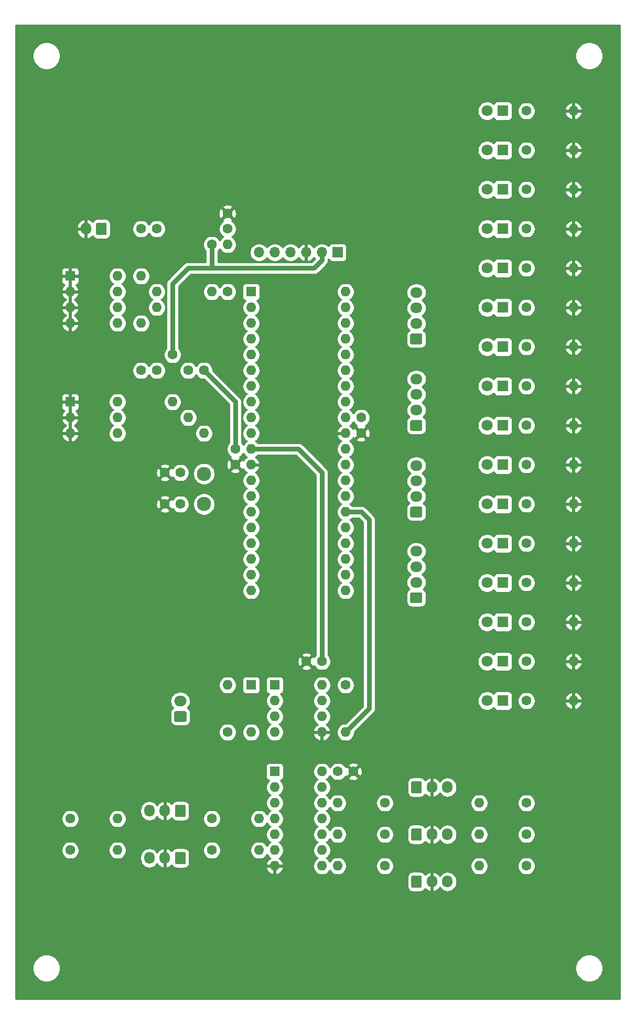
<source format=gbr>
G04 #@! TF.GenerationSoftware,KiCad,Pcbnew,(5.1.5)-3*
G04 #@! TF.CreationDate,2021-07-30T13:53:00+02:00*
G04 #@! TF.ProjectId,AnalogDrum_MIDI,416e616c-6f67-4447-9275-6d5f4d494449,rev?*
G04 #@! TF.SameCoordinates,Original*
G04 #@! TF.FileFunction,Copper,L1,Top*
G04 #@! TF.FilePolarity,Positive*
%FSLAX46Y46*%
G04 Gerber Fmt 4.6, Leading zero omitted, Abs format (unit mm)*
G04 Created by KiCad (PCBNEW (5.1.5)-3) date 2021-07-30 13:53:00*
%MOMM*%
%LPD*%
G04 APERTURE LIST*
%ADD10O,1.600000X1.600000*%
%ADD11C,1.600000*%
%ADD12C,1.800000*%
%ADD13R,1.800000X1.800000*%
%ADD14C,2.300000*%
%ADD15R,1.600000X1.600000*%
%ADD16O,2.000000X1.700000*%
%ADD17C,0.100000*%
%ADD18O,1.700000X1.950000*%
%ADD19O,1.950000X1.700000*%
%ADD20O,1.700000X2.000000*%
%ADD21O,1.700000X1.700000*%
%ADD22R,1.700000X1.700000*%
%ADD23C,0.800000*%
%ADD24C,0.750000*%
%ADD25C,0.254000*%
G04 APERTURE END LIST*
D10*
X144780000Y-40640000D03*
D11*
X137160000Y-40640000D03*
D10*
X144780000Y-66040000D03*
D11*
X137160000Y-66040000D03*
D10*
X144780000Y-91440000D03*
D11*
X137160000Y-91440000D03*
D10*
X144780000Y-116840000D03*
D11*
X137160000Y-116840000D03*
D10*
X144780000Y-46990000D03*
D11*
X137160000Y-46990000D03*
D10*
X144780000Y-72390000D03*
D11*
X137160000Y-72390000D03*
D10*
X144780000Y-97790000D03*
D11*
X137160000Y-97790000D03*
D10*
X144780000Y-123190000D03*
D11*
X137160000Y-123190000D03*
D10*
X144780000Y-53340000D03*
D11*
X137160000Y-53340000D03*
D10*
X144780000Y-78740000D03*
D11*
X137160000Y-78740000D03*
D10*
X144780000Y-104140000D03*
D11*
X137160000Y-104140000D03*
D10*
X144780000Y-129540000D03*
D11*
X137160000Y-129540000D03*
D10*
X144780000Y-59690000D03*
D11*
X137160000Y-59690000D03*
D10*
X144780000Y-85090000D03*
D11*
X137160000Y-85090000D03*
D10*
X144780000Y-110490000D03*
D11*
X137160000Y-110490000D03*
D10*
X144780000Y-135890000D03*
D11*
X137160000Y-135890000D03*
D12*
X130810000Y-40640000D03*
D13*
X133350000Y-40640000D03*
D12*
X130810000Y-66040000D03*
D13*
X133350000Y-66040000D03*
D12*
X130810000Y-91440000D03*
D13*
X133350000Y-91440000D03*
D12*
X130810000Y-116840000D03*
D13*
X133350000Y-116840000D03*
D12*
X130810000Y-46990000D03*
D13*
X133350000Y-46990000D03*
D12*
X130810000Y-72390000D03*
D13*
X133350000Y-72390000D03*
D12*
X130810000Y-97790000D03*
D13*
X133350000Y-97790000D03*
D12*
X130810000Y-123190000D03*
D13*
X133350000Y-123190000D03*
D12*
X130810000Y-53340000D03*
D13*
X133350000Y-53340000D03*
D12*
X130810000Y-78740000D03*
D13*
X133350000Y-78740000D03*
D12*
X130810000Y-104140000D03*
D13*
X133350000Y-104140000D03*
D12*
X130810000Y-129540000D03*
D13*
X133350000Y-129540000D03*
D12*
X130810000Y-59690000D03*
D13*
X133350000Y-59690000D03*
D12*
X130810000Y-85090000D03*
D13*
X133350000Y-85090000D03*
D12*
X130810000Y-110490000D03*
D13*
X133350000Y-110490000D03*
D12*
X130810000Y-135890000D03*
D13*
X133350000Y-135890000D03*
D10*
X85090000Y-92710000D03*
D11*
X85090000Y-82550000D03*
D10*
X77470000Y-72390000D03*
D11*
X77470000Y-82550000D03*
D10*
X77470000Y-69850000D03*
D11*
X77470000Y-59690000D03*
X110490000Y-92670000D03*
X110490000Y-90170000D03*
X90170000Y-97750000D03*
X90170000Y-95250000D03*
X101640000Y-129540000D03*
X104140000Y-129540000D03*
X88900000Y-57190000D03*
X88900000Y-59690000D03*
X81280000Y-99060000D03*
X78780000Y-99060000D03*
X78780000Y-104140000D03*
X81280000Y-104140000D03*
X109220000Y-147320000D03*
X106720000Y-147320000D03*
D14*
X85090000Y-104140000D03*
X85090000Y-99240000D03*
D10*
X104140000Y-147320000D03*
X96520000Y-162560000D03*
X104140000Y-149860000D03*
X96520000Y-160020000D03*
X104140000Y-152400000D03*
X96520000Y-157480000D03*
X104140000Y-154940000D03*
X96520000Y-154940000D03*
X104140000Y-157480000D03*
X96520000Y-152400000D03*
X104140000Y-160020000D03*
X96520000Y-149860000D03*
X104140000Y-162560000D03*
D15*
X96520000Y-147320000D03*
D10*
X107950000Y-69850000D03*
X92710000Y-118110000D03*
X107950000Y-72390000D03*
X92710000Y-115570000D03*
X107950000Y-74930000D03*
X92710000Y-113030000D03*
X107950000Y-77470000D03*
X92710000Y-110490000D03*
X107950000Y-80010000D03*
X92710000Y-107950000D03*
X107950000Y-82550000D03*
X92710000Y-105410000D03*
X107950000Y-85090000D03*
X92710000Y-102870000D03*
X107950000Y-87630000D03*
X92710000Y-100330000D03*
X107950000Y-90170000D03*
X92710000Y-97790000D03*
X107950000Y-92710000D03*
X92710000Y-95250000D03*
X107950000Y-95250000D03*
X92710000Y-92710000D03*
X107950000Y-97790000D03*
X92710000Y-90170000D03*
X107950000Y-100330000D03*
X92710000Y-87630000D03*
X107950000Y-102870000D03*
X92710000Y-85090000D03*
X107950000Y-105410000D03*
X92710000Y-82550000D03*
X107950000Y-107950000D03*
X92710000Y-80010000D03*
X107950000Y-110490000D03*
X92710000Y-77470000D03*
X107950000Y-113030000D03*
X92710000Y-74930000D03*
X107950000Y-115570000D03*
X92710000Y-72390000D03*
X107950000Y-118110000D03*
D15*
X92710000Y-69850000D03*
D10*
X104140000Y-133350000D03*
X96520000Y-140970000D03*
X104140000Y-135890000D03*
X96520000Y-138430000D03*
X104140000Y-138430000D03*
X96520000Y-135890000D03*
X104140000Y-140970000D03*
D15*
X96520000Y-133350000D03*
D10*
X71120000Y-87630000D03*
X63500000Y-92710000D03*
X71120000Y-90170000D03*
X63500000Y-90170000D03*
X71120000Y-92710000D03*
D15*
X63500000Y-87630000D03*
D10*
X71120000Y-67310000D03*
X63500000Y-74930000D03*
X71120000Y-69850000D03*
X63500000Y-72390000D03*
X71120000Y-72390000D03*
X63500000Y-69850000D03*
X71120000Y-74930000D03*
D15*
X63500000Y-67310000D03*
D10*
X129540000Y-152400000D03*
D11*
X137160000Y-152400000D03*
D10*
X106680000Y-152400000D03*
D11*
X114300000Y-152400000D03*
D10*
X129540000Y-157480000D03*
D11*
X137160000Y-157480000D03*
D10*
X106680000Y-157480000D03*
D11*
X114300000Y-157480000D03*
D10*
X129540000Y-162560000D03*
D11*
X137160000Y-162560000D03*
D10*
X106680000Y-162560000D03*
D11*
X114300000Y-162560000D03*
D10*
X71120000Y-160020000D03*
D11*
X63500000Y-160020000D03*
D10*
X93980000Y-160020000D03*
D11*
X86360000Y-160020000D03*
D10*
X71120000Y-154940000D03*
D11*
X63500000Y-154940000D03*
D10*
X93980000Y-154940000D03*
D11*
X86360000Y-154940000D03*
D10*
X86360000Y-69850000D03*
D11*
X86360000Y-62230000D03*
D10*
X88900000Y-62230000D03*
D11*
X88900000Y-69850000D03*
D10*
X82550000Y-90170000D03*
D11*
X82550000Y-82550000D03*
D10*
X80010000Y-87630000D03*
D11*
X80010000Y-80010000D03*
D10*
X107950000Y-140970000D03*
D11*
X107950000Y-133350000D03*
D10*
X88900000Y-133350000D03*
D11*
X88900000Y-140970000D03*
D10*
X74930000Y-74930000D03*
D11*
X74930000Y-82550000D03*
D10*
X74930000Y-67310000D03*
D11*
X74930000Y-59690000D03*
D16*
X81280000Y-135930000D03*
G04 #@! TA.AperFunction,ComponentPad*
D17*
G36*
X82054504Y-137581204D02*
G01*
X82078773Y-137584804D01*
X82102571Y-137590765D01*
X82125671Y-137599030D01*
X82147849Y-137609520D01*
X82168893Y-137622133D01*
X82188598Y-137636747D01*
X82206777Y-137653223D01*
X82223253Y-137671402D01*
X82237867Y-137691107D01*
X82250480Y-137712151D01*
X82260970Y-137734329D01*
X82269235Y-137757429D01*
X82275196Y-137781227D01*
X82278796Y-137805496D01*
X82280000Y-137830000D01*
X82280000Y-139030000D01*
X82278796Y-139054504D01*
X82275196Y-139078773D01*
X82269235Y-139102571D01*
X82260970Y-139125671D01*
X82250480Y-139147849D01*
X82237867Y-139168893D01*
X82223253Y-139188598D01*
X82206777Y-139206777D01*
X82188598Y-139223253D01*
X82168893Y-139237867D01*
X82147849Y-139250480D01*
X82125671Y-139260970D01*
X82102571Y-139269235D01*
X82078773Y-139275196D01*
X82054504Y-139278796D01*
X82030000Y-139280000D01*
X80530000Y-139280000D01*
X80505496Y-139278796D01*
X80481227Y-139275196D01*
X80457429Y-139269235D01*
X80434329Y-139260970D01*
X80412151Y-139250480D01*
X80391107Y-139237867D01*
X80371402Y-139223253D01*
X80353223Y-139206777D01*
X80336747Y-139188598D01*
X80322133Y-139168893D01*
X80309520Y-139147849D01*
X80299030Y-139125671D01*
X80290765Y-139102571D01*
X80284804Y-139078773D01*
X80281204Y-139054504D01*
X80280000Y-139030000D01*
X80280000Y-137830000D01*
X80281204Y-137805496D01*
X80284804Y-137781227D01*
X80290765Y-137757429D01*
X80299030Y-137734329D01*
X80309520Y-137712151D01*
X80322133Y-137691107D01*
X80336747Y-137671402D01*
X80353223Y-137653223D01*
X80371402Y-137636747D01*
X80391107Y-137622133D01*
X80412151Y-137609520D01*
X80434329Y-137599030D01*
X80457429Y-137590765D01*
X80481227Y-137584804D01*
X80505496Y-137581204D01*
X80530000Y-137580000D01*
X82030000Y-137580000D01*
X82054504Y-137581204D01*
G37*
G04 #@! TD.AperFunction*
D18*
X124420000Y-149860000D03*
X121920000Y-149860000D03*
G04 #@! TA.AperFunction,ComponentPad*
D17*
G36*
X120044504Y-148886204D02*
G01*
X120068773Y-148889804D01*
X120092571Y-148895765D01*
X120115671Y-148904030D01*
X120137849Y-148914520D01*
X120158893Y-148927133D01*
X120178598Y-148941747D01*
X120196777Y-148958223D01*
X120213253Y-148976402D01*
X120227867Y-148996107D01*
X120240480Y-149017151D01*
X120250970Y-149039329D01*
X120259235Y-149062429D01*
X120265196Y-149086227D01*
X120268796Y-149110496D01*
X120270000Y-149135000D01*
X120270000Y-150585000D01*
X120268796Y-150609504D01*
X120265196Y-150633773D01*
X120259235Y-150657571D01*
X120250970Y-150680671D01*
X120240480Y-150702849D01*
X120227867Y-150723893D01*
X120213253Y-150743598D01*
X120196777Y-150761777D01*
X120178598Y-150778253D01*
X120158893Y-150792867D01*
X120137849Y-150805480D01*
X120115671Y-150815970D01*
X120092571Y-150824235D01*
X120068773Y-150830196D01*
X120044504Y-150833796D01*
X120020000Y-150835000D01*
X118820000Y-150835000D01*
X118795496Y-150833796D01*
X118771227Y-150830196D01*
X118747429Y-150824235D01*
X118724329Y-150815970D01*
X118702151Y-150805480D01*
X118681107Y-150792867D01*
X118661402Y-150778253D01*
X118643223Y-150761777D01*
X118626747Y-150743598D01*
X118612133Y-150723893D01*
X118599520Y-150702849D01*
X118589030Y-150680671D01*
X118580765Y-150657571D01*
X118574804Y-150633773D01*
X118571204Y-150609504D01*
X118570000Y-150585000D01*
X118570000Y-149135000D01*
X118571204Y-149110496D01*
X118574804Y-149086227D01*
X118580765Y-149062429D01*
X118589030Y-149039329D01*
X118599520Y-149017151D01*
X118612133Y-148996107D01*
X118626747Y-148976402D01*
X118643223Y-148958223D01*
X118661402Y-148941747D01*
X118681107Y-148927133D01*
X118702151Y-148914520D01*
X118724329Y-148904030D01*
X118747429Y-148895765D01*
X118771227Y-148889804D01*
X118795496Y-148886204D01*
X118820000Y-148885000D01*
X120020000Y-148885000D01*
X120044504Y-148886204D01*
G37*
G04 #@! TD.AperFunction*
D18*
X124420000Y-157480000D03*
X121920000Y-157480000D03*
G04 #@! TA.AperFunction,ComponentPad*
D17*
G36*
X120044504Y-156506204D02*
G01*
X120068773Y-156509804D01*
X120092571Y-156515765D01*
X120115671Y-156524030D01*
X120137849Y-156534520D01*
X120158893Y-156547133D01*
X120178598Y-156561747D01*
X120196777Y-156578223D01*
X120213253Y-156596402D01*
X120227867Y-156616107D01*
X120240480Y-156637151D01*
X120250970Y-156659329D01*
X120259235Y-156682429D01*
X120265196Y-156706227D01*
X120268796Y-156730496D01*
X120270000Y-156755000D01*
X120270000Y-158205000D01*
X120268796Y-158229504D01*
X120265196Y-158253773D01*
X120259235Y-158277571D01*
X120250970Y-158300671D01*
X120240480Y-158322849D01*
X120227867Y-158343893D01*
X120213253Y-158363598D01*
X120196777Y-158381777D01*
X120178598Y-158398253D01*
X120158893Y-158412867D01*
X120137849Y-158425480D01*
X120115671Y-158435970D01*
X120092571Y-158444235D01*
X120068773Y-158450196D01*
X120044504Y-158453796D01*
X120020000Y-158455000D01*
X118820000Y-158455000D01*
X118795496Y-158453796D01*
X118771227Y-158450196D01*
X118747429Y-158444235D01*
X118724329Y-158435970D01*
X118702151Y-158425480D01*
X118681107Y-158412867D01*
X118661402Y-158398253D01*
X118643223Y-158381777D01*
X118626747Y-158363598D01*
X118612133Y-158343893D01*
X118599520Y-158322849D01*
X118589030Y-158300671D01*
X118580765Y-158277571D01*
X118574804Y-158253773D01*
X118571204Y-158229504D01*
X118570000Y-158205000D01*
X118570000Y-156755000D01*
X118571204Y-156730496D01*
X118574804Y-156706227D01*
X118580765Y-156682429D01*
X118589030Y-156659329D01*
X118599520Y-156637151D01*
X118612133Y-156616107D01*
X118626747Y-156596402D01*
X118643223Y-156578223D01*
X118661402Y-156561747D01*
X118681107Y-156547133D01*
X118702151Y-156534520D01*
X118724329Y-156524030D01*
X118747429Y-156515765D01*
X118771227Y-156509804D01*
X118795496Y-156506204D01*
X118820000Y-156505000D01*
X120020000Y-156505000D01*
X120044504Y-156506204D01*
G37*
G04 #@! TD.AperFunction*
D18*
X124420000Y-165100000D03*
X121920000Y-165100000D03*
G04 #@! TA.AperFunction,ComponentPad*
D17*
G36*
X120044504Y-164126204D02*
G01*
X120068773Y-164129804D01*
X120092571Y-164135765D01*
X120115671Y-164144030D01*
X120137849Y-164154520D01*
X120158893Y-164167133D01*
X120178598Y-164181747D01*
X120196777Y-164198223D01*
X120213253Y-164216402D01*
X120227867Y-164236107D01*
X120240480Y-164257151D01*
X120250970Y-164279329D01*
X120259235Y-164302429D01*
X120265196Y-164326227D01*
X120268796Y-164350496D01*
X120270000Y-164375000D01*
X120270000Y-165825000D01*
X120268796Y-165849504D01*
X120265196Y-165873773D01*
X120259235Y-165897571D01*
X120250970Y-165920671D01*
X120240480Y-165942849D01*
X120227867Y-165963893D01*
X120213253Y-165983598D01*
X120196777Y-166001777D01*
X120178598Y-166018253D01*
X120158893Y-166032867D01*
X120137849Y-166045480D01*
X120115671Y-166055970D01*
X120092571Y-166064235D01*
X120068773Y-166070196D01*
X120044504Y-166073796D01*
X120020000Y-166075000D01*
X118820000Y-166075000D01*
X118795496Y-166073796D01*
X118771227Y-166070196D01*
X118747429Y-166064235D01*
X118724329Y-166055970D01*
X118702151Y-166045480D01*
X118681107Y-166032867D01*
X118661402Y-166018253D01*
X118643223Y-166001777D01*
X118626747Y-165983598D01*
X118612133Y-165963893D01*
X118599520Y-165942849D01*
X118589030Y-165920671D01*
X118580765Y-165897571D01*
X118574804Y-165873773D01*
X118571204Y-165849504D01*
X118570000Y-165825000D01*
X118570000Y-164375000D01*
X118571204Y-164350496D01*
X118574804Y-164326227D01*
X118580765Y-164302429D01*
X118589030Y-164279329D01*
X118599520Y-164257151D01*
X118612133Y-164236107D01*
X118626747Y-164216402D01*
X118643223Y-164198223D01*
X118661402Y-164181747D01*
X118681107Y-164167133D01*
X118702151Y-164154520D01*
X118724329Y-164144030D01*
X118747429Y-164135765D01*
X118771227Y-164129804D01*
X118795496Y-164126204D01*
X118820000Y-164125000D01*
X120020000Y-164125000D01*
X120044504Y-164126204D01*
G37*
G04 #@! TD.AperFunction*
D18*
X76280000Y-161290000D03*
X78780000Y-161290000D03*
G04 #@! TA.AperFunction,ComponentPad*
D17*
G36*
X81904504Y-160316204D02*
G01*
X81928773Y-160319804D01*
X81952571Y-160325765D01*
X81975671Y-160334030D01*
X81997849Y-160344520D01*
X82018893Y-160357133D01*
X82038598Y-160371747D01*
X82056777Y-160388223D01*
X82073253Y-160406402D01*
X82087867Y-160426107D01*
X82100480Y-160447151D01*
X82110970Y-160469329D01*
X82119235Y-160492429D01*
X82125196Y-160516227D01*
X82128796Y-160540496D01*
X82130000Y-160565000D01*
X82130000Y-162015000D01*
X82128796Y-162039504D01*
X82125196Y-162063773D01*
X82119235Y-162087571D01*
X82110970Y-162110671D01*
X82100480Y-162132849D01*
X82087867Y-162153893D01*
X82073253Y-162173598D01*
X82056777Y-162191777D01*
X82038598Y-162208253D01*
X82018893Y-162222867D01*
X81997849Y-162235480D01*
X81975671Y-162245970D01*
X81952571Y-162254235D01*
X81928773Y-162260196D01*
X81904504Y-162263796D01*
X81880000Y-162265000D01*
X80680000Y-162265000D01*
X80655496Y-162263796D01*
X80631227Y-162260196D01*
X80607429Y-162254235D01*
X80584329Y-162245970D01*
X80562151Y-162235480D01*
X80541107Y-162222867D01*
X80521402Y-162208253D01*
X80503223Y-162191777D01*
X80486747Y-162173598D01*
X80472133Y-162153893D01*
X80459520Y-162132849D01*
X80449030Y-162110671D01*
X80440765Y-162087571D01*
X80434804Y-162063773D01*
X80431204Y-162039504D01*
X80430000Y-162015000D01*
X80430000Y-160565000D01*
X80431204Y-160540496D01*
X80434804Y-160516227D01*
X80440765Y-160492429D01*
X80449030Y-160469329D01*
X80459520Y-160447151D01*
X80472133Y-160426107D01*
X80486747Y-160406402D01*
X80503223Y-160388223D01*
X80521402Y-160371747D01*
X80541107Y-160357133D01*
X80562151Y-160344520D01*
X80584329Y-160334030D01*
X80607429Y-160325765D01*
X80631227Y-160319804D01*
X80655496Y-160316204D01*
X80680000Y-160315000D01*
X81880000Y-160315000D01*
X81904504Y-160316204D01*
G37*
G04 #@! TD.AperFunction*
D19*
X119380000Y-69970000D03*
X119380000Y-72470000D03*
X119380000Y-74970000D03*
G04 #@! TA.AperFunction,ComponentPad*
D17*
G36*
X120129504Y-76621204D02*
G01*
X120153773Y-76624804D01*
X120177571Y-76630765D01*
X120200671Y-76639030D01*
X120222849Y-76649520D01*
X120243893Y-76662133D01*
X120263598Y-76676747D01*
X120281777Y-76693223D01*
X120298253Y-76711402D01*
X120312867Y-76731107D01*
X120325480Y-76752151D01*
X120335970Y-76774329D01*
X120344235Y-76797429D01*
X120350196Y-76821227D01*
X120353796Y-76845496D01*
X120355000Y-76870000D01*
X120355000Y-78070000D01*
X120353796Y-78094504D01*
X120350196Y-78118773D01*
X120344235Y-78142571D01*
X120335970Y-78165671D01*
X120325480Y-78187849D01*
X120312867Y-78208893D01*
X120298253Y-78228598D01*
X120281777Y-78246777D01*
X120263598Y-78263253D01*
X120243893Y-78277867D01*
X120222849Y-78290480D01*
X120200671Y-78300970D01*
X120177571Y-78309235D01*
X120153773Y-78315196D01*
X120129504Y-78318796D01*
X120105000Y-78320000D01*
X118655000Y-78320000D01*
X118630496Y-78318796D01*
X118606227Y-78315196D01*
X118582429Y-78309235D01*
X118559329Y-78300970D01*
X118537151Y-78290480D01*
X118516107Y-78277867D01*
X118496402Y-78263253D01*
X118478223Y-78246777D01*
X118461747Y-78228598D01*
X118447133Y-78208893D01*
X118434520Y-78187849D01*
X118424030Y-78165671D01*
X118415765Y-78142571D01*
X118409804Y-78118773D01*
X118406204Y-78094504D01*
X118405000Y-78070000D01*
X118405000Y-76870000D01*
X118406204Y-76845496D01*
X118409804Y-76821227D01*
X118415765Y-76797429D01*
X118424030Y-76774329D01*
X118434520Y-76752151D01*
X118447133Y-76731107D01*
X118461747Y-76711402D01*
X118478223Y-76693223D01*
X118496402Y-76676747D01*
X118516107Y-76662133D01*
X118537151Y-76649520D01*
X118559329Y-76639030D01*
X118582429Y-76630765D01*
X118606227Y-76624804D01*
X118630496Y-76621204D01*
X118655000Y-76620000D01*
X120105000Y-76620000D01*
X120129504Y-76621204D01*
G37*
G04 #@! TD.AperFunction*
D19*
X119380000Y-83940000D03*
X119380000Y-86440000D03*
X119380000Y-88940000D03*
G04 #@! TA.AperFunction,ComponentPad*
D17*
G36*
X120129504Y-90591204D02*
G01*
X120153773Y-90594804D01*
X120177571Y-90600765D01*
X120200671Y-90609030D01*
X120222849Y-90619520D01*
X120243893Y-90632133D01*
X120263598Y-90646747D01*
X120281777Y-90663223D01*
X120298253Y-90681402D01*
X120312867Y-90701107D01*
X120325480Y-90722151D01*
X120335970Y-90744329D01*
X120344235Y-90767429D01*
X120350196Y-90791227D01*
X120353796Y-90815496D01*
X120355000Y-90840000D01*
X120355000Y-92040000D01*
X120353796Y-92064504D01*
X120350196Y-92088773D01*
X120344235Y-92112571D01*
X120335970Y-92135671D01*
X120325480Y-92157849D01*
X120312867Y-92178893D01*
X120298253Y-92198598D01*
X120281777Y-92216777D01*
X120263598Y-92233253D01*
X120243893Y-92247867D01*
X120222849Y-92260480D01*
X120200671Y-92270970D01*
X120177571Y-92279235D01*
X120153773Y-92285196D01*
X120129504Y-92288796D01*
X120105000Y-92290000D01*
X118655000Y-92290000D01*
X118630496Y-92288796D01*
X118606227Y-92285196D01*
X118582429Y-92279235D01*
X118559329Y-92270970D01*
X118537151Y-92260480D01*
X118516107Y-92247867D01*
X118496402Y-92233253D01*
X118478223Y-92216777D01*
X118461747Y-92198598D01*
X118447133Y-92178893D01*
X118434520Y-92157849D01*
X118424030Y-92135671D01*
X118415765Y-92112571D01*
X118409804Y-92088773D01*
X118406204Y-92064504D01*
X118405000Y-92040000D01*
X118405000Y-90840000D01*
X118406204Y-90815496D01*
X118409804Y-90791227D01*
X118415765Y-90767429D01*
X118424030Y-90744329D01*
X118434520Y-90722151D01*
X118447133Y-90701107D01*
X118461747Y-90681402D01*
X118478223Y-90663223D01*
X118496402Y-90646747D01*
X118516107Y-90632133D01*
X118537151Y-90619520D01*
X118559329Y-90609030D01*
X118582429Y-90600765D01*
X118606227Y-90594804D01*
X118630496Y-90591204D01*
X118655000Y-90590000D01*
X120105000Y-90590000D01*
X120129504Y-90591204D01*
G37*
G04 #@! TD.AperFunction*
D19*
X119380000Y-97910000D03*
X119380000Y-100410000D03*
X119380000Y-102910000D03*
G04 #@! TA.AperFunction,ComponentPad*
D17*
G36*
X120129504Y-104561204D02*
G01*
X120153773Y-104564804D01*
X120177571Y-104570765D01*
X120200671Y-104579030D01*
X120222849Y-104589520D01*
X120243893Y-104602133D01*
X120263598Y-104616747D01*
X120281777Y-104633223D01*
X120298253Y-104651402D01*
X120312867Y-104671107D01*
X120325480Y-104692151D01*
X120335970Y-104714329D01*
X120344235Y-104737429D01*
X120350196Y-104761227D01*
X120353796Y-104785496D01*
X120355000Y-104810000D01*
X120355000Y-106010000D01*
X120353796Y-106034504D01*
X120350196Y-106058773D01*
X120344235Y-106082571D01*
X120335970Y-106105671D01*
X120325480Y-106127849D01*
X120312867Y-106148893D01*
X120298253Y-106168598D01*
X120281777Y-106186777D01*
X120263598Y-106203253D01*
X120243893Y-106217867D01*
X120222849Y-106230480D01*
X120200671Y-106240970D01*
X120177571Y-106249235D01*
X120153773Y-106255196D01*
X120129504Y-106258796D01*
X120105000Y-106260000D01*
X118655000Y-106260000D01*
X118630496Y-106258796D01*
X118606227Y-106255196D01*
X118582429Y-106249235D01*
X118559329Y-106240970D01*
X118537151Y-106230480D01*
X118516107Y-106217867D01*
X118496402Y-106203253D01*
X118478223Y-106186777D01*
X118461747Y-106168598D01*
X118447133Y-106148893D01*
X118434520Y-106127849D01*
X118424030Y-106105671D01*
X118415765Y-106082571D01*
X118409804Y-106058773D01*
X118406204Y-106034504D01*
X118405000Y-106010000D01*
X118405000Y-104810000D01*
X118406204Y-104785496D01*
X118409804Y-104761227D01*
X118415765Y-104737429D01*
X118424030Y-104714329D01*
X118434520Y-104692151D01*
X118447133Y-104671107D01*
X118461747Y-104651402D01*
X118478223Y-104633223D01*
X118496402Y-104616747D01*
X118516107Y-104602133D01*
X118537151Y-104589520D01*
X118559329Y-104579030D01*
X118582429Y-104570765D01*
X118606227Y-104564804D01*
X118630496Y-104561204D01*
X118655000Y-104560000D01*
X120105000Y-104560000D01*
X120129504Y-104561204D01*
G37*
G04 #@! TD.AperFunction*
D19*
X119380000Y-111760000D03*
X119380000Y-114260000D03*
X119380000Y-116760000D03*
G04 #@! TA.AperFunction,ComponentPad*
D17*
G36*
X120129504Y-118411204D02*
G01*
X120153773Y-118414804D01*
X120177571Y-118420765D01*
X120200671Y-118429030D01*
X120222849Y-118439520D01*
X120243893Y-118452133D01*
X120263598Y-118466747D01*
X120281777Y-118483223D01*
X120298253Y-118501402D01*
X120312867Y-118521107D01*
X120325480Y-118542151D01*
X120335970Y-118564329D01*
X120344235Y-118587429D01*
X120350196Y-118611227D01*
X120353796Y-118635496D01*
X120355000Y-118660000D01*
X120355000Y-119860000D01*
X120353796Y-119884504D01*
X120350196Y-119908773D01*
X120344235Y-119932571D01*
X120335970Y-119955671D01*
X120325480Y-119977849D01*
X120312867Y-119998893D01*
X120298253Y-120018598D01*
X120281777Y-120036777D01*
X120263598Y-120053253D01*
X120243893Y-120067867D01*
X120222849Y-120080480D01*
X120200671Y-120090970D01*
X120177571Y-120099235D01*
X120153773Y-120105196D01*
X120129504Y-120108796D01*
X120105000Y-120110000D01*
X118655000Y-120110000D01*
X118630496Y-120108796D01*
X118606227Y-120105196D01*
X118582429Y-120099235D01*
X118559329Y-120090970D01*
X118537151Y-120080480D01*
X118516107Y-120067867D01*
X118496402Y-120053253D01*
X118478223Y-120036777D01*
X118461747Y-120018598D01*
X118447133Y-119998893D01*
X118434520Y-119977849D01*
X118424030Y-119955671D01*
X118415765Y-119932571D01*
X118409804Y-119908773D01*
X118406204Y-119884504D01*
X118405000Y-119860000D01*
X118405000Y-118660000D01*
X118406204Y-118635496D01*
X118409804Y-118611227D01*
X118415765Y-118587429D01*
X118424030Y-118564329D01*
X118434520Y-118542151D01*
X118447133Y-118521107D01*
X118461747Y-118501402D01*
X118478223Y-118483223D01*
X118496402Y-118466747D01*
X118516107Y-118452133D01*
X118537151Y-118439520D01*
X118559329Y-118429030D01*
X118582429Y-118420765D01*
X118606227Y-118414804D01*
X118630496Y-118411204D01*
X118655000Y-118410000D01*
X120105000Y-118410000D01*
X120129504Y-118411204D01*
G37*
G04 #@! TD.AperFunction*
D20*
X66040000Y-59690000D03*
G04 #@! TA.AperFunction,ComponentPad*
D17*
G36*
X69164504Y-58691204D02*
G01*
X69188773Y-58694804D01*
X69212571Y-58700765D01*
X69235671Y-58709030D01*
X69257849Y-58719520D01*
X69278893Y-58732133D01*
X69298598Y-58746747D01*
X69316777Y-58763223D01*
X69333253Y-58781402D01*
X69347867Y-58801107D01*
X69360480Y-58822151D01*
X69370970Y-58844329D01*
X69379235Y-58867429D01*
X69385196Y-58891227D01*
X69388796Y-58915496D01*
X69390000Y-58940000D01*
X69390000Y-60440000D01*
X69388796Y-60464504D01*
X69385196Y-60488773D01*
X69379235Y-60512571D01*
X69370970Y-60535671D01*
X69360480Y-60557849D01*
X69347867Y-60578893D01*
X69333253Y-60598598D01*
X69316777Y-60616777D01*
X69298598Y-60633253D01*
X69278893Y-60647867D01*
X69257849Y-60660480D01*
X69235671Y-60670970D01*
X69212571Y-60679235D01*
X69188773Y-60685196D01*
X69164504Y-60688796D01*
X69140000Y-60690000D01*
X67940000Y-60690000D01*
X67915496Y-60688796D01*
X67891227Y-60685196D01*
X67867429Y-60679235D01*
X67844329Y-60670970D01*
X67822151Y-60660480D01*
X67801107Y-60647867D01*
X67781402Y-60633253D01*
X67763223Y-60616777D01*
X67746747Y-60598598D01*
X67732133Y-60578893D01*
X67719520Y-60557849D01*
X67709030Y-60535671D01*
X67700765Y-60512571D01*
X67694804Y-60488773D01*
X67691204Y-60464504D01*
X67690000Y-60440000D01*
X67690000Y-58940000D01*
X67691204Y-58915496D01*
X67694804Y-58891227D01*
X67700765Y-58867429D01*
X67709030Y-58844329D01*
X67719520Y-58822151D01*
X67732133Y-58801107D01*
X67746747Y-58781402D01*
X67763223Y-58763223D01*
X67781402Y-58746747D01*
X67801107Y-58732133D01*
X67822151Y-58719520D01*
X67844329Y-58709030D01*
X67867429Y-58700765D01*
X67891227Y-58694804D01*
X67915496Y-58691204D01*
X67940000Y-58690000D01*
X69140000Y-58690000D01*
X69164504Y-58691204D01*
G37*
G04 #@! TD.AperFunction*
D18*
X76280000Y-153670000D03*
X78780000Y-153670000D03*
G04 #@! TA.AperFunction,ComponentPad*
D17*
G36*
X81904504Y-152696204D02*
G01*
X81928773Y-152699804D01*
X81952571Y-152705765D01*
X81975671Y-152714030D01*
X81997849Y-152724520D01*
X82018893Y-152737133D01*
X82038598Y-152751747D01*
X82056777Y-152768223D01*
X82073253Y-152786402D01*
X82087867Y-152806107D01*
X82100480Y-152827151D01*
X82110970Y-152849329D01*
X82119235Y-152872429D01*
X82125196Y-152896227D01*
X82128796Y-152920496D01*
X82130000Y-152945000D01*
X82130000Y-154395000D01*
X82128796Y-154419504D01*
X82125196Y-154443773D01*
X82119235Y-154467571D01*
X82110970Y-154490671D01*
X82100480Y-154512849D01*
X82087867Y-154533893D01*
X82073253Y-154553598D01*
X82056777Y-154571777D01*
X82038598Y-154588253D01*
X82018893Y-154602867D01*
X81997849Y-154615480D01*
X81975671Y-154625970D01*
X81952571Y-154634235D01*
X81928773Y-154640196D01*
X81904504Y-154643796D01*
X81880000Y-154645000D01*
X80680000Y-154645000D01*
X80655496Y-154643796D01*
X80631227Y-154640196D01*
X80607429Y-154634235D01*
X80584329Y-154625970D01*
X80562151Y-154615480D01*
X80541107Y-154602867D01*
X80521402Y-154588253D01*
X80503223Y-154571777D01*
X80486747Y-154553598D01*
X80472133Y-154533893D01*
X80459520Y-154512849D01*
X80449030Y-154490671D01*
X80440765Y-154467571D01*
X80434804Y-154443773D01*
X80431204Y-154419504D01*
X80430000Y-154395000D01*
X80430000Y-152945000D01*
X80431204Y-152920496D01*
X80434804Y-152896227D01*
X80440765Y-152872429D01*
X80449030Y-152849329D01*
X80459520Y-152827151D01*
X80472133Y-152806107D01*
X80486747Y-152786402D01*
X80503223Y-152768223D01*
X80521402Y-152751747D01*
X80541107Y-152737133D01*
X80562151Y-152724520D01*
X80584329Y-152714030D01*
X80607429Y-152705765D01*
X80631227Y-152699804D01*
X80655496Y-152696204D01*
X80680000Y-152695000D01*
X81880000Y-152695000D01*
X81904504Y-152696204D01*
G37*
G04 #@! TD.AperFunction*
D21*
X93980000Y-63500000D03*
X96520000Y-63500000D03*
X99060000Y-63500000D03*
X101600000Y-63500000D03*
X104140000Y-63500000D03*
D22*
X106680000Y-63500000D03*
D10*
X92710000Y-140970000D03*
D15*
X92710000Y-133350000D03*
D23*
X55880000Y-27940000D03*
X81280000Y-27940000D03*
X106680000Y-27940000D03*
X132080000Y-27940000D03*
X151130000Y-27940000D03*
X55880000Y-53340000D03*
X55880000Y-78740000D03*
X55880000Y-104140000D03*
X55880000Y-129540000D03*
X55880000Y-154940000D03*
X55880000Y-182880000D03*
X81280000Y-182880000D03*
X106680000Y-182880000D03*
X132080000Y-182880000D03*
X151130000Y-182880000D03*
X151130000Y-53340000D03*
X151130000Y-78740000D03*
X151130000Y-104140000D03*
X151130000Y-129540000D03*
X151130000Y-154940000D03*
D24*
X80010000Y-68580000D02*
X80010000Y-80010000D01*
X90170000Y-87630000D02*
X90170000Y-95250000D01*
X85090000Y-82550000D02*
X90170000Y-87630000D01*
X86360000Y-66040000D02*
X86360000Y-62230000D01*
X102870000Y-66040000D02*
X86360000Y-66040000D01*
X104140000Y-63500000D02*
X104140000Y-64770000D01*
X104140000Y-64770000D02*
X102870000Y-66040000D01*
X86360000Y-66040000D02*
X82550000Y-66040000D01*
X82550000Y-66040000D02*
X80010000Y-68580000D01*
X92710000Y-95250000D02*
X100330000Y-95250000D01*
X100330000Y-95250000D02*
X104140000Y-99060000D01*
X104140000Y-99060000D02*
X104140000Y-129540000D01*
X107950000Y-105410000D02*
X110490000Y-105410000D01*
X110490000Y-105410000D02*
X111760000Y-106680000D01*
X111760000Y-137160000D02*
X107950000Y-140970000D01*
X111760000Y-106680000D02*
X111760000Y-137160000D01*
D25*
G36*
X152273000Y-184023000D02*
G01*
X54737000Y-184023000D01*
X54737000Y-178849872D01*
X57455000Y-178849872D01*
X57455000Y-179290128D01*
X57540890Y-179721925D01*
X57709369Y-180128669D01*
X57953962Y-180494729D01*
X58265271Y-180806038D01*
X58631331Y-181050631D01*
X59038075Y-181219110D01*
X59469872Y-181305000D01*
X59910128Y-181305000D01*
X60341925Y-181219110D01*
X60748669Y-181050631D01*
X61114729Y-180806038D01*
X61426038Y-180494729D01*
X61670631Y-180128669D01*
X61839110Y-179721925D01*
X61925000Y-179290128D01*
X61925000Y-178849872D01*
X145085000Y-178849872D01*
X145085000Y-179290128D01*
X145170890Y-179721925D01*
X145339369Y-180128669D01*
X145583962Y-180494729D01*
X145895271Y-180806038D01*
X146261331Y-181050631D01*
X146668075Y-181219110D01*
X147099872Y-181305000D01*
X147540128Y-181305000D01*
X147971925Y-181219110D01*
X148378669Y-181050631D01*
X148744729Y-180806038D01*
X149056038Y-180494729D01*
X149300631Y-180128669D01*
X149469110Y-179721925D01*
X149555000Y-179290128D01*
X149555000Y-178849872D01*
X149469110Y-178418075D01*
X149300631Y-178011331D01*
X149056038Y-177645271D01*
X148744729Y-177333962D01*
X148378669Y-177089369D01*
X147971925Y-176920890D01*
X147540128Y-176835000D01*
X147099872Y-176835000D01*
X146668075Y-176920890D01*
X146261331Y-177089369D01*
X145895271Y-177333962D01*
X145583962Y-177645271D01*
X145339369Y-178011331D01*
X145170890Y-178418075D01*
X145085000Y-178849872D01*
X61925000Y-178849872D01*
X61839110Y-178418075D01*
X61670631Y-178011331D01*
X61426038Y-177645271D01*
X61114729Y-177333962D01*
X60748669Y-177089369D01*
X60341925Y-176920890D01*
X59910128Y-176835000D01*
X59469872Y-176835000D01*
X59038075Y-176920890D01*
X58631331Y-177089369D01*
X58265271Y-177333962D01*
X57953962Y-177645271D01*
X57709369Y-178011331D01*
X57540890Y-178418075D01*
X57455000Y-178849872D01*
X54737000Y-178849872D01*
X54737000Y-164375000D01*
X117931928Y-164375000D01*
X117931928Y-165825000D01*
X117948992Y-165998254D01*
X117999528Y-166164850D01*
X118081595Y-166318386D01*
X118192038Y-166452962D01*
X118326614Y-166563405D01*
X118480150Y-166645472D01*
X118646746Y-166696008D01*
X118820000Y-166713072D01*
X120020000Y-166713072D01*
X120193254Y-166696008D01*
X120359850Y-166645472D01*
X120513386Y-166563405D01*
X120647962Y-166452962D01*
X120758405Y-166318386D01*
X120814714Y-166213039D01*
X120830951Y-166234429D01*
X121048807Y-166427496D01*
X121300142Y-166574352D01*
X121563110Y-166666476D01*
X121793000Y-166545155D01*
X121793000Y-165227000D01*
X121773000Y-165227000D01*
X121773000Y-164973000D01*
X121793000Y-164973000D01*
X121793000Y-163654845D01*
X122047000Y-163654845D01*
X122047000Y-164973000D01*
X122067000Y-164973000D01*
X122067000Y-165227000D01*
X122047000Y-165227000D01*
X122047000Y-166545155D01*
X122276890Y-166666476D01*
X122539858Y-166574352D01*
X122791193Y-166427496D01*
X123009049Y-166234429D01*
X123165538Y-166028278D01*
X123179294Y-166054014D01*
X123364866Y-166280134D01*
X123590987Y-166465706D01*
X123848967Y-166603599D01*
X124128890Y-166688513D01*
X124420000Y-166717185D01*
X124711111Y-166688513D01*
X124991034Y-166603599D01*
X125249014Y-166465706D01*
X125475134Y-166280134D01*
X125660706Y-166054014D01*
X125798599Y-165796033D01*
X125883513Y-165516110D01*
X125905000Y-165297949D01*
X125905000Y-164902050D01*
X125883513Y-164683889D01*
X125798599Y-164403966D01*
X125660706Y-164145986D01*
X125475134Y-163919866D01*
X125249013Y-163734294D01*
X124991033Y-163596401D01*
X124711110Y-163511487D01*
X124420000Y-163482815D01*
X124128889Y-163511487D01*
X123848966Y-163596401D01*
X123590986Y-163734294D01*
X123364866Y-163919866D01*
X123179294Y-164145987D01*
X123165538Y-164171722D01*
X123009049Y-163965571D01*
X122791193Y-163772504D01*
X122539858Y-163625648D01*
X122276890Y-163533524D01*
X122047000Y-163654845D01*
X121793000Y-163654845D01*
X121563110Y-163533524D01*
X121300142Y-163625648D01*
X121048807Y-163772504D01*
X120830951Y-163965571D01*
X120814714Y-163986961D01*
X120758405Y-163881614D01*
X120647962Y-163747038D01*
X120513386Y-163636595D01*
X120359850Y-163554528D01*
X120193254Y-163503992D01*
X120020000Y-163486928D01*
X118820000Y-163486928D01*
X118646746Y-163503992D01*
X118480150Y-163554528D01*
X118326614Y-163636595D01*
X118192038Y-163747038D01*
X118081595Y-163881614D01*
X117999528Y-164035150D01*
X117948992Y-164201746D01*
X117931928Y-164375000D01*
X54737000Y-164375000D01*
X54737000Y-162909039D01*
X95128096Y-162909039D01*
X95168754Y-163043087D01*
X95288963Y-163297420D01*
X95456481Y-163523414D01*
X95664869Y-163712385D01*
X95906119Y-163857070D01*
X96170960Y-163951909D01*
X96393000Y-163830624D01*
X96393000Y-162687000D01*
X96647000Y-162687000D01*
X96647000Y-163830624D01*
X96869040Y-163951909D01*
X97133881Y-163857070D01*
X97375131Y-163712385D01*
X97583519Y-163523414D01*
X97751037Y-163297420D01*
X97871246Y-163043087D01*
X97911904Y-162909039D01*
X97789915Y-162687000D01*
X96647000Y-162687000D01*
X96393000Y-162687000D01*
X95250085Y-162687000D01*
X95128096Y-162909039D01*
X54737000Y-162909039D01*
X54737000Y-159878665D01*
X62065000Y-159878665D01*
X62065000Y-160161335D01*
X62120147Y-160438574D01*
X62228320Y-160699727D01*
X62385363Y-160934759D01*
X62585241Y-161134637D01*
X62820273Y-161291680D01*
X63081426Y-161399853D01*
X63358665Y-161455000D01*
X63641335Y-161455000D01*
X63918574Y-161399853D01*
X64179727Y-161291680D01*
X64414759Y-161134637D01*
X64614637Y-160934759D01*
X64771680Y-160699727D01*
X64879853Y-160438574D01*
X64935000Y-160161335D01*
X64935000Y-159878665D01*
X69685000Y-159878665D01*
X69685000Y-160161335D01*
X69740147Y-160438574D01*
X69848320Y-160699727D01*
X70005363Y-160934759D01*
X70205241Y-161134637D01*
X70440273Y-161291680D01*
X70701426Y-161399853D01*
X70978665Y-161455000D01*
X71261335Y-161455000D01*
X71538574Y-161399853D01*
X71799727Y-161291680D01*
X72034759Y-161134637D01*
X72077346Y-161092050D01*
X74795000Y-161092050D01*
X74795000Y-161487949D01*
X74816487Y-161706110D01*
X74901401Y-161986033D01*
X75039294Y-162244013D01*
X75224866Y-162470134D01*
X75450986Y-162655706D01*
X75708966Y-162793599D01*
X75988889Y-162878513D01*
X76280000Y-162907185D01*
X76571110Y-162878513D01*
X76851033Y-162793599D01*
X77109013Y-162655706D01*
X77335134Y-162470134D01*
X77520706Y-162244014D01*
X77534462Y-162218278D01*
X77690951Y-162424429D01*
X77908807Y-162617496D01*
X78160142Y-162764352D01*
X78423110Y-162856476D01*
X78653000Y-162735155D01*
X78653000Y-161417000D01*
X78633000Y-161417000D01*
X78633000Y-161163000D01*
X78653000Y-161163000D01*
X78653000Y-159844845D01*
X78907000Y-159844845D01*
X78907000Y-161163000D01*
X78927000Y-161163000D01*
X78927000Y-161417000D01*
X78907000Y-161417000D01*
X78907000Y-162735155D01*
X79136890Y-162856476D01*
X79399858Y-162764352D01*
X79651193Y-162617496D01*
X79869049Y-162424429D01*
X79885286Y-162403039D01*
X79941595Y-162508386D01*
X80052038Y-162642962D01*
X80186614Y-162753405D01*
X80340150Y-162835472D01*
X80506746Y-162886008D01*
X80680000Y-162903072D01*
X81880000Y-162903072D01*
X82053254Y-162886008D01*
X82219850Y-162835472D01*
X82373386Y-162753405D01*
X82507962Y-162642962D01*
X82618405Y-162508386D01*
X82700472Y-162354850D01*
X82751008Y-162188254D01*
X82768072Y-162015000D01*
X82768072Y-160565000D01*
X82751008Y-160391746D01*
X82700472Y-160225150D01*
X82618405Y-160071614D01*
X82507962Y-159937038D01*
X82436834Y-159878665D01*
X84925000Y-159878665D01*
X84925000Y-160161335D01*
X84980147Y-160438574D01*
X85088320Y-160699727D01*
X85245363Y-160934759D01*
X85445241Y-161134637D01*
X85680273Y-161291680D01*
X85941426Y-161399853D01*
X86218665Y-161455000D01*
X86501335Y-161455000D01*
X86778574Y-161399853D01*
X87039727Y-161291680D01*
X87274759Y-161134637D01*
X87474637Y-160934759D01*
X87631680Y-160699727D01*
X87739853Y-160438574D01*
X87795000Y-160161335D01*
X87795000Y-159878665D01*
X87739853Y-159601426D01*
X87631680Y-159340273D01*
X87474637Y-159105241D01*
X87274759Y-158905363D01*
X87039727Y-158748320D01*
X86778574Y-158640147D01*
X86501335Y-158585000D01*
X86218665Y-158585000D01*
X85941426Y-158640147D01*
X85680273Y-158748320D01*
X85445241Y-158905363D01*
X85245363Y-159105241D01*
X85088320Y-159340273D01*
X84980147Y-159601426D01*
X84925000Y-159878665D01*
X82436834Y-159878665D01*
X82373386Y-159826595D01*
X82219850Y-159744528D01*
X82053254Y-159693992D01*
X81880000Y-159676928D01*
X80680000Y-159676928D01*
X80506746Y-159693992D01*
X80340150Y-159744528D01*
X80186614Y-159826595D01*
X80052038Y-159937038D01*
X79941595Y-160071614D01*
X79885286Y-160176961D01*
X79869049Y-160155571D01*
X79651193Y-159962504D01*
X79399858Y-159815648D01*
X79136890Y-159723524D01*
X78907000Y-159844845D01*
X78653000Y-159844845D01*
X78423110Y-159723524D01*
X78160142Y-159815648D01*
X77908807Y-159962504D01*
X77690951Y-160155571D01*
X77534462Y-160361722D01*
X77520706Y-160335986D01*
X77335134Y-160109866D01*
X77109014Y-159924294D01*
X76851034Y-159786401D01*
X76571111Y-159701487D01*
X76280000Y-159672815D01*
X75988890Y-159701487D01*
X75708967Y-159786401D01*
X75450987Y-159924294D01*
X75224866Y-160109866D01*
X75039294Y-160335986D01*
X74901401Y-160593966D01*
X74816487Y-160873889D01*
X74795000Y-161092050D01*
X72077346Y-161092050D01*
X72234637Y-160934759D01*
X72391680Y-160699727D01*
X72499853Y-160438574D01*
X72555000Y-160161335D01*
X72555000Y-159878665D01*
X72499853Y-159601426D01*
X72391680Y-159340273D01*
X72234637Y-159105241D01*
X72034759Y-158905363D01*
X71799727Y-158748320D01*
X71538574Y-158640147D01*
X71261335Y-158585000D01*
X70978665Y-158585000D01*
X70701426Y-158640147D01*
X70440273Y-158748320D01*
X70205241Y-158905363D01*
X70005363Y-159105241D01*
X69848320Y-159340273D01*
X69740147Y-159601426D01*
X69685000Y-159878665D01*
X64935000Y-159878665D01*
X64879853Y-159601426D01*
X64771680Y-159340273D01*
X64614637Y-159105241D01*
X64414759Y-158905363D01*
X64179727Y-158748320D01*
X63918574Y-158640147D01*
X63641335Y-158585000D01*
X63358665Y-158585000D01*
X63081426Y-158640147D01*
X62820273Y-158748320D01*
X62585241Y-158905363D01*
X62385363Y-159105241D01*
X62228320Y-159340273D01*
X62120147Y-159601426D01*
X62065000Y-159878665D01*
X54737000Y-159878665D01*
X54737000Y-154798665D01*
X62065000Y-154798665D01*
X62065000Y-155081335D01*
X62120147Y-155358574D01*
X62228320Y-155619727D01*
X62385363Y-155854759D01*
X62585241Y-156054637D01*
X62820273Y-156211680D01*
X63081426Y-156319853D01*
X63358665Y-156375000D01*
X63641335Y-156375000D01*
X63918574Y-156319853D01*
X64179727Y-156211680D01*
X64414759Y-156054637D01*
X64614637Y-155854759D01*
X64771680Y-155619727D01*
X64879853Y-155358574D01*
X64935000Y-155081335D01*
X64935000Y-154798665D01*
X69685000Y-154798665D01*
X69685000Y-155081335D01*
X69740147Y-155358574D01*
X69848320Y-155619727D01*
X70005363Y-155854759D01*
X70205241Y-156054637D01*
X70440273Y-156211680D01*
X70701426Y-156319853D01*
X70978665Y-156375000D01*
X71261335Y-156375000D01*
X71538574Y-156319853D01*
X71799727Y-156211680D01*
X72034759Y-156054637D01*
X72234637Y-155854759D01*
X72391680Y-155619727D01*
X72499853Y-155358574D01*
X72555000Y-155081335D01*
X72555000Y-154798665D01*
X72499853Y-154521426D01*
X72391680Y-154260273D01*
X72234637Y-154025241D01*
X72034759Y-153825363D01*
X71799727Y-153668320D01*
X71538574Y-153560147D01*
X71261335Y-153505000D01*
X70978665Y-153505000D01*
X70701426Y-153560147D01*
X70440273Y-153668320D01*
X70205241Y-153825363D01*
X70005363Y-154025241D01*
X69848320Y-154260273D01*
X69740147Y-154521426D01*
X69685000Y-154798665D01*
X64935000Y-154798665D01*
X64879853Y-154521426D01*
X64771680Y-154260273D01*
X64614637Y-154025241D01*
X64414759Y-153825363D01*
X64179727Y-153668320D01*
X63918574Y-153560147D01*
X63641335Y-153505000D01*
X63358665Y-153505000D01*
X63081426Y-153560147D01*
X62820273Y-153668320D01*
X62585241Y-153825363D01*
X62385363Y-154025241D01*
X62228320Y-154260273D01*
X62120147Y-154521426D01*
X62065000Y-154798665D01*
X54737000Y-154798665D01*
X54737000Y-153472050D01*
X74795000Y-153472050D01*
X74795000Y-153867949D01*
X74816487Y-154086110D01*
X74901401Y-154366033D01*
X75039294Y-154624013D01*
X75224866Y-154850134D01*
X75450986Y-155035706D01*
X75708966Y-155173599D01*
X75988889Y-155258513D01*
X76280000Y-155287185D01*
X76571110Y-155258513D01*
X76851033Y-155173599D01*
X77109013Y-155035706D01*
X77335134Y-154850134D01*
X77520706Y-154624014D01*
X77534462Y-154598278D01*
X77690951Y-154804429D01*
X77908807Y-154997496D01*
X78160142Y-155144352D01*
X78423110Y-155236476D01*
X78653000Y-155115155D01*
X78653000Y-153797000D01*
X78633000Y-153797000D01*
X78633000Y-153543000D01*
X78653000Y-153543000D01*
X78653000Y-152224845D01*
X78907000Y-152224845D01*
X78907000Y-153543000D01*
X78927000Y-153543000D01*
X78927000Y-153797000D01*
X78907000Y-153797000D01*
X78907000Y-155115155D01*
X79136890Y-155236476D01*
X79399858Y-155144352D01*
X79651193Y-154997496D01*
X79869049Y-154804429D01*
X79885286Y-154783039D01*
X79941595Y-154888386D01*
X80052038Y-155022962D01*
X80186614Y-155133405D01*
X80340150Y-155215472D01*
X80506746Y-155266008D01*
X80680000Y-155283072D01*
X81880000Y-155283072D01*
X82053254Y-155266008D01*
X82219850Y-155215472D01*
X82373386Y-155133405D01*
X82507962Y-155022962D01*
X82618405Y-154888386D01*
X82666362Y-154798665D01*
X84925000Y-154798665D01*
X84925000Y-155081335D01*
X84980147Y-155358574D01*
X85088320Y-155619727D01*
X85245363Y-155854759D01*
X85445241Y-156054637D01*
X85680273Y-156211680D01*
X85941426Y-156319853D01*
X86218665Y-156375000D01*
X86501335Y-156375000D01*
X86778574Y-156319853D01*
X87039727Y-156211680D01*
X87274759Y-156054637D01*
X87474637Y-155854759D01*
X87631680Y-155619727D01*
X87739853Y-155358574D01*
X87795000Y-155081335D01*
X87795000Y-154798665D01*
X92545000Y-154798665D01*
X92545000Y-155081335D01*
X92600147Y-155358574D01*
X92708320Y-155619727D01*
X92865363Y-155854759D01*
X93065241Y-156054637D01*
X93300273Y-156211680D01*
X93561426Y-156319853D01*
X93838665Y-156375000D01*
X94121335Y-156375000D01*
X94398574Y-156319853D01*
X94659727Y-156211680D01*
X94894759Y-156054637D01*
X95094637Y-155854759D01*
X95250000Y-155622241D01*
X95405363Y-155854759D01*
X95605241Y-156054637D01*
X95837759Y-156210000D01*
X95605241Y-156365363D01*
X95405363Y-156565241D01*
X95248320Y-156800273D01*
X95140147Y-157061426D01*
X95085000Y-157338665D01*
X95085000Y-157621335D01*
X95140147Y-157898574D01*
X95248320Y-158159727D01*
X95405363Y-158394759D01*
X95605241Y-158594637D01*
X95837759Y-158750000D01*
X95605241Y-158905363D01*
X95405363Y-159105241D01*
X95250000Y-159337759D01*
X95094637Y-159105241D01*
X94894759Y-158905363D01*
X94659727Y-158748320D01*
X94398574Y-158640147D01*
X94121335Y-158585000D01*
X93838665Y-158585000D01*
X93561426Y-158640147D01*
X93300273Y-158748320D01*
X93065241Y-158905363D01*
X92865363Y-159105241D01*
X92708320Y-159340273D01*
X92600147Y-159601426D01*
X92545000Y-159878665D01*
X92545000Y-160161335D01*
X92600147Y-160438574D01*
X92708320Y-160699727D01*
X92865363Y-160934759D01*
X93065241Y-161134637D01*
X93300273Y-161291680D01*
X93561426Y-161399853D01*
X93838665Y-161455000D01*
X94121335Y-161455000D01*
X94398574Y-161399853D01*
X94659727Y-161291680D01*
X94894759Y-161134637D01*
X95094637Y-160934759D01*
X95250000Y-160702241D01*
X95405363Y-160934759D01*
X95605241Y-161134637D01*
X95840273Y-161291680D01*
X95850865Y-161296067D01*
X95664869Y-161407615D01*
X95456481Y-161596586D01*
X95288963Y-161822580D01*
X95168754Y-162076913D01*
X95128096Y-162210961D01*
X95250085Y-162433000D01*
X96393000Y-162433000D01*
X96393000Y-162413000D01*
X96647000Y-162413000D01*
X96647000Y-162433000D01*
X97789915Y-162433000D01*
X97911904Y-162210961D01*
X97871246Y-162076913D01*
X97751037Y-161822580D01*
X97583519Y-161596586D01*
X97375131Y-161407615D01*
X97189135Y-161296067D01*
X97199727Y-161291680D01*
X97434759Y-161134637D01*
X97634637Y-160934759D01*
X97791680Y-160699727D01*
X97899853Y-160438574D01*
X97955000Y-160161335D01*
X97955000Y-159878665D01*
X97899853Y-159601426D01*
X97791680Y-159340273D01*
X97634637Y-159105241D01*
X97434759Y-158905363D01*
X97202241Y-158750000D01*
X97434759Y-158594637D01*
X97634637Y-158394759D01*
X97791680Y-158159727D01*
X97899853Y-157898574D01*
X97955000Y-157621335D01*
X97955000Y-157338665D01*
X97899853Y-157061426D01*
X97791680Y-156800273D01*
X97634637Y-156565241D01*
X97434759Y-156365363D01*
X97202241Y-156210000D01*
X97434759Y-156054637D01*
X97634637Y-155854759D01*
X97791680Y-155619727D01*
X97899853Y-155358574D01*
X97955000Y-155081335D01*
X97955000Y-154798665D01*
X97899853Y-154521426D01*
X97791680Y-154260273D01*
X97634637Y-154025241D01*
X97434759Y-153825363D01*
X97202241Y-153670000D01*
X97434759Y-153514637D01*
X97634637Y-153314759D01*
X97791680Y-153079727D01*
X97899853Y-152818574D01*
X97955000Y-152541335D01*
X97955000Y-152258665D01*
X97899853Y-151981426D01*
X97791680Y-151720273D01*
X97634637Y-151485241D01*
X97434759Y-151285363D01*
X97202241Y-151130000D01*
X97434759Y-150974637D01*
X97634637Y-150774759D01*
X97791680Y-150539727D01*
X97899853Y-150278574D01*
X97955000Y-150001335D01*
X97955000Y-149718665D01*
X97899853Y-149441426D01*
X97791680Y-149180273D01*
X97634637Y-148945241D01*
X97436039Y-148746643D01*
X97444482Y-148745812D01*
X97564180Y-148709502D01*
X97674494Y-148650537D01*
X97771185Y-148571185D01*
X97850537Y-148474494D01*
X97909502Y-148364180D01*
X97945812Y-148244482D01*
X97958072Y-148120000D01*
X97958072Y-147178665D01*
X102705000Y-147178665D01*
X102705000Y-147461335D01*
X102760147Y-147738574D01*
X102868320Y-147999727D01*
X103025363Y-148234759D01*
X103225241Y-148434637D01*
X103457759Y-148590000D01*
X103225241Y-148745363D01*
X103025363Y-148945241D01*
X102868320Y-149180273D01*
X102760147Y-149441426D01*
X102705000Y-149718665D01*
X102705000Y-150001335D01*
X102760147Y-150278574D01*
X102868320Y-150539727D01*
X103025363Y-150774759D01*
X103225241Y-150974637D01*
X103457759Y-151130000D01*
X103225241Y-151285363D01*
X103025363Y-151485241D01*
X102868320Y-151720273D01*
X102760147Y-151981426D01*
X102705000Y-152258665D01*
X102705000Y-152541335D01*
X102760147Y-152818574D01*
X102868320Y-153079727D01*
X103025363Y-153314759D01*
X103225241Y-153514637D01*
X103457759Y-153670000D01*
X103225241Y-153825363D01*
X103025363Y-154025241D01*
X102868320Y-154260273D01*
X102760147Y-154521426D01*
X102705000Y-154798665D01*
X102705000Y-155081335D01*
X102760147Y-155358574D01*
X102868320Y-155619727D01*
X103025363Y-155854759D01*
X103225241Y-156054637D01*
X103457759Y-156210000D01*
X103225241Y-156365363D01*
X103025363Y-156565241D01*
X102868320Y-156800273D01*
X102760147Y-157061426D01*
X102705000Y-157338665D01*
X102705000Y-157621335D01*
X102760147Y-157898574D01*
X102868320Y-158159727D01*
X103025363Y-158394759D01*
X103225241Y-158594637D01*
X103457759Y-158750000D01*
X103225241Y-158905363D01*
X103025363Y-159105241D01*
X102868320Y-159340273D01*
X102760147Y-159601426D01*
X102705000Y-159878665D01*
X102705000Y-160161335D01*
X102760147Y-160438574D01*
X102868320Y-160699727D01*
X103025363Y-160934759D01*
X103225241Y-161134637D01*
X103457759Y-161290000D01*
X103225241Y-161445363D01*
X103025363Y-161645241D01*
X102868320Y-161880273D01*
X102760147Y-162141426D01*
X102705000Y-162418665D01*
X102705000Y-162701335D01*
X102760147Y-162978574D01*
X102868320Y-163239727D01*
X103025363Y-163474759D01*
X103225241Y-163674637D01*
X103460273Y-163831680D01*
X103721426Y-163939853D01*
X103998665Y-163995000D01*
X104281335Y-163995000D01*
X104558574Y-163939853D01*
X104819727Y-163831680D01*
X105054759Y-163674637D01*
X105254637Y-163474759D01*
X105410000Y-163242241D01*
X105565363Y-163474759D01*
X105765241Y-163674637D01*
X106000273Y-163831680D01*
X106261426Y-163939853D01*
X106538665Y-163995000D01*
X106821335Y-163995000D01*
X107098574Y-163939853D01*
X107359727Y-163831680D01*
X107594759Y-163674637D01*
X107794637Y-163474759D01*
X107951680Y-163239727D01*
X108059853Y-162978574D01*
X108115000Y-162701335D01*
X108115000Y-162418665D01*
X112865000Y-162418665D01*
X112865000Y-162701335D01*
X112920147Y-162978574D01*
X113028320Y-163239727D01*
X113185363Y-163474759D01*
X113385241Y-163674637D01*
X113620273Y-163831680D01*
X113881426Y-163939853D01*
X114158665Y-163995000D01*
X114441335Y-163995000D01*
X114718574Y-163939853D01*
X114979727Y-163831680D01*
X115214759Y-163674637D01*
X115414637Y-163474759D01*
X115571680Y-163239727D01*
X115679853Y-162978574D01*
X115735000Y-162701335D01*
X115735000Y-162418665D01*
X128105000Y-162418665D01*
X128105000Y-162701335D01*
X128160147Y-162978574D01*
X128268320Y-163239727D01*
X128425363Y-163474759D01*
X128625241Y-163674637D01*
X128860273Y-163831680D01*
X129121426Y-163939853D01*
X129398665Y-163995000D01*
X129681335Y-163995000D01*
X129958574Y-163939853D01*
X130219727Y-163831680D01*
X130454759Y-163674637D01*
X130654637Y-163474759D01*
X130811680Y-163239727D01*
X130919853Y-162978574D01*
X130975000Y-162701335D01*
X130975000Y-162418665D01*
X135725000Y-162418665D01*
X135725000Y-162701335D01*
X135780147Y-162978574D01*
X135888320Y-163239727D01*
X136045363Y-163474759D01*
X136245241Y-163674637D01*
X136480273Y-163831680D01*
X136741426Y-163939853D01*
X137018665Y-163995000D01*
X137301335Y-163995000D01*
X137578574Y-163939853D01*
X137839727Y-163831680D01*
X138074759Y-163674637D01*
X138274637Y-163474759D01*
X138431680Y-163239727D01*
X138539853Y-162978574D01*
X138595000Y-162701335D01*
X138595000Y-162418665D01*
X138539853Y-162141426D01*
X138431680Y-161880273D01*
X138274637Y-161645241D01*
X138074759Y-161445363D01*
X137839727Y-161288320D01*
X137578574Y-161180147D01*
X137301335Y-161125000D01*
X137018665Y-161125000D01*
X136741426Y-161180147D01*
X136480273Y-161288320D01*
X136245241Y-161445363D01*
X136045363Y-161645241D01*
X135888320Y-161880273D01*
X135780147Y-162141426D01*
X135725000Y-162418665D01*
X130975000Y-162418665D01*
X130919853Y-162141426D01*
X130811680Y-161880273D01*
X130654637Y-161645241D01*
X130454759Y-161445363D01*
X130219727Y-161288320D01*
X129958574Y-161180147D01*
X129681335Y-161125000D01*
X129398665Y-161125000D01*
X129121426Y-161180147D01*
X128860273Y-161288320D01*
X128625241Y-161445363D01*
X128425363Y-161645241D01*
X128268320Y-161880273D01*
X128160147Y-162141426D01*
X128105000Y-162418665D01*
X115735000Y-162418665D01*
X115679853Y-162141426D01*
X115571680Y-161880273D01*
X115414637Y-161645241D01*
X115214759Y-161445363D01*
X114979727Y-161288320D01*
X114718574Y-161180147D01*
X114441335Y-161125000D01*
X114158665Y-161125000D01*
X113881426Y-161180147D01*
X113620273Y-161288320D01*
X113385241Y-161445363D01*
X113185363Y-161645241D01*
X113028320Y-161880273D01*
X112920147Y-162141426D01*
X112865000Y-162418665D01*
X108115000Y-162418665D01*
X108059853Y-162141426D01*
X107951680Y-161880273D01*
X107794637Y-161645241D01*
X107594759Y-161445363D01*
X107359727Y-161288320D01*
X107098574Y-161180147D01*
X106821335Y-161125000D01*
X106538665Y-161125000D01*
X106261426Y-161180147D01*
X106000273Y-161288320D01*
X105765241Y-161445363D01*
X105565363Y-161645241D01*
X105410000Y-161877759D01*
X105254637Y-161645241D01*
X105054759Y-161445363D01*
X104822241Y-161290000D01*
X105054759Y-161134637D01*
X105254637Y-160934759D01*
X105411680Y-160699727D01*
X105519853Y-160438574D01*
X105575000Y-160161335D01*
X105575000Y-159878665D01*
X105519853Y-159601426D01*
X105411680Y-159340273D01*
X105254637Y-159105241D01*
X105054759Y-158905363D01*
X104822241Y-158750000D01*
X105054759Y-158594637D01*
X105254637Y-158394759D01*
X105410000Y-158162241D01*
X105565363Y-158394759D01*
X105765241Y-158594637D01*
X106000273Y-158751680D01*
X106261426Y-158859853D01*
X106538665Y-158915000D01*
X106821335Y-158915000D01*
X107098574Y-158859853D01*
X107359727Y-158751680D01*
X107594759Y-158594637D01*
X107794637Y-158394759D01*
X107951680Y-158159727D01*
X108059853Y-157898574D01*
X108115000Y-157621335D01*
X108115000Y-157338665D01*
X112865000Y-157338665D01*
X112865000Y-157621335D01*
X112920147Y-157898574D01*
X113028320Y-158159727D01*
X113185363Y-158394759D01*
X113385241Y-158594637D01*
X113620273Y-158751680D01*
X113881426Y-158859853D01*
X114158665Y-158915000D01*
X114441335Y-158915000D01*
X114718574Y-158859853D01*
X114979727Y-158751680D01*
X115214759Y-158594637D01*
X115414637Y-158394759D01*
X115571680Y-158159727D01*
X115679853Y-157898574D01*
X115735000Y-157621335D01*
X115735000Y-157338665D01*
X115679853Y-157061426D01*
X115571680Y-156800273D01*
X115541430Y-156755000D01*
X117931928Y-156755000D01*
X117931928Y-158205000D01*
X117948992Y-158378254D01*
X117999528Y-158544850D01*
X118081595Y-158698386D01*
X118192038Y-158832962D01*
X118326614Y-158943405D01*
X118480150Y-159025472D01*
X118646746Y-159076008D01*
X118820000Y-159093072D01*
X120020000Y-159093072D01*
X120193254Y-159076008D01*
X120359850Y-159025472D01*
X120513386Y-158943405D01*
X120647962Y-158832962D01*
X120758405Y-158698386D01*
X120814714Y-158593039D01*
X120830951Y-158614429D01*
X121048807Y-158807496D01*
X121300142Y-158954352D01*
X121563110Y-159046476D01*
X121793000Y-158925155D01*
X121793000Y-157607000D01*
X121773000Y-157607000D01*
X121773000Y-157353000D01*
X121793000Y-157353000D01*
X121793000Y-156034845D01*
X122047000Y-156034845D01*
X122047000Y-157353000D01*
X122067000Y-157353000D01*
X122067000Y-157607000D01*
X122047000Y-157607000D01*
X122047000Y-158925155D01*
X122276890Y-159046476D01*
X122539858Y-158954352D01*
X122791193Y-158807496D01*
X123009049Y-158614429D01*
X123165538Y-158408278D01*
X123179294Y-158434014D01*
X123364866Y-158660134D01*
X123590987Y-158845706D01*
X123848967Y-158983599D01*
X124128890Y-159068513D01*
X124420000Y-159097185D01*
X124711111Y-159068513D01*
X124991034Y-158983599D01*
X125249014Y-158845706D01*
X125475134Y-158660134D01*
X125660706Y-158434014D01*
X125798599Y-158176033D01*
X125883513Y-157896110D01*
X125905000Y-157677949D01*
X125905000Y-157338665D01*
X128105000Y-157338665D01*
X128105000Y-157621335D01*
X128160147Y-157898574D01*
X128268320Y-158159727D01*
X128425363Y-158394759D01*
X128625241Y-158594637D01*
X128860273Y-158751680D01*
X129121426Y-158859853D01*
X129398665Y-158915000D01*
X129681335Y-158915000D01*
X129958574Y-158859853D01*
X130219727Y-158751680D01*
X130454759Y-158594637D01*
X130654637Y-158394759D01*
X130811680Y-158159727D01*
X130919853Y-157898574D01*
X130975000Y-157621335D01*
X130975000Y-157338665D01*
X135725000Y-157338665D01*
X135725000Y-157621335D01*
X135780147Y-157898574D01*
X135888320Y-158159727D01*
X136045363Y-158394759D01*
X136245241Y-158594637D01*
X136480273Y-158751680D01*
X136741426Y-158859853D01*
X137018665Y-158915000D01*
X137301335Y-158915000D01*
X137578574Y-158859853D01*
X137839727Y-158751680D01*
X138074759Y-158594637D01*
X138274637Y-158394759D01*
X138431680Y-158159727D01*
X138539853Y-157898574D01*
X138595000Y-157621335D01*
X138595000Y-157338665D01*
X138539853Y-157061426D01*
X138431680Y-156800273D01*
X138274637Y-156565241D01*
X138074759Y-156365363D01*
X137839727Y-156208320D01*
X137578574Y-156100147D01*
X137301335Y-156045000D01*
X137018665Y-156045000D01*
X136741426Y-156100147D01*
X136480273Y-156208320D01*
X136245241Y-156365363D01*
X136045363Y-156565241D01*
X135888320Y-156800273D01*
X135780147Y-157061426D01*
X135725000Y-157338665D01*
X130975000Y-157338665D01*
X130919853Y-157061426D01*
X130811680Y-156800273D01*
X130654637Y-156565241D01*
X130454759Y-156365363D01*
X130219727Y-156208320D01*
X129958574Y-156100147D01*
X129681335Y-156045000D01*
X129398665Y-156045000D01*
X129121426Y-156100147D01*
X128860273Y-156208320D01*
X128625241Y-156365363D01*
X128425363Y-156565241D01*
X128268320Y-156800273D01*
X128160147Y-157061426D01*
X128105000Y-157338665D01*
X125905000Y-157338665D01*
X125905000Y-157282050D01*
X125883513Y-157063889D01*
X125798599Y-156783966D01*
X125660706Y-156525986D01*
X125475134Y-156299866D01*
X125249013Y-156114294D01*
X124991033Y-155976401D01*
X124711110Y-155891487D01*
X124420000Y-155862815D01*
X124128889Y-155891487D01*
X123848966Y-155976401D01*
X123590986Y-156114294D01*
X123364866Y-156299866D01*
X123179294Y-156525987D01*
X123165538Y-156551722D01*
X123009049Y-156345571D01*
X122791193Y-156152504D01*
X122539858Y-156005648D01*
X122276890Y-155913524D01*
X122047000Y-156034845D01*
X121793000Y-156034845D01*
X121563110Y-155913524D01*
X121300142Y-156005648D01*
X121048807Y-156152504D01*
X120830951Y-156345571D01*
X120814714Y-156366961D01*
X120758405Y-156261614D01*
X120647962Y-156127038D01*
X120513386Y-156016595D01*
X120359850Y-155934528D01*
X120193254Y-155883992D01*
X120020000Y-155866928D01*
X118820000Y-155866928D01*
X118646746Y-155883992D01*
X118480150Y-155934528D01*
X118326614Y-156016595D01*
X118192038Y-156127038D01*
X118081595Y-156261614D01*
X117999528Y-156415150D01*
X117948992Y-156581746D01*
X117931928Y-156755000D01*
X115541430Y-156755000D01*
X115414637Y-156565241D01*
X115214759Y-156365363D01*
X114979727Y-156208320D01*
X114718574Y-156100147D01*
X114441335Y-156045000D01*
X114158665Y-156045000D01*
X113881426Y-156100147D01*
X113620273Y-156208320D01*
X113385241Y-156365363D01*
X113185363Y-156565241D01*
X113028320Y-156800273D01*
X112920147Y-157061426D01*
X112865000Y-157338665D01*
X108115000Y-157338665D01*
X108059853Y-157061426D01*
X107951680Y-156800273D01*
X107794637Y-156565241D01*
X107594759Y-156365363D01*
X107359727Y-156208320D01*
X107098574Y-156100147D01*
X106821335Y-156045000D01*
X106538665Y-156045000D01*
X106261426Y-156100147D01*
X106000273Y-156208320D01*
X105765241Y-156365363D01*
X105565363Y-156565241D01*
X105410000Y-156797759D01*
X105254637Y-156565241D01*
X105054759Y-156365363D01*
X104822241Y-156210000D01*
X105054759Y-156054637D01*
X105254637Y-155854759D01*
X105411680Y-155619727D01*
X105519853Y-155358574D01*
X105575000Y-155081335D01*
X105575000Y-154798665D01*
X105519853Y-154521426D01*
X105411680Y-154260273D01*
X105254637Y-154025241D01*
X105054759Y-153825363D01*
X104822241Y-153670000D01*
X105054759Y-153514637D01*
X105254637Y-153314759D01*
X105410000Y-153082241D01*
X105565363Y-153314759D01*
X105765241Y-153514637D01*
X106000273Y-153671680D01*
X106261426Y-153779853D01*
X106538665Y-153835000D01*
X106821335Y-153835000D01*
X107098574Y-153779853D01*
X107359727Y-153671680D01*
X107594759Y-153514637D01*
X107794637Y-153314759D01*
X107951680Y-153079727D01*
X108059853Y-152818574D01*
X108115000Y-152541335D01*
X108115000Y-152258665D01*
X112865000Y-152258665D01*
X112865000Y-152541335D01*
X112920147Y-152818574D01*
X113028320Y-153079727D01*
X113185363Y-153314759D01*
X113385241Y-153514637D01*
X113620273Y-153671680D01*
X113881426Y-153779853D01*
X114158665Y-153835000D01*
X114441335Y-153835000D01*
X114718574Y-153779853D01*
X114979727Y-153671680D01*
X115214759Y-153514637D01*
X115414637Y-153314759D01*
X115571680Y-153079727D01*
X115679853Y-152818574D01*
X115735000Y-152541335D01*
X115735000Y-152258665D01*
X128105000Y-152258665D01*
X128105000Y-152541335D01*
X128160147Y-152818574D01*
X128268320Y-153079727D01*
X128425363Y-153314759D01*
X128625241Y-153514637D01*
X128860273Y-153671680D01*
X129121426Y-153779853D01*
X129398665Y-153835000D01*
X129681335Y-153835000D01*
X129958574Y-153779853D01*
X130219727Y-153671680D01*
X130454759Y-153514637D01*
X130654637Y-153314759D01*
X130811680Y-153079727D01*
X130919853Y-152818574D01*
X130975000Y-152541335D01*
X130975000Y-152258665D01*
X135725000Y-152258665D01*
X135725000Y-152541335D01*
X135780147Y-152818574D01*
X135888320Y-153079727D01*
X136045363Y-153314759D01*
X136245241Y-153514637D01*
X136480273Y-153671680D01*
X136741426Y-153779853D01*
X137018665Y-153835000D01*
X137301335Y-153835000D01*
X137578574Y-153779853D01*
X137839727Y-153671680D01*
X138074759Y-153514637D01*
X138274637Y-153314759D01*
X138431680Y-153079727D01*
X138539853Y-152818574D01*
X138595000Y-152541335D01*
X138595000Y-152258665D01*
X138539853Y-151981426D01*
X138431680Y-151720273D01*
X138274637Y-151485241D01*
X138074759Y-151285363D01*
X137839727Y-151128320D01*
X137578574Y-151020147D01*
X137301335Y-150965000D01*
X137018665Y-150965000D01*
X136741426Y-151020147D01*
X136480273Y-151128320D01*
X136245241Y-151285363D01*
X136045363Y-151485241D01*
X135888320Y-151720273D01*
X135780147Y-151981426D01*
X135725000Y-152258665D01*
X130975000Y-152258665D01*
X130919853Y-151981426D01*
X130811680Y-151720273D01*
X130654637Y-151485241D01*
X130454759Y-151285363D01*
X130219727Y-151128320D01*
X129958574Y-151020147D01*
X129681335Y-150965000D01*
X129398665Y-150965000D01*
X129121426Y-151020147D01*
X128860273Y-151128320D01*
X128625241Y-151285363D01*
X128425363Y-151485241D01*
X128268320Y-151720273D01*
X128160147Y-151981426D01*
X128105000Y-152258665D01*
X115735000Y-152258665D01*
X115679853Y-151981426D01*
X115571680Y-151720273D01*
X115414637Y-151485241D01*
X115214759Y-151285363D01*
X114979727Y-151128320D01*
X114718574Y-151020147D01*
X114441335Y-150965000D01*
X114158665Y-150965000D01*
X113881426Y-151020147D01*
X113620273Y-151128320D01*
X113385241Y-151285363D01*
X113185363Y-151485241D01*
X113028320Y-151720273D01*
X112920147Y-151981426D01*
X112865000Y-152258665D01*
X108115000Y-152258665D01*
X108059853Y-151981426D01*
X107951680Y-151720273D01*
X107794637Y-151485241D01*
X107594759Y-151285363D01*
X107359727Y-151128320D01*
X107098574Y-151020147D01*
X106821335Y-150965000D01*
X106538665Y-150965000D01*
X106261426Y-151020147D01*
X106000273Y-151128320D01*
X105765241Y-151285363D01*
X105565363Y-151485241D01*
X105410000Y-151717759D01*
X105254637Y-151485241D01*
X105054759Y-151285363D01*
X104822241Y-151130000D01*
X105054759Y-150974637D01*
X105254637Y-150774759D01*
X105411680Y-150539727D01*
X105519853Y-150278574D01*
X105575000Y-150001335D01*
X105575000Y-149718665D01*
X105519853Y-149441426D01*
X105411680Y-149180273D01*
X105381430Y-149135000D01*
X117931928Y-149135000D01*
X117931928Y-150585000D01*
X117948992Y-150758254D01*
X117999528Y-150924850D01*
X118081595Y-151078386D01*
X118192038Y-151212962D01*
X118326614Y-151323405D01*
X118480150Y-151405472D01*
X118646746Y-151456008D01*
X118820000Y-151473072D01*
X120020000Y-151473072D01*
X120193254Y-151456008D01*
X120359850Y-151405472D01*
X120513386Y-151323405D01*
X120647962Y-151212962D01*
X120758405Y-151078386D01*
X120814714Y-150973039D01*
X120830951Y-150994429D01*
X121048807Y-151187496D01*
X121300142Y-151334352D01*
X121563110Y-151426476D01*
X121793000Y-151305155D01*
X121793000Y-149987000D01*
X121773000Y-149987000D01*
X121773000Y-149733000D01*
X121793000Y-149733000D01*
X121793000Y-148414845D01*
X122047000Y-148414845D01*
X122047000Y-149733000D01*
X122067000Y-149733000D01*
X122067000Y-149987000D01*
X122047000Y-149987000D01*
X122047000Y-151305155D01*
X122276890Y-151426476D01*
X122539858Y-151334352D01*
X122791193Y-151187496D01*
X123009049Y-150994429D01*
X123165538Y-150788278D01*
X123179294Y-150814014D01*
X123364866Y-151040134D01*
X123590987Y-151225706D01*
X123848967Y-151363599D01*
X124128890Y-151448513D01*
X124420000Y-151477185D01*
X124711111Y-151448513D01*
X124991034Y-151363599D01*
X125249014Y-151225706D01*
X125475134Y-151040134D01*
X125660706Y-150814014D01*
X125798599Y-150556033D01*
X125883513Y-150276110D01*
X125905000Y-150057949D01*
X125905000Y-149662050D01*
X125883513Y-149443889D01*
X125798599Y-149163966D01*
X125660706Y-148905986D01*
X125475134Y-148679866D01*
X125249013Y-148494294D01*
X124991033Y-148356401D01*
X124711110Y-148271487D01*
X124420000Y-148242815D01*
X124128889Y-148271487D01*
X123848966Y-148356401D01*
X123590986Y-148494294D01*
X123364866Y-148679866D01*
X123179294Y-148905987D01*
X123165538Y-148931722D01*
X123009049Y-148725571D01*
X122791193Y-148532504D01*
X122539858Y-148385648D01*
X122276890Y-148293524D01*
X122047000Y-148414845D01*
X121793000Y-148414845D01*
X121563110Y-148293524D01*
X121300142Y-148385648D01*
X121048807Y-148532504D01*
X120830951Y-148725571D01*
X120814714Y-148746961D01*
X120758405Y-148641614D01*
X120647962Y-148507038D01*
X120513386Y-148396595D01*
X120359850Y-148314528D01*
X120193254Y-148263992D01*
X120020000Y-148246928D01*
X118820000Y-148246928D01*
X118646746Y-148263992D01*
X118480150Y-148314528D01*
X118326614Y-148396595D01*
X118192038Y-148507038D01*
X118081595Y-148641614D01*
X117999528Y-148795150D01*
X117948992Y-148961746D01*
X117931928Y-149135000D01*
X105381430Y-149135000D01*
X105254637Y-148945241D01*
X105054759Y-148745363D01*
X104822241Y-148590000D01*
X105054759Y-148434637D01*
X105254637Y-148234759D01*
X105411680Y-147999727D01*
X105430000Y-147955499D01*
X105448320Y-147999727D01*
X105605363Y-148234759D01*
X105805241Y-148434637D01*
X106040273Y-148591680D01*
X106301426Y-148699853D01*
X106578665Y-148755000D01*
X106861335Y-148755000D01*
X107138574Y-148699853D01*
X107399727Y-148591680D01*
X107634759Y-148434637D01*
X107756694Y-148312702D01*
X108406903Y-148312702D01*
X108478486Y-148556671D01*
X108733996Y-148677571D01*
X109008184Y-148746300D01*
X109290512Y-148760217D01*
X109570130Y-148718787D01*
X109836292Y-148623603D01*
X109961514Y-148556671D01*
X110033097Y-148312702D01*
X109220000Y-147499605D01*
X108406903Y-148312702D01*
X107756694Y-148312702D01*
X107834637Y-148234759D01*
X107968692Y-148034131D01*
X107983329Y-148061514D01*
X108227298Y-148133097D01*
X109040395Y-147320000D01*
X109399605Y-147320000D01*
X110212702Y-148133097D01*
X110456671Y-148061514D01*
X110577571Y-147806004D01*
X110646300Y-147531816D01*
X110660217Y-147249488D01*
X110618787Y-146969870D01*
X110523603Y-146703708D01*
X110456671Y-146578486D01*
X110212702Y-146506903D01*
X109399605Y-147320000D01*
X109040395Y-147320000D01*
X108227298Y-146506903D01*
X107983329Y-146578486D01*
X107969676Y-146607341D01*
X107834637Y-146405241D01*
X107756694Y-146327298D01*
X108406903Y-146327298D01*
X109220000Y-147140395D01*
X110033097Y-146327298D01*
X109961514Y-146083329D01*
X109706004Y-145962429D01*
X109431816Y-145893700D01*
X109149488Y-145879783D01*
X108869870Y-145921213D01*
X108603708Y-146016397D01*
X108478486Y-146083329D01*
X108406903Y-146327298D01*
X107756694Y-146327298D01*
X107634759Y-146205363D01*
X107399727Y-146048320D01*
X107138574Y-145940147D01*
X106861335Y-145885000D01*
X106578665Y-145885000D01*
X106301426Y-145940147D01*
X106040273Y-146048320D01*
X105805241Y-146205363D01*
X105605363Y-146405241D01*
X105448320Y-146640273D01*
X105430000Y-146684501D01*
X105411680Y-146640273D01*
X105254637Y-146405241D01*
X105054759Y-146205363D01*
X104819727Y-146048320D01*
X104558574Y-145940147D01*
X104281335Y-145885000D01*
X103998665Y-145885000D01*
X103721426Y-145940147D01*
X103460273Y-146048320D01*
X103225241Y-146205363D01*
X103025363Y-146405241D01*
X102868320Y-146640273D01*
X102760147Y-146901426D01*
X102705000Y-147178665D01*
X97958072Y-147178665D01*
X97958072Y-146520000D01*
X97945812Y-146395518D01*
X97909502Y-146275820D01*
X97850537Y-146165506D01*
X97771185Y-146068815D01*
X97674494Y-145989463D01*
X97564180Y-145930498D01*
X97444482Y-145894188D01*
X97320000Y-145881928D01*
X95720000Y-145881928D01*
X95595518Y-145894188D01*
X95475820Y-145930498D01*
X95365506Y-145989463D01*
X95268815Y-146068815D01*
X95189463Y-146165506D01*
X95130498Y-146275820D01*
X95094188Y-146395518D01*
X95081928Y-146520000D01*
X95081928Y-148120000D01*
X95094188Y-148244482D01*
X95130498Y-148364180D01*
X95189463Y-148474494D01*
X95268815Y-148571185D01*
X95365506Y-148650537D01*
X95475820Y-148709502D01*
X95595518Y-148745812D01*
X95603961Y-148746643D01*
X95405363Y-148945241D01*
X95248320Y-149180273D01*
X95140147Y-149441426D01*
X95085000Y-149718665D01*
X95085000Y-150001335D01*
X95140147Y-150278574D01*
X95248320Y-150539727D01*
X95405363Y-150774759D01*
X95605241Y-150974637D01*
X95837759Y-151130000D01*
X95605241Y-151285363D01*
X95405363Y-151485241D01*
X95248320Y-151720273D01*
X95140147Y-151981426D01*
X95085000Y-152258665D01*
X95085000Y-152541335D01*
X95140147Y-152818574D01*
X95248320Y-153079727D01*
X95405363Y-153314759D01*
X95605241Y-153514637D01*
X95837759Y-153670000D01*
X95605241Y-153825363D01*
X95405363Y-154025241D01*
X95250000Y-154257759D01*
X95094637Y-154025241D01*
X94894759Y-153825363D01*
X94659727Y-153668320D01*
X94398574Y-153560147D01*
X94121335Y-153505000D01*
X93838665Y-153505000D01*
X93561426Y-153560147D01*
X93300273Y-153668320D01*
X93065241Y-153825363D01*
X92865363Y-154025241D01*
X92708320Y-154260273D01*
X92600147Y-154521426D01*
X92545000Y-154798665D01*
X87795000Y-154798665D01*
X87739853Y-154521426D01*
X87631680Y-154260273D01*
X87474637Y-154025241D01*
X87274759Y-153825363D01*
X87039727Y-153668320D01*
X86778574Y-153560147D01*
X86501335Y-153505000D01*
X86218665Y-153505000D01*
X85941426Y-153560147D01*
X85680273Y-153668320D01*
X85445241Y-153825363D01*
X85245363Y-154025241D01*
X85088320Y-154260273D01*
X84980147Y-154521426D01*
X84925000Y-154798665D01*
X82666362Y-154798665D01*
X82700472Y-154734850D01*
X82751008Y-154568254D01*
X82768072Y-154395000D01*
X82768072Y-152945000D01*
X82751008Y-152771746D01*
X82700472Y-152605150D01*
X82618405Y-152451614D01*
X82507962Y-152317038D01*
X82373386Y-152206595D01*
X82219850Y-152124528D01*
X82053254Y-152073992D01*
X81880000Y-152056928D01*
X80680000Y-152056928D01*
X80506746Y-152073992D01*
X80340150Y-152124528D01*
X80186614Y-152206595D01*
X80052038Y-152317038D01*
X79941595Y-152451614D01*
X79885286Y-152556961D01*
X79869049Y-152535571D01*
X79651193Y-152342504D01*
X79399858Y-152195648D01*
X79136890Y-152103524D01*
X78907000Y-152224845D01*
X78653000Y-152224845D01*
X78423110Y-152103524D01*
X78160142Y-152195648D01*
X77908807Y-152342504D01*
X77690951Y-152535571D01*
X77534462Y-152741722D01*
X77520706Y-152715986D01*
X77335134Y-152489866D01*
X77109014Y-152304294D01*
X76851034Y-152166401D01*
X76571111Y-152081487D01*
X76280000Y-152052815D01*
X75988890Y-152081487D01*
X75708967Y-152166401D01*
X75450987Y-152304294D01*
X75224866Y-152489866D01*
X75039294Y-152715986D01*
X74901401Y-152973966D01*
X74816487Y-153253889D01*
X74795000Y-153472050D01*
X54737000Y-153472050D01*
X54737000Y-140828665D01*
X87465000Y-140828665D01*
X87465000Y-141111335D01*
X87520147Y-141388574D01*
X87628320Y-141649727D01*
X87785363Y-141884759D01*
X87985241Y-142084637D01*
X88220273Y-142241680D01*
X88481426Y-142349853D01*
X88758665Y-142405000D01*
X89041335Y-142405000D01*
X89318574Y-142349853D01*
X89579727Y-142241680D01*
X89814759Y-142084637D01*
X90014637Y-141884759D01*
X90171680Y-141649727D01*
X90279853Y-141388574D01*
X90335000Y-141111335D01*
X90335000Y-140828665D01*
X91275000Y-140828665D01*
X91275000Y-141111335D01*
X91330147Y-141388574D01*
X91438320Y-141649727D01*
X91595363Y-141884759D01*
X91795241Y-142084637D01*
X92030273Y-142241680D01*
X92291426Y-142349853D01*
X92568665Y-142405000D01*
X92851335Y-142405000D01*
X93128574Y-142349853D01*
X93389727Y-142241680D01*
X93624759Y-142084637D01*
X93824637Y-141884759D01*
X93981680Y-141649727D01*
X94089853Y-141388574D01*
X94145000Y-141111335D01*
X94145000Y-140828665D01*
X94089853Y-140551426D01*
X93981680Y-140290273D01*
X93824637Y-140055241D01*
X93624759Y-139855363D01*
X93389727Y-139698320D01*
X93128574Y-139590147D01*
X92851335Y-139535000D01*
X92568665Y-139535000D01*
X92291426Y-139590147D01*
X92030273Y-139698320D01*
X91795241Y-139855363D01*
X91595363Y-140055241D01*
X91438320Y-140290273D01*
X91330147Y-140551426D01*
X91275000Y-140828665D01*
X90335000Y-140828665D01*
X90279853Y-140551426D01*
X90171680Y-140290273D01*
X90014637Y-140055241D01*
X89814759Y-139855363D01*
X89579727Y-139698320D01*
X89318574Y-139590147D01*
X89041335Y-139535000D01*
X88758665Y-139535000D01*
X88481426Y-139590147D01*
X88220273Y-139698320D01*
X87985241Y-139855363D01*
X87785363Y-140055241D01*
X87628320Y-140290273D01*
X87520147Y-140551426D01*
X87465000Y-140828665D01*
X54737000Y-140828665D01*
X54737000Y-135930000D01*
X79637815Y-135930000D01*
X79666487Y-136221111D01*
X79751401Y-136501034D01*
X79889294Y-136759014D01*
X80074866Y-136985134D01*
X80138337Y-137037223D01*
X80036614Y-137091595D01*
X79902038Y-137202038D01*
X79791595Y-137336614D01*
X79709528Y-137490150D01*
X79658992Y-137656746D01*
X79641928Y-137830000D01*
X79641928Y-139030000D01*
X79658992Y-139203254D01*
X79709528Y-139369850D01*
X79791595Y-139523386D01*
X79902038Y-139657962D01*
X80036614Y-139768405D01*
X80190150Y-139850472D01*
X80356746Y-139901008D01*
X80530000Y-139918072D01*
X82030000Y-139918072D01*
X82203254Y-139901008D01*
X82369850Y-139850472D01*
X82523386Y-139768405D01*
X82657962Y-139657962D01*
X82768405Y-139523386D01*
X82850472Y-139369850D01*
X82901008Y-139203254D01*
X82918072Y-139030000D01*
X82918072Y-137830000D01*
X82901008Y-137656746D01*
X82850472Y-137490150D01*
X82768405Y-137336614D01*
X82657962Y-137202038D01*
X82523386Y-137091595D01*
X82421663Y-137037223D01*
X82485134Y-136985134D01*
X82670706Y-136759014D01*
X82808599Y-136501034D01*
X82893513Y-136221111D01*
X82922185Y-135930000D01*
X82893513Y-135638889D01*
X82808599Y-135358966D01*
X82670706Y-135100986D01*
X82485134Y-134874866D01*
X82259014Y-134689294D01*
X82001034Y-134551401D01*
X81721111Y-134466487D01*
X81502950Y-134445000D01*
X81057050Y-134445000D01*
X80838889Y-134466487D01*
X80558966Y-134551401D01*
X80300986Y-134689294D01*
X80074866Y-134874866D01*
X79889294Y-135100986D01*
X79751401Y-135358966D01*
X79666487Y-135638889D01*
X79637815Y-135930000D01*
X54737000Y-135930000D01*
X54737000Y-133208665D01*
X87465000Y-133208665D01*
X87465000Y-133491335D01*
X87520147Y-133768574D01*
X87628320Y-134029727D01*
X87785363Y-134264759D01*
X87985241Y-134464637D01*
X88220273Y-134621680D01*
X88481426Y-134729853D01*
X88758665Y-134785000D01*
X89041335Y-134785000D01*
X89318574Y-134729853D01*
X89579727Y-134621680D01*
X89814759Y-134464637D01*
X90014637Y-134264759D01*
X90171680Y-134029727D01*
X90279853Y-133768574D01*
X90335000Y-133491335D01*
X90335000Y-133208665D01*
X90279853Y-132931426D01*
X90171680Y-132670273D01*
X90091317Y-132550000D01*
X91271928Y-132550000D01*
X91271928Y-134150000D01*
X91284188Y-134274482D01*
X91320498Y-134394180D01*
X91379463Y-134504494D01*
X91458815Y-134601185D01*
X91555506Y-134680537D01*
X91665820Y-134739502D01*
X91785518Y-134775812D01*
X91910000Y-134788072D01*
X93510000Y-134788072D01*
X93634482Y-134775812D01*
X93754180Y-134739502D01*
X93864494Y-134680537D01*
X93961185Y-134601185D01*
X94040537Y-134504494D01*
X94099502Y-134394180D01*
X94135812Y-134274482D01*
X94148072Y-134150000D01*
X94148072Y-132550000D01*
X95081928Y-132550000D01*
X95081928Y-134150000D01*
X95094188Y-134274482D01*
X95130498Y-134394180D01*
X95189463Y-134504494D01*
X95268815Y-134601185D01*
X95365506Y-134680537D01*
X95475820Y-134739502D01*
X95595518Y-134775812D01*
X95603961Y-134776643D01*
X95405363Y-134975241D01*
X95248320Y-135210273D01*
X95140147Y-135471426D01*
X95085000Y-135748665D01*
X95085000Y-136031335D01*
X95140147Y-136308574D01*
X95248320Y-136569727D01*
X95405363Y-136804759D01*
X95605241Y-137004637D01*
X95837759Y-137160000D01*
X95605241Y-137315363D01*
X95405363Y-137515241D01*
X95248320Y-137750273D01*
X95140147Y-138011426D01*
X95085000Y-138288665D01*
X95085000Y-138571335D01*
X95140147Y-138848574D01*
X95248320Y-139109727D01*
X95405363Y-139344759D01*
X95605241Y-139544637D01*
X95837759Y-139700000D01*
X95605241Y-139855363D01*
X95405363Y-140055241D01*
X95248320Y-140290273D01*
X95140147Y-140551426D01*
X95085000Y-140828665D01*
X95085000Y-141111335D01*
X95140147Y-141388574D01*
X95248320Y-141649727D01*
X95405363Y-141884759D01*
X95605241Y-142084637D01*
X95840273Y-142241680D01*
X96101426Y-142349853D01*
X96378665Y-142405000D01*
X96661335Y-142405000D01*
X96938574Y-142349853D01*
X97199727Y-142241680D01*
X97434759Y-142084637D01*
X97634637Y-141884759D01*
X97791680Y-141649727D01*
X97899853Y-141388574D01*
X97913684Y-141319039D01*
X102748096Y-141319039D01*
X102788754Y-141453087D01*
X102908963Y-141707420D01*
X103076481Y-141933414D01*
X103284869Y-142122385D01*
X103526119Y-142267070D01*
X103790960Y-142361909D01*
X104013000Y-142240624D01*
X104013000Y-141097000D01*
X104267000Y-141097000D01*
X104267000Y-142240624D01*
X104489040Y-142361909D01*
X104753881Y-142267070D01*
X104995131Y-142122385D01*
X105203519Y-141933414D01*
X105371037Y-141707420D01*
X105491246Y-141453087D01*
X105531904Y-141319039D01*
X105409915Y-141097000D01*
X104267000Y-141097000D01*
X104013000Y-141097000D01*
X102870085Y-141097000D01*
X102748096Y-141319039D01*
X97913684Y-141319039D01*
X97955000Y-141111335D01*
X97955000Y-140828665D01*
X97899853Y-140551426D01*
X97791680Y-140290273D01*
X97634637Y-140055241D01*
X97434759Y-139855363D01*
X97202241Y-139700000D01*
X97434759Y-139544637D01*
X97634637Y-139344759D01*
X97791680Y-139109727D01*
X97899853Y-138848574D01*
X97955000Y-138571335D01*
X97955000Y-138288665D01*
X97899853Y-138011426D01*
X97791680Y-137750273D01*
X97634637Y-137515241D01*
X97434759Y-137315363D01*
X97202241Y-137160000D01*
X97434759Y-137004637D01*
X97634637Y-136804759D01*
X97791680Y-136569727D01*
X97899853Y-136308574D01*
X97955000Y-136031335D01*
X97955000Y-135748665D01*
X97899853Y-135471426D01*
X97791680Y-135210273D01*
X97634637Y-134975241D01*
X97436039Y-134776643D01*
X97444482Y-134775812D01*
X97564180Y-134739502D01*
X97674494Y-134680537D01*
X97771185Y-134601185D01*
X97850537Y-134504494D01*
X97909502Y-134394180D01*
X97945812Y-134274482D01*
X97958072Y-134150000D01*
X97958072Y-133208665D01*
X102705000Y-133208665D01*
X102705000Y-133491335D01*
X102760147Y-133768574D01*
X102868320Y-134029727D01*
X103025363Y-134264759D01*
X103225241Y-134464637D01*
X103457759Y-134620000D01*
X103225241Y-134775363D01*
X103025363Y-134975241D01*
X102868320Y-135210273D01*
X102760147Y-135471426D01*
X102705000Y-135748665D01*
X102705000Y-136031335D01*
X102760147Y-136308574D01*
X102868320Y-136569727D01*
X103025363Y-136804759D01*
X103225241Y-137004637D01*
X103457759Y-137160000D01*
X103225241Y-137315363D01*
X103025363Y-137515241D01*
X102868320Y-137750273D01*
X102760147Y-138011426D01*
X102705000Y-138288665D01*
X102705000Y-138571335D01*
X102760147Y-138848574D01*
X102868320Y-139109727D01*
X103025363Y-139344759D01*
X103225241Y-139544637D01*
X103460273Y-139701680D01*
X103470865Y-139706067D01*
X103284869Y-139817615D01*
X103076481Y-140006586D01*
X102908963Y-140232580D01*
X102788754Y-140486913D01*
X102748096Y-140620961D01*
X102870085Y-140843000D01*
X104013000Y-140843000D01*
X104013000Y-140823000D01*
X104267000Y-140823000D01*
X104267000Y-140843000D01*
X105409915Y-140843000D01*
X105531904Y-140620961D01*
X105491246Y-140486913D01*
X105371037Y-140232580D01*
X105203519Y-140006586D01*
X104995131Y-139817615D01*
X104809135Y-139706067D01*
X104819727Y-139701680D01*
X105054759Y-139544637D01*
X105254637Y-139344759D01*
X105411680Y-139109727D01*
X105519853Y-138848574D01*
X105575000Y-138571335D01*
X105575000Y-138288665D01*
X105519853Y-138011426D01*
X105411680Y-137750273D01*
X105254637Y-137515241D01*
X105054759Y-137315363D01*
X104822241Y-137160000D01*
X105054759Y-137004637D01*
X105254637Y-136804759D01*
X105411680Y-136569727D01*
X105519853Y-136308574D01*
X105575000Y-136031335D01*
X105575000Y-135748665D01*
X105519853Y-135471426D01*
X105411680Y-135210273D01*
X105254637Y-134975241D01*
X105054759Y-134775363D01*
X104822241Y-134620000D01*
X105054759Y-134464637D01*
X105254637Y-134264759D01*
X105411680Y-134029727D01*
X105519853Y-133768574D01*
X105575000Y-133491335D01*
X105575000Y-133208665D01*
X106515000Y-133208665D01*
X106515000Y-133491335D01*
X106570147Y-133768574D01*
X106678320Y-134029727D01*
X106835363Y-134264759D01*
X107035241Y-134464637D01*
X107270273Y-134621680D01*
X107531426Y-134729853D01*
X107808665Y-134785000D01*
X108091335Y-134785000D01*
X108368574Y-134729853D01*
X108629727Y-134621680D01*
X108864759Y-134464637D01*
X109064637Y-134264759D01*
X109221680Y-134029727D01*
X109329853Y-133768574D01*
X109385000Y-133491335D01*
X109385000Y-133208665D01*
X109329853Y-132931426D01*
X109221680Y-132670273D01*
X109064637Y-132435241D01*
X108864759Y-132235363D01*
X108629727Y-132078320D01*
X108368574Y-131970147D01*
X108091335Y-131915000D01*
X107808665Y-131915000D01*
X107531426Y-131970147D01*
X107270273Y-132078320D01*
X107035241Y-132235363D01*
X106835363Y-132435241D01*
X106678320Y-132670273D01*
X106570147Y-132931426D01*
X106515000Y-133208665D01*
X105575000Y-133208665D01*
X105519853Y-132931426D01*
X105411680Y-132670273D01*
X105254637Y-132435241D01*
X105054759Y-132235363D01*
X104819727Y-132078320D01*
X104558574Y-131970147D01*
X104281335Y-131915000D01*
X103998665Y-131915000D01*
X103721426Y-131970147D01*
X103460273Y-132078320D01*
X103225241Y-132235363D01*
X103025363Y-132435241D01*
X102868320Y-132670273D01*
X102760147Y-132931426D01*
X102705000Y-133208665D01*
X97958072Y-133208665D01*
X97958072Y-132550000D01*
X97945812Y-132425518D01*
X97909502Y-132305820D01*
X97850537Y-132195506D01*
X97771185Y-132098815D01*
X97674494Y-132019463D01*
X97564180Y-131960498D01*
X97444482Y-131924188D01*
X97320000Y-131911928D01*
X95720000Y-131911928D01*
X95595518Y-131924188D01*
X95475820Y-131960498D01*
X95365506Y-132019463D01*
X95268815Y-132098815D01*
X95189463Y-132195506D01*
X95130498Y-132305820D01*
X95094188Y-132425518D01*
X95081928Y-132550000D01*
X94148072Y-132550000D01*
X94135812Y-132425518D01*
X94099502Y-132305820D01*
X94040537Y-132195506D01*
X93961185Y-132098815D01*
X93864494Y-132019463D01*
X93754180Y-131960498D01*
X93634482Y-131924188D01*
X93510000Y-131911928D01*
X91910000Y-131911928D01*
X91785518Y-131924188D01*
X91665820Y-131960498D01*
X91555506Y-132019463D01*
X91458815Y-132098815D01*
X91379463Y-132195506D01*
X91320498Y-132305820D01*
X91284188Y-132425518D01*
X91271928Y-132550000D01*
X90091317Y-132550000D01*
X90014637Y-132435241D01*
X89814759Y-132235363D01*
X89579727Y-132078320D01*
X89318574Y-131970147D01*
X89041335Y-131915000D01*
X88758665Y-131915000D01*
X88481426Y-131970147D01*
X88220273Y-132078320D01*
X87985241Y-132235363D01*
X87785363Y-132435241D01*
X87628320Y-132670273D01*
X87520147Y-132931426D01*
X87465000Y-133208665D01*
X54737000Y-133208665D01*
X54737000Y-130532702D01*
X100826903Y-130532702D01*
X100898486Y-130776671D01*
X101153996Y-130897571D01*
X101428184Y-130966300D01*
X101710512Y-130980217D01*
X101990130Y-130938787D01*
X102256292Y-130843603D01*
X102381514Y-130776671D01*
X102453097Y-130532702D01*
X101640000Y-129719605D01*
X100826903Y-130532702D01*
X54737000Y-130532702D01*
X54737000Y-129610512D01*
X100199783Y-129610512D01*
X100241213Y-129890130D01*
X100336397Y-130156292D01*
X100403329Y-130281514D01*
X100647298Y-130353097D01*
X101460395Y-129540000D01*
X100647298Y-128726903D01*
X100403329Y-128798486D01*
X100282429Y-129053996D01*
X100213700Y-129328184D01*
X100199783Y-129610512D01*
X54737000Y-129610512D01*
X54737000Y-128547298D01*
X100826903Y-128547298D01*
X101640000Y-129360395D01*
X102453097Y-128547298D01*
X102381514Y-128303329D01*
X102126004Y-128182429D01*
X101851816Y-128113700D01*
X101569488Y-128099783D01*
X101289870Y-128141213D01*
X101023708Y-128236397D01*
X100898486Y-128303329D01*
X100826903Y-128547298D01*
X54737000Y-128547298D01*
X54737000Y-105132702D01*
X77966903Y-105132702D01*
X78038486Y-105376671D01*
X78293996Y-105497571D01*
X78568184Y-105566300D01*
X78850512Y-105580217D01*
X79130130Y-105538787D01*
X79396292Y-105443603D01*
X79521514Y-105376671D01*
X79593097Y-105132702D01*
X78780000Y-104319605D01*
X77966903Y-105132702D01*
X54737000Y-105132702D01*
X54737000Y-104210512D01*
X77339783Y-104210512D01*
X77381213Y-104490130D01*
X77476397Y-104756292D01*
X77543329Y-104881514D01*
X77787298Y-104953097D01*
X78600395Y-104140000D01*
X78959605Y-104140000D01*
X79772702Y-104953097D01*
X80016671Y-104881514D01*
X80030324Y-104852659D01*
X80165363Y-105054759D01*
X80365241Y-105254637D01*
X80600273Y-105411680D01*
X80861426Y-105519853D01*
X81138665Y-105575000D01*
X81421335Y-105575000D01*
X81698574Y-105519853D01*
X81959727Y-105411680D01*
X82194759Y-105254637D01*
X82394637Y-105054759D01*
X82551680Y-104819727D01*
X82659853Y-104558574D01*
X82715000Y-104281335D01*
X82715000Y-103998665D01*
X82708144Y-103964193D01*
X83305000Y-103964193D01*
X83305000Y-104315807D01*
X83373596Y-104660665D01*
X83508153Y-104985515D01*
X83703500Y-105277871D01*
X83952129Y-105526500D01*
X84244485Y-105721847D01*
X84569335Y-105856404D01*
X84914193Y-105925000D01*
X85265807Y-105925000D01*
X85610665Y-105856404D01*
X85935515Y-105721847D01*
X86227871Y-105526500D01*
X86476500Y-105277871D01*
X86671847Y-104985515D01*
X86806404Y-104660665D01*
X86875000Y-104315807D01*
X86875000Y-103964193D01*
X86806404Y-103619335D01*
X86671847Y-103294485D01*
X86476500Y-103002129D01*
X86227871Y-102753500D01*
X85935515Y-102558153D01*
X85610665Y-102423596D01*
X85265807Y-102355000D01*
X84914193Y-102355000D01*
X84569335Y-102423596D01*
X84244485Y-102558153D01*
X83952129Y-102753500D01*
X83703500Y-103002129D01*
X83508153Y-103294485D01*
X83373596Y-103619335D01*
X83305000Y-103964193D01*
X82708144Y-103964193D01*
X82659853Y-103721426D01*
X82551680Y-103460273D01*
X82394637Y-103225241D01*
X82194759Y-103025363D01*
X81959727Y-102868320D01*
X81698574Y-102760147D01*
X81421335Y-102705000D01*
X81138665Y-102705000D01*
X80861426Y-102760147D01*
X80600273Y-102868320D01*
X80365241Y-103025363D01*
X80165363Y-103225241D01*
X80031308Y-103425869D01*
X80016671Y-103398486D01*
X79772702Y-103326903D01*
X78959605Y-104140000D01*
X78600395Y-104140000D01*
X77787298Y-103326903D01*
X77543329Y-103398486D01*
X77422429Y-103653996D01*
X77353700Y-103928184D01*
X77339783Y-104210512D01*
X54737000Y-104210512D01*
X54737000Y-103147298D01*
X77966903Y-103147298D01*
X78780000Y-103960395D01*
X79593097Y-103147298D01*
X79521514Y-102903329D01*
X79266004Y-102782429D01*
X78991816Y-102713700D01*
X78709488Y-102699783D01*
X78429870Y-102741213D01*
X78163708Y-102836397D01*
X78038486Y-102903329D01*
X77966903Y-103147298D01*
X54737000Y-103147298D01*
X54737000Y-100052702D01*
X77966903Y-100052702D01*
X78038486Y-100296671D01*
X78293996Y-100417571D01*
X78568184Y-100486300D01*
X78850512Y-100500217D01*
X79130130Y-100458787D01*
X79396292Y-100363603D01*
X79521514Y-100296671D01*
X79593097Y-100052702D01*
X78780000Y-99239605D01*
X77966903Y-100052702D01*
X54737000Y-100052702D01*
X54737000Y-99130512D01*
X77339783Y-99130512D01*
X77381213Y-99410130D01*
X77476397Y-99676292D01*
X77543329Y-99801514D01*
X77787298Y-99873097D01*
X78600395Y-99060000D01*
X78959605Y-99060000D01*
X79772702Y-99873097D01*
X80016671Y-99801514D01*
X80030324Y-99772659D01*
X80165363Y-99974759D01*
X80365241Y-100174637D01*
X80600273Y-100331680D01*
X80861426Y-100439853D01*
X81138665Y-100495000D01*
X81421335Y-100495000D01*
X81698574Y-100439853D01*
X81959727Y-100331680D01*
X82194759Y-100174637D01*
X82394637Y-99974759D01*
X82551680Y-99739727D01*
X82659853Y-99478574D01*
X82715000Y-99201335D01*
X82715000Y-99064193D01*
X83305000Y-99064193D01*
X83305000Y-99415807D01*
X83373596Y-99760665D01*
X83508153Y-100085515D01*
X83703500Y-100377871D01*
X83952129Y-100626500D01*
X84244485Y-100821847D01*
X84569335Y-100956404D01*
X84914193Y-101025000D01*
X85265807Y-101025000D01*
X85610665Y-100956404D01*
X85935515Y-100821847D01*
X86227871Y-100626500D01*
X86476500Y-100377871D01*
X86671847Y-100085515D01*
X86806404Y-99760665D01*
X86875000Y-99415807D01*
X86875000Y-99064193D01*
X86811052Y-98742702D01*
X89356903Y-98742702D01*
X89428486Y-98986671D01*
X89683996Y-99107571D01*
X89958184Y-99176300D01*
X90240512Y-99190217D01*
X90520130Y-99148787D01*
X90786292Y-99053603D01*
X90911514Y-98986671D01*
X90983097Y-98742702D01*
X90170000Y-97929605D01*
X89356903Y-98742702D01*
X86811052Y-98742702D01*
X86806404Y-98719335D01*
X86671847Y-98394485D01*
X86476500Y-98102129D01*
X86227871Y-97853500D01*
X86178502Y-97820512D01*
X88729783Y-97820512D01*
X88771213Y-98100130D01*
X88866397Y-98366292D01*
X88933329Y-98491514D01*
X89177298Y-98563097D01*
X89990395Y-97750000D01*
X89177298Y-96936903D01*
X88933329Y-97008486D01*
X88812429Y-97263996D01*
X88743700Y-97538184D01*
X88729783Y-97820512D01*
X86178502Y-97820512D01*
X85935515Y-97658153D01*
X85610665Y-97523596D01*
X85265807Y-97455000D01*
X84914193Y-97455000D01*
X84569335Y-97523596D01*
X84244485Y-97658153D01*
X83952129Y-97853500D01*
X83703500Y-98102129D01*
X83508153Y-98394485D01*
X83373596Y-98719335D01*
X83305000Y-99064193D01*
X82715000Y-99064193D01*
X82715000Y-98918665D01*
X82659853Y-98641426D01*
X82551680Y-98380273D01*
X82394637Y-98145241D01*
X82194759Y-97945363D01*
X81959727Y-97788320D01*
X81698574Y-97680147D01*
X81421335Y-97625000D01*
X81138665Y-97625000D01*
X80861426Y-97680147D01*
X80600273Y-97788320D01*
X80365241Y-97945363D01*
X80165363Y-98145241D01*
X80031308Y-98345869D01*
X80016671Y-98318486D01*
X79772702Y-98246903D01*
X78959605Y-99060000D01*
X78600395Y-99060000D01*
X77787298Y-98246903D01*
X77543329Y-98318486D01*
X77422429Y-98573996D01*
X77353700Y-98848184D01*
X77339783Y-99130512D01*
X54737000Y-99130512D01*
X54737000Y-98067298D01*
X77966903Y-98067298D01*
X78780000Y-98880395D01*
X79593097Y-98067298D01*
X79521514Y-97823329D01*
X79266004Y-97702429D01*
X78991816Y-97633700D01*
X78709488Y-97619783D01*
X78429870Y-97661213D01*
X78163708Y-97756397D01*
X78038486Y-97823329D01*
X77966903Y-98067298D01*
X54737000Y-98067298D01*
X54737000Y-93059039D01*
X62108096Y-93059039D01*
X62148754Y-93193087D01*
X62268963Y-93447420D01*
X62436481Y-93673414D01*
X62644869Y-93862385D01*
X62886119Y-94007070D01*
X63150960Y-94101909D01*
X63373000Y-93980624D01*
X63373000Y-92837000D01*
X63627000Y-92837000D01*
X63627000Y-93980624D01*
X63849040Y-94101909D01*
X64113881Y-94007070D01*
X64355131Y-93862385D01*
X64563519Y-93673414D01*
X64731037Y-93447420D01*
X64851246Y-93193087D01*
X64891904Y-93059039D01*
X64769915Y-92837000D01*
X63627000Y-92837000D01*
X63373000Y-92837000D01*
X62230085Y-92837000D01*
X62108096Y-93059039D01*
X54737000Y-93059039D01*
X54737000Y-90519039D01*
X62108096Y-90519039D01*
X62148754Y-90653087D01*
X62268963Y-90907420D01*
X62436481Y-91133414D01*
X62644869Y-91322385D01*
X62840982Y-91440000D01*
X62644869Y-91557615D01*
X62436481Y-91746586D01*
X62268963Y-91972580D01*
X62148754Y-92226913D01*
X62108096Y-92360961D01*
X62230085Y-92583000D01*
X63373000Y-92583000D01*
X63373000Y-90297000D01*
X63627000Y-90297000D01*
X63627000Y-92583000D01*
X64769915Y-92583000D01*
X64891904Y-92360961D01*
X64851246Y-92226913D01*
X64731037Y-91972580D01*
X64563519Y-91746586D01*
X64355131Y-91557615D01*
X64159018Y-91440000D01*
X64355131Y-91322385D01*
X64563519Y-91133414D01*
X64731037Y-90907420D01*
X64851246Y-90653087D01*
X64891904Y-90519039D01*
X64769915Y-90297000D01*
X63627000Y-90297000D01*
X63373000Y-90297000D01*
X62230085Y-90297000D01*
X62108096Y-90519039D01*
X54737000Y-90519039D01*
X54737000Y-88430000D01*
X62061928Y-88430000D01*
X62074188Y-88554482D01*
X62110498Y-88674180D01*
X62169463Y-88784494D01*
X62248815Y-88881185D01*
X62345506Y-88960537D01*
X62455820Y-89019502D01*
X62575518Y-89055812D01*
X62600080Y-89058231D01*
X62436481Y-89206586D01*
X62268963Y-89432580D01*
X62148754Y-89686913D01*
X62108096Y-89820961D01*
X62230085Y-90043000D01*
X63373000Y-90043000D01*
X63373000Y-87757000D01*
X63627000Y-87757000D01*
X63627000Y-90043000D01*
X64769915Y-90043000D01*
X64891904Y-89820961D01*
X64851246Y-89686913D01*
X64731037Y-89432580D01*
X64563519Y-89206586D01*
X64399920Y-89058231D01*
X64424482Y-89055812D01*
X64544180Y-89019502D01*
X64654494Y-88960537D01*
X64751185Y-88881185D01*
X64830537Y-88784494D01*
X64889502Y-88674180D01*
X64925812Y-88554482D01*
X64938072Y-88430000D01*
X64935000Y-87915750D01*
X64776250Y-87757000D01*
X63627000Y-87757000D01*
X63373000Y-87757000D01*
X62223750Y-87757000D01*
X62065000Y-87915750D01*
X62061928Y-88430000D01*
X54737000Y-88430000D01*
X54737000Y-86830000D01*
X62061928Y-86830000D01*
X62065000Y-87344250D01*
X62223750Y-87503000D01*
X63373000Y-87503000D01*
X63373000Y-86353750D01*
X63627000Y-86353750D01*
X63627000Y-87503000D01*
X64776250Y-87503000D01*
X64790585Y-87488665D01*
X69685000Y-87488665D01*
X69685000Y-87771335D01*
X69740147Y-88048574D01*
X69848320Y-88309727D01*
X70005363Y-88544759D01*
X70205241Y-88744637D01*
X70437759Y-88900000D01*
X70205241Y-89055363D01*
X70005363Y-89255241D01*
X69848320Y-89490273D01*
X69740147Y-89751426D01*
X69685000Y-90028665D01*
X69685000Y-90311335D01*
X69740147Y-90588574D01*
X69848320Y-90849727D01*
X70005363Y-91084759D01*
X70205241Y-91284637D01*
X70437759Y-91440000D01*
X70205241Y-91595363D01*
X70005363Y-91795241D01*
X69848320Y-92030273D01*
X69740147Y-92291426D01*
X69685000Y-92568665D01*
X69685000Y-92851335D01*
X69740147Y-93128574D01*
X69848320Y-93389727D01*
X70005363Y-93624759D01*
X70205241Y-93824637D01*
X70440273Y-93981680D01*
X70701426Y-94089853D01*
X70978665Y-94145000D01*
X71261335Y-94145000D01*
X71538574Y-94089853D01*
X71799727Y-93981680D01*
X72034759Y-93824637D01*
X72234637Y-93624759D01*
X72391680Y-93389727D01*
X72499853Y-93128574D01*
X72555000Y-92851335D01*
X72555000Y-92568665D01*
X83655000Y-92568665D01*
X83655000Y-92851335D01*
X83710147Y-93128574D01*
X83818320Y-93389727D01*
X83975363Y-93624759D01*
X84175241Y-93824637D01*
X84410273Y-93981680D01*
X84671426Y-94089853D01*
X84948665Y-94145000D01*
X85231335Y-94145000D01*
X85508574Y-94089853D01*
X85769727Y-93981680D01*
X86004759Y-93824637D01*
X86204637Y-93624759D01*
X86361680Y-93389727D01*
X86469853Y-93128574D01*
X86525000Y-92851335D01*
X86525000Y-92568665D01*
X86469853Y-92291426D01*
X86361680Y-92030273D01*
X86204637Y-91795241D01*
X86004759Y-91595363D01*
X85769727Y-91438320D01*
X85508574Y-91330147D01*
X85231335Y-91275000D01*
X84948665Y-91275000D01*
X84671426Y-91330147D01*
X84410273Y-91438320D01*
X84175241Y-91595363D01*
X83975363Y-91795241D01*
X83818320Y-92030273D01*
X83710147Y-92291426D01*
X83655000Y-92568665D01*
X72555000Y-92568665D01*
X72499853Y-92291426D01*
X72391680Y-92030273D01*
X72234637Y-91795241D01*
X72034759Y-91595363D01*
X71802241Y-91440000D01*
X72034759Y-91284637D01*
X72234637Y-91084759D01*
X72391680Y-90849727D01*
X72499853Y-90588574D01*
X72555000Y-90311335D01*
X72555000Y-90028665D01*
X81115000Y-90028665D01*
X81115000Y-90311335D01*
X81170147Y-90588574D01*
X81278320Y-90849727D01*
X81435363Y-91084759D01*
X81635241Y-91284637D01*
X81870273Y-91441680D01*
X82131426Y-91549853D01*
X82408665Y-91605000D01*
X82691335Y-91605000D01*
X82968574Y-91549853D01*
X83229727Y-91441680D01*
X83464759Y-91284637D01*
X83664637Y-91084759D01*
X83821680Y-90849727D01*
X83929853Y-90588574D01*
X83985000Y-90311335D01*
X83985000Y-90028665D01*
X83929853Y-89751426D01*
X83821680Y-89490273D01*
X83664637Y-89255241D01*
X83464759Y-89055363D01*
X83229727Y-88898320D01*
X82968574Y-88790147D01*
X82691335Y-88735000D01*
X82408665Y-88735000D01*
X82131426Y-88790147D01*
X81870273Y-88898320D01*
X81635241Y-89055363D01*
X81435363Y-89255241D01*
X81278320Y-89490273D01*
X81170147Y-89751426D01*
X81115000Y-90028665D01*
X72555000Y-90028665D01*
X72499853Y-89751426D01*
X72391680Y-89490273D01*
X72234637Y-89255241D01*
X72034759Y-89055363D01*
X71802241Y-88900000D01*
X72034759Y-88744637D01*
X72234637Y-88544759D01*
X72391680Y-88309727D01*
X72499853Y-88048574D01*
X72555000Y-87771335D01*
X72555000Y-87488665D01*
X78575000Y-87488665D01*
X78575000Y-87771335D01*
X78630147Y-88048574D01*
X78738320Y-88309727D01*
X78895363Y-88544759D01*
X79095241Y-88744637D01*
X79330273Y-88901680D01*
X79591426Y-89009853D01*
X79868665Y-89065000D01*
X80151335Y-89065000D01*
X80428574Y-89009853D01*
X80689727Y-88901680D01*
X80924759Y-88744637D01*
X81124637Y-88544759D01*
X81281680Y-88309727D01*
X81389853Y-88048574D01*
X81445000Y-87771335D01*
X81445000Y-87488665D01*
X81389853Y-87211426D01*
X81281680Y-86950273D01*
X81124637Y-86715241D01*
X80924759Y-86515363D01*
X80689727Y-86358320D01*
X80428574Y-86250147D01*
X80151335Y-86195000D01*
X79868665Y-86195000D01*
X79591426Y-86250147D01*
X79330273Y-86358320D01*
X79095241Y-86515363D01*
X78895363Y-86715241D01*
X78738320Y-86950273D01*
X78630147Y-87211426D01*
X78575000Y-87488665D01*
X72555000Y-87488665D01*
X72499853Y-87211426D01*
X72391680Y-86950273D01*
X72234637Y-86715241D01*
X72034759Y-86515363D01*
X71799727Y-86358320D01*
X71538574Y-86250147D01*
X71261335Y-86195000D01*
X70978665Y-86195000D01*
X70701426Y-86250147D01*
X70440273Y-86358320D01*
X70205241Y-86515363D01*
X70005363Y-86715241D01*
X69848320Y-86950273D01*
X69740147Y-87211426D01*
X69685000Y-87488665D01*
X64790585Y-87488665D01*
X64935000Y-87344250D01*
X64938072Y-86830000D01*
X64925812Y-86705518D01*
X64889502Y-86585820D01*
X64830537Y-86475506D01*
X64751185Y-86378815D01*
X64654494Y-86299463D01*
X64544180Y-86240498D01*
X64424482Y-86204188D01*
X64300000Y-86191928D01*
X63785750Y-86195000D01*
X63627000Y-86353750D01*
X63373000Y-86353750D01*
X63214250Y-86195000D01*
X62700000Y-86191928D01*
X62575518Y-86204188D01*
X62455820Y-86240498D01*
X62345506Y-86299463D01*
X62248815Y-86378815D01*
X62169463Y-86475506D01*
X62110498Y-86585820D01*
X62074188Y-86705518D01*
X62061928Y-86830000D01*
X54737000Y-86830000D01*
X54737000Y-82408665D01*
X73495000Y-82408665D01*
X73495000Y-82691335D01*
X73550147Y-82968574D01*
X73658320Y-83229727D01*
X73815363Y-83464759D01*
X74015241Y-83664637D01*
X74250273Y-83821680D01*
X74511426Y-83929853D01*
X74788665Y-83985000D01*
X75071335Y-83985000D01*
X75348574Y-83929853D01*
X75609727Y-83821680D01*
X75844759Y-83664637D01*
X76044637Y-83464759D01*
X76200000Y-83232241D01*
X76355363Y-83464759D01*
X76555241Y-83664637D01*
X76790273Y-83821680D01*
X77051426Y-83929853D01*
X77328665Y-83985000D01*
X77611335Y-83985000D01*
X77888574Y-83929853D01*
X78149727Y-83821680D01*
X78384759Y-83664637D01*
X78584637Y-83464759D01*
X78741680Y-83229727D01*
X78849853Y-82968574D01*
X78905000Y-82691335D01*
X78905000Y-82408665D01*
X81115000Y-82408665D01*
X81115000Y-82691335D01*
X81170147Y-82968574D01*
X81278320Y-83229727D01*
X81435363Y-83464759D01*
X81635241Y-83664637D01*
X81870273Y-83821680D01*
X82131426Y-83929853D01*
X82408665Y-83985000D01*
X82691335Y-83985000D01*
X82968574Y-83929853D01*
X83229727Y-83821680D01*
X83464759Y-83664637D01*
X83664637Y-83464759D01*
X83820000Y-83232241D01*
X83975363Y-83464759D01*
X84175241Y-83664637D01*
X84410273Y-83821680D01*
X84671426Y-83929853D01*
X84948665Y-83985000D01*
X85096645Y-83985000D01*
X89160000Y-88048356D01*
X89160001Y-94230603D01*
X89055363Y-94335241D01*
X88898320Y-94570273D01*
X88790147Y-94831426D01*
X88735000Y-95108665D01*
X88735000Y-95391335D01*
X88790147Y-95668574D01*
X88898320Y-95929727D01*
X89055363Y-96164759D01*
X89255241Y-96364637D01*
X89455869Y-96498692D01*
X89428486Y-96513329D01*
X89356903Y-96757298D01*
X90170000Y-97570395D01*
X90983097Y-96757298D01*
X90911514Y-96513329D01*
X90882659Y-96499676D01*
X91084759Y-96364637D01*
X91284637Y-96164759D01*
X91440000Y-95932241D01*
X91595363Y-96164759D01*
X91795241Y-96364637D01*
X92030273Y-96521680D01*
X92040865Y-96526067D01*
X91854869Y-96637615D01*
X91646481Y-96826586D01*
X91478963Y-97052580D01*
X91456098Y-97100958D01*
X91406671Y-97008486D01*
X91162702Y-96936903D01*
X90349605Y-97750000D01*
X91162702Y-98563097D01*
X91406671Y-98491514D01*
X91434347Y-98433023D01*
X91478963Y-98527420D01*
X91646481Y-98753414D01*
X91854869Y-98942385D01*
X92040865Y-99053933D01*
X92030273Y-99058320D01*
X91795241Y-99215363D01*
X91595363Y-99415241D01*
X91438320Y-99650273D01*
X91330147Y-99911426D01*
X91275000Y-100188665D01*
X91275000Y-100471335D01*
X91330147Y-100748574D01*
X91438320Y-101009727D01*
X91595363Y-101244759D01*
X91795241Y-101444637D01*
X92027759Y-101600000D01*
X91795241Y-101755363D01*
X91595363Y-101955241D01*
X91438320Y-102190273D01*
X91330147Y-102451426D01*
X91275000Y-102728665D01*
X91275000Y-103011335D01*
X91330147Y-103288574D01*
X91438320Y-103549727D01*
X91595363Y-103784759D01*
X91795241Y-103984637D01*
X92027759Y-104140000D01*
X91795241Y-104295363D01*
X91595363Y-104495241D01*
X91438320Y-104730273D01*
X91330147Y-104991426D01*
X91275000Y-105268665D01*
X91275000Y-105551335D01*
X91330147Y-105828574D01*
X91438320Y-106089727D01*
X91595363Y-106324759D01*
X91795241Y-106524637D01*
X92027759Y-106680000D01*
X91795241Y-106835363D01*
X91595363Y-107035241D01*
X91438320Y-107270273D01*
X91330147Y-107531426D01*
X91275000Y-107808665D01*
X91275000Y-108091335D01*
X91330147Y-108368574D01*
X91438320Y-108629727D01*
X91595363Y-108864759D01*
X91795241Y-109064637D01*
X92027759Y-109220000D01*
X91795241Y-109375363D01*
X91595363Y-109575241D01*
X91438320Y-109810273D01*
X91330147Y-110071426D01*
X91275000Y-110348665D01*
X91275000Y-110631335D01*
X91330147Y-110908574D01*
X91438320Y-111169727D01*
X91595363Y-111404759D01*
X91795241Y-111604637D01*
X92027759Y-111760000D01*
X91795241Y-111915363D01*
X91595363Y-112115241D01*
X91438320Y-112350273D01*
X91330147Y-112611426D01*
X91275000Y-112888665D01*
X91275000Y-113171335D01*
X91330147Y-113448574D01*
X91438320Y-113709727D01*
X91595363Y-113944759D01*
X91795241Y-114144637D01*
X92027759Y-114300000D01*
X91795241Y-114455363D01*
X91595363Y-114655241D01*
X91438320Y-114890273D01*
X91330147Y-115151426D01*
X91275000Y-115428665D01*
X91275000Y-115711335D01*
X91330147Y-115988574D01*
X91438320Y-116249727D01*
X91595363Y-116484759D01*
X91795241Y-116684637D01*
X92027759Y-116840000D01*
X91795241Y-116995363D01*
X91595363Y-117195241D01*
X91438320Y-117430273D01*
X91330147Y-117691426D01*
X91275000Y-117968665D01*
X91275000Y-118251335D01*
X91330147Y-118528574D01*
X91438320Y-118789727D01*
X91595363Y-119024759D01*
X91795241Y-119224637D01*
X92030273Y-119381680D01*
X92291426Y-119489853D01*
X92568665Y-119545000D01*
X92851335Y-119545000D01*
X93128574Y-119489853D01*
X93389727Y-119381680D01*
X93624759Y-119224637D01*
X93824637Y-119024759D01*
X93981680Y-118789727D01*
X94089853Y-118528574D01*
X94145000Y-118251335D01*
X94145000Y-117968665D01*
X94089853Y-117691426D01*
X93981680Y-117430273D01*
X93824637Y-117195241D01*
X93624759Y-116995363D01*
X93392241Y-116840000D01*
X93624759Y-116684637D01*
X93824637Y-116484759D01*
X93981680Y-116249727D01*
X94089853Y-115988574D01*
X94145000Y-115711335D01*
X94145000Y-115428665D01*
X94089853Y-115151426D01*
X93981680Y-114890273D01*
X93824637Y-114655241D01*
X93624759Y-114455363D01*
X93392241Y-114300000D01*
X93624759Y-114144637D01*
X93824637Y-113944759D01*
X93981680Y-113709727D01*
X94089853Y-113448574D01*
X94145000Y-113171335D01*
X94145000Y-112888665D01*
X94089853Y-112611426D01*
X93981680Y-112350273D01*
X93824637Y-112115241D01*
X93624759Y-111915363D01*
X93392241Y-111760000D01*
X93624759Y-111604637D01*
X93824637Y-111404759D01*
X93981680Y-111169727D01*
X94089853Y-110908574D01*
X94145000Y-110631335D01*
X94145000Y-110348665D01*
X94089853Y-110071426D01*
X93981680Y-109810273D01*
X93824637Y-109575241D01*
X93624759Y-109375363D01*
X93392241Y-109220000D01*
X93624759Y-109064637D01*
X93824637Y-108864759D01*
X93981680Y-108629727D01*
X94089853Y-108368574D01*
X94145000Y-108091335D01*
X94145000Y-107808665D01*
X94089853Y-107531426D01*
X93981680Y-107270273D01*
X93824637Y-107035241D01*
X93624759Y-106835363D01*
X93392241Y-106680000D01*
X93624759Y-106524637D01*
X93824637Y-106324759D01*
X93981680Y-106089727D01*
X94089853Y-105828574D01*
X94145000Y-105551335D01*
X94145000Y-105268665D01*
X94089853Y-104991426D01*
X93981680Y-104730273D01*
X93824637Y-104495241D01*
X93624759Y-104295363D01*
X93392241Y-104140000D01*
X93624759Y-103984637D01*
X93824637Y-103784759D01*
X93981680Y-103549727D01*
X94089853Y-103288574D01*
X94145000Y-103011335D01*
X94145000Y-102728665D01*
X94089853Y-102451426D01*
X93981680Y-102190273D01*
X93824637Y-101955241D01*
X93624759Y-101755363D01*
X93392241Y-101600000D01*
X93624759Y-101444637D01*
X93824637Y-101244759D01*
X93981680Y-101009727D01*
X94089853Y-100748574D01*
X94145000Y-100471335D01*
X94145000Y-100188665D01*
X94089853Y-99911426D01*
X93981680Y-99650273D01*
X93824637Y-99415241D01*
X93624759Y-99215363D01*
X93389727Y-99058320D01*
X93379135Y-99053933D01*
X93565131Y-98942385D01*
X93773519Y-98753414D01*
X93941037Y-98527420D01*
X94061246Y-98273087D01*
X94101904Y-98139039D01*
X93979915Y-97917000D01*
X92837000Y-97917000D01*
X92837000Y-97937000D01*
X92583000Y-97937000D01*
X92583000Y-97917000D01*
X92563000Y-97917000D01*
X92563000Y-97663000D01*
X92583000Y-97663000D01*
X92583000Y-97643000D01*
X92837000Y-97643000D01*
X92837000Y-97663000D01*
X93979915Y-97663000D01*
X94101904Y-97440961D01*
X94061246Y-97306913D01*
X93941037Y-97052580D01*
X93773519Y-96826586D01*
X93565131Y-96637615D01*
X93379135Y-96526067D01*
X93389727Y-96521680D01*
X93624759Y-96364637D01*
X93729396Y-96260000D01*
X99911645Y-96260000D01*
X103130000Y-99478356D01*
X103130001Y-128520603D01*
X103025363Y-128625241D01*
X102891308Y-128825869D01*
X102876671Y-128798486D01*
X102632702Y-128726903D01*
X101819605Y-129540000D01*
X102632702Y-130353097D01*
X102876671Y-130281514D01*
X102890324Y-130252659D01*
X103025363Y-130454759D01*
X103225241Y-130654637D01*
X103460273Y-130811680D01*
X103721426Y-130919853D01*
X103998665Y-130975000D01*
X104281335Y-130975000D01*
X104558574Y-130919853D01*
X104819727Y-130811680D01*
X105054759Y-130654637D01*
X105254637Y-130454759D01*
X105411680Y-130219727D01*
X105519853Y-129958574D01*
X105575000Y-129681335D01*
X105575000Y-129398665D01*
X105519853Y-129121426D01*
X105411680Y-128860273D01*
X105254637Y-128625241D01*
X105150000Y-128520604D01*
X105150000Y-99109608D01*
X105154886Y-99060000D01*
X105135385Y-98862005D01*
X105077632Y-98671620D01*
X105019625Y-98563097D01*
X104983847Y-98496160D01*
X104857633Y-98342367D01*
X104819100Y-98310744D01*
X101079261Y-94570906D01*
X101047633Y-94532367D01*
X100893840Y-94406153D01*
X100718380Y-94312368D01*
X100527994Y-94254615D01*
X100379608Y-94240000D01*
X100330000Y-94235114D01*
X100280392Y-94240000D01*
X93729396Y-94240000D01*
X93624759Y-94135363D01*
X93392241Y-93980000D01*
X93624759Y-93824637D01*
X93824637Y-93624759D01*
X93981680Y-93389727D01*
X94089853Y-93128574D01*
X94145000Y-92851335D01*
X94145000Y-92568665D01*
X94089853Y-92291426D01*
X93981680Y-92030273D01*
X93824637Y-91795241D01*
X93624759Y-91595363D01*
X93392241Y-91440000D01*
X93624759Y-91284637D01*
X93824637Y-91084759D01*
X93981680Y-90849727D01*
X94089853Y-90588574D01*
X94145000Y-90311335D01*
X94145000Y-90028665D01*
X94089853Y-89751426D01*
X93981680Y-89490273D01*
X93824637Y-89255241D01*
X93624759Y-89055363D01*
X93392241Y-88900000D01*
X93624759Y-88744637D01*
X93824637Y-88544759D01*
X93981680Y-88309727D01*
X94089853Y-88048574D01*
X94145000Y-87771335D01*
X94145000Y-87488665D01*
X94089853Y-87211426D01*
X93981680Y-86950273D01*
X93824637Y-86715241D01*
X93624759Y-86515363D01*
X93392241Y-86360000D01*
X93624759Y-86204637D01*
X93824637Y-86004759D01*
X93981680Y-85769727D01*
X94089853Y-85508574D01*
X94145000Y-85231335D01*
X94145000Y-84948665D01*
X94089853Y-84671426D01*
X93981680Y-84410273D01*
X93824637Y-84175241D01*
X93624759Y-83975363D01*
X93392241Y-83820000D01*
X93624759Y-83664637D01*
X93824637Y-83464759D01*
X93981680Y-83229727D01*
X94089853Y-82968574D01*
X94145000Y-82691335D01*
X94145000Y-82408665D01*
X94089853Y-82131426D01*
X93981680Y-81870273D01*
X93824637Y-81635241D01*
X93624759Y-81435363D01*
X93392241Y-81280000D01*
X93624759Y-81124637D01*
X93824637Y-80924759D01*
X93981680Y-80689727D01*
X94089853Y-80428574D01*
X94145000Y-80151335D01*
X94145000Y-79868665D01*
X94089853Y-79591426D01*
X93981680Y-79330273D01*
X93824637Y-79095241D01*
X93624759Y-78895363D01*
X93392241Y-78740000D01*
X93624759Y-78584637D01*
X93824637Y-78384759D01*
X93981680Y-78149727D01*
X94089853Y-77888574D01*
X94145000Y-77611335D01*
X94145000Y-77328665D01*
X94089853Y-77051426D01*
X93981680Y-76790273D01*
X93824637Y-76555241D01*
X93624759Y-76355363D01*
X93392241Y-76200000D01*
X93624759Y-76044637D01*
X93824637Y-75844759D01*
X93981680Y-75609727D01*
X94089853Y-75348574D01*
X94145000Y-75071335D01*
X94145000Y-74788665D01*
X94089853Y-74511426D01*
X93981680Y-74250273D01*
X93824637Y-74015241D01*
X93624759Y-73815363D01*
X93392241Y-73660000D01*
X93624759Y-73504637D01*
X93824637Y-73304759D01*
X93981680Y-73069727D01*
X94089853Y-72808574D01*
X94145000Y-72531335D01*
X94145000Y-72248665D01*
X94089853Y-71971426D01*
X93981680Y-71710273D01*
X93824637Y-71475241D01*
X93626039Y-71276643D01*
X93634482Y-71275812D01*
X93754180Y-71239502D01*
X93864494Y-71180537D01*
X93961185Y-71101185D01*
X94040537Y-71004494D01*
X94099502Y-70894180D01*
X94135812Y-70774482D01*
X94148072Y-70650000D01*
X94148072Y-69708665D01*
X106515000Y-69708665D01*
X106515000Y-69991335D01*
X106570147Y-70268574D01*
X106678320Y-70529727D01*
X106835363Y-70764759D01*
X107035241Y-70964637D01*
X107267759Y-71120000D01*
X107035241Y-71275363D01*
X106835363Y-71475241D01*
X106678320Y-71710273D01*
X106570147Y-71971426D01*
X106515000Y-72248665D01*
X106515000Y-72531335D01*
X106570147Y-72808574D01*
X106678320Y-73069727D01*
X106835363Y-73304759D01*
X107035241Y-73504637D01*
X107267759Y-73660000D01*
X107035241Y-73815363D01*
X106835363Y-74015241D01*
X106678320Y-74250273D01*
X106570147Y-74511426D01*
X106515000Y-74788665D01*
X106515000Y-75071335D01*
X106570147Y-75348574D01*
X106678320Y-75609727D01*
X106835363Y-75844759D01*
X107035241Y-76044637D01*
X107267759Y-76200000D01*
X107035241Y-76355363D01*
X106835363Y-76555241D01*
X106678320Y-76790273D01*
X106570147Y-77051426D01*
X106515000Y-77328665D01*
X106515000Y-77611335D01*
X106570147Y-77888574D01*
X106678320Y-78149727D01*
X106835363Y-78384759D01*
X107035241Y-78584637D01*
X107267759Y-78740000D01*
X107035241Y-78895363D01*
X106835363Y-79095241D01*
X106678320Y-79330273D01*
X106570147Y-79591426D01*
X106515000Y-79868665D01*
X106515000Y-80151335D01*
X106570147Y-80428574D01*
X106678320Y-80689727D01*
X106835363Y-80924759D01*
X107035241Y-81124637D01*
X107267759Y-81280000D01*
X107035241Y-81435363D01*
X106835363Y-81635241D01*
X106678320Y-81870273D01*
X106570147Y-82131426D01*
X106515000Y-82408665D01*
X106515000Y-82691335D01*
X106570147Y-82968574D01*
X106678320Y-83229727D01*
X106835363Y-83464759D01*
X107035241Y-83664637D01*
X107267759Y-83820000D01*
X107035241Y-83975363D01*
X106835363Y-84175241D01*
X106678320Y-84410273D01*
X106570147Y-84671426D01*
X106515000Y-84948665D01*
X106515000Y-85231335D01*
X106570147Y-85508574D01*
X106678320Y-85769727D01*
X106835363Y-86004759D01*
X107035241Y-86204637D01*
X107267759Y-86360000D01*
X107035241Y-86515363D01*
X106835363Y-86715241D01*
X106678320Y-86950273D01*
X106570147Y-87211426D01*
X106515000Y-87488665D01*
X106515000Y-87771335D01*
X106570147Y-88048574D01*
X106678320Y-88309727D01*
X106835363Y-88544759D01*
X107035241Y-88744637D01*
X107267759Y-88900000D01*
X107035241Y-89055363D01*
X106835363Y-89255241D01*
X106678320Y-89490273D01*
X106570147Y-89751426D01*
X106515000Y-90028665D01*
X106515000Y-90311335D01*
X106570147Y-90588574D01*
X106678320Y-90849727D01*
X106835363Y-91084759D01*
X107035241Y-91284637D01*
X107270273Y-91441680D01*
X107280865Y-91446067D01*
X107094869Y-91557615D01*
X106886481Y-91746586D01*
X106718963Y-91972580D01*
X106598754Y-92226913D01*
X106558096Y-92360961D01*
X106680085Y-92583000D01*
X107823000Y-92583000D01*
X107823000Y-92563000D01*
X108077000Y-92563000D01*
X108077000Y-92583000D01*
X108097000Y-92583000D01*
X108097000Y-92837000D01*
X108077000Y-92837000D01*
X108077000Y-92857000D01*
X107823000Y-92857000D01*
X107823000Y-92837000D01*
X106680085Y-92837000D01*
X106558096Y-93059039D01*
X106598754Y-93193087D01*
X106718963Y-93447420D01*
X106886481Y-93673414D01*
X107094869Y-93862385D01*
X107280865Y-93973933D01*
X107270273Y-93978320D01*
X107035241Y-94135363D01*
X106835363Y-94335241D01*
X106678320Y-94570273D01*
X106570147Y-94831426D01*
X106515000Y-95108665D01*
X106515000Y-95391335D01*
X106570147Y-95668574D01*
X106678320Y-95929727D01*
X106835363Y-96164759D01*
X107035241Y-96364637D01*
X107267759Y-96520000D01*
X107035241Y-96675363D01*
X106835363Y-96875241D01*
X106678320Y-97110273D01*
X106570147Y-97371426D01*
X106515000Y-97648665D01*
X106515000Y-97931335D01*
X106570147Y-98208574D01*
X106678320Y-98469727D01*
X106835363Y-98704759D01*
X107035241Y-98904637D01*
X107267759Y-99060000D01*
X107035241Y-99215363D01*
X106835363Y-99415241D01*
X106678320Y-99650273D01*
X106570147Y-99911426D01*
X106515000Y-100188665D01*
X106515000Y-100471335D01*
X106570147Y-100748574D01*
X106678320Y-101009727D01*
X106835363Y-101244759D01*
X107035241Y-101444637D01*
X107267759Y-101600000D01*
X107035241Y-101755363D01*
X106835363Y-101955241D01*
X106678320Y-102190273D01*
X106570147Y-102451426D01*
X106515000Y-102728665D01*
X106515000Y-103011335D01*
X106570147Y-103288574D01*
X106678320Y-103549727D01*
X106835363Y-103784759D01*
X107035241Y-103984637D01*
X107267759Y-104140000D01*
X107035241Y-104295363D01*
X106835363Y-104495241D01*
X106678320Y-104730273D01*
X106570147Y-104991426D01*
X106515000Y-105268665D01*
X106515000Y-105551335D01*
X106570147Y-105828574D01*
X106678320Y-106089727D01*
X106835363Y-106324759D01*
X107035241Y-106524637D01*
X107267759Y-106680000D01*
X107035241Y-106835363D01*
X106835363Y-107035241D01*
X106678320Y-107270273D01*
X106570147Y-107531426D01*
X106515000Y-107808665D01*
X106515000Y-108091335D01*
X106570147Y-108368574D01*
X106678320Y-108629727D01*
X106835363Y-108864759D01*
X107035241Y-109064637D01*
X107267759Y-109220000D01*
X107035241Y-109375363D01*
X106835363Y-109575241D01*
X106678320Y-109810273D01*
X106570147Y-110071426D01*
X106515000Y-110348665D01*
X106515000Y-110631335D01*
X106570147Y-110908574D01*
X106678320Y-111169727D01*
X106835363Y-111404759D01*
X107035241Y-111604637D01*
X107267759Y-111760000D01*
X107035241Y-111915363D01*
X106835363Y-112115241D01*
X106678320Y-112350273D01*
X106570147Y-112611426D01*
X106515000Y-112888665D01*
X106515000Y-113171335D01*
X106570147Y-113448574D01*
X106678320Y-113709727D01*
X106835363Y-113944759D01*
X107035241Y-114144637D01*
X107267759Y-114300000D01*
X107035241Y-114455363D01*
X106835363Y-114655241D01*
X106678320Y-114890273D01*
X106570147Y-115151426D01*
X106515000Y-115428665D01*
X106515000Y-115711335D01*
X106570147Y-115988574D01*
X106678320Y-116249727D01*
X106835363Y-116484759D01*
X107035241Y-116684637D01*
X107267759Y-116840000D01*
X107035241Y-116995363D01*
X106835363Y-117195241D01*
X106678320Y-117430273D01*
X106570147Y-117691426D01*
X106515000Y-117968665D01*
X106515000Y-118251335D01*
X106570147Y-118528574D01*
X106678320Y-118789727D01*
X106835363Y-119024759D01*
X107035241Y-119224637D01*
X107270273Y-119381680D01*
X107531426Y-119489853D01*
X107808665Y-119545000D01*
X108091335Y-119545000D01*
X108368574Y-119489853D01*
X108629727Y-119381680D01*
X108864759Y-119224637D01*
X109064637Y-119024759D01*
X109221680Y-118789727D01*
X109329853Y-118528574D01*
X109385000Y-118251335D01*
X109385000Y-117968665D01*
X109329853Y-117691426D01*
X109221680Y-117430273D01*
X109064637Y-117195241D01*
X108864759Y-116995363D01*
X108632241Y-116840000D01*
X108864759Y-116684637D01*
X109064637Y-116484759D01*
X109221680Y-116249727D01*
X109329853Y-115988574D01*
X109385000Y-115711335D01*
X109385000Y-115428665D01*
X109329853Y-115151426D01*
X109221680Y-114890273D01*
X109064637Y-114655241D01*
X108864759Y-114455363D01*
X108632241Y-114300000D01*
X108864759Y-114144637D01*
X109064637Y-113944759D01*
X109221680Y-113709727D01*
X109329853Y-113448574D01*
X109385000Y-113171335D01*
X109385000Y-112888665D01*
X109329853Y-112611426D01*
X109221680Y-112350273D01*
X109064637Y-112115241D01*
X108864759Y-111915363D01*
X108632241Y-111760000D01*
X108864759Y-111604637D01*
X109064637Y-111404759D01*
X109221680Y-111169727D01*
X109329853Y-110908574D01*
X109385000Y-110631335D01*
X109385000Y-110348665D01*
X109329853Y-110071426D01*
X109221680Y-109810273D01*
X109064637Y-109575241D01*
X108864759Y-109375363D01*
X108632241Y-109220000D01*
X108864759Y-109064637D01*
X109064637Y-108864759D01*
X109221680Y-108629727D01*
X109329853Y-108368574D01*
X109385000Y-108091335D01*
X109385000Y-107808665D01*
X109329853Y-107531426D01*
X109221680Y-107270273D01*
X109064637Y-107035241D01*
X108864759Y-106835363D01*
X108632241Y-106680000D01*
X108864759Y-106524637D01*
X108969396Y-106420000D01*
X110071645Y-106420000D01*
X110750000Y-107098355D01*
X110750001Y-136741643D01*
X107956645Y-139535000D01*
X107808665Y-139535000D01*
X107531426Y-139590147D01*
X107270273Y-139698320D01*
X107035241Y-139855363D01*
X106835363Y-140055241D01*
X106678320Y-140290273D01*
X106570147Y-140551426D01*
X106515000Y-140828665D01*
X106515000Y-141111335D01*
X106570147Y-141388574D01*
X106678320Y-141649727D01*
X106835363Y-141884759D01*
X107035241Y-142084637D01*
X107270273Y-142241680D01*
X107531426Y-142349853D01*
X107808665Y-142405000D01*
X108091335Y-142405000D01*
X108368574Y-142349853D01*
X108629727Y-142241680D01*
X108864759Y-142084637D01*
X109064637Y-141884759D01*
X109221680Y-141649727D01*
X109329853Y-141388574D01*
X109385000Y-141111335D01*
X109385000Y-140963355D01*
X112439100Y-137909256D01*
X112477633Y-137877633D01*
X112603847Y-137723840D01*
X112697632Y-137548380D01*
X112737846Y-137415812D01*
X112755385Y-137357995D01*
X112774886Y-137160000D01*
X112770000Y-137110392D01*
X112770000Y-135738816D01*
X129275000Y-135738816D01*
X129275000Y-136041184D01*
X129333989Y-136337743D01*
X129449701Y-136617095D01*
X129617688Y-136868505D01*
X129831495Y-137082312D01*
X130082905Y-137250299D01*
X130362257Y-137366011D01*
X130658816Y-137425000D01*
X130961184Y-137425000D01*
X131257743Y-137366011D01*
X131537095Y-137250299D01*
X131788505Y-137082312D01*
X131854944Y-137015873D01*
X131860498Y-137034180D01*
X131919463Y-137144494D01*
X131998815Y-137241185D01*
X132095506Y-137320537D01*
X132205820Y-137379502D01*
X132325518Y-137415812D01*
X132450000Y-137428072D01*
X134250000Y-137428072D01*
X134374482Y-137415812D01*
X134494180Y-137379502D01*
X134604494Y-137320537D01*
X134701185Y-137241185D01*
X134780537Y-137144494D01*
X134839502Y-137034180D01*
X134875812Y-136914482D01*
X134888072Y-136790000D01*
X134888072Y-135748665D01*
X135725000Y-135748665D01*
X135725000Y-136031335D01*
X135780147Y-136308574D01*
X135888320Y-136569727D01*
X136045363Y-136804759D01*
X136245241Y-137004637D01*
X136480273Y-137161680D01*
X136741426Y-137269853D01*
X137018665Y-137325000D01*
X137301335Y-137325000D01*
X137578574Y-137269853D01*
X137839727Y-137161680D01*
X138074759Y-137004637D01*
X138274637Y-136804759D01*
X138431680Y-136569727D01*
X138539853Y-136308574D01*
X138553684Y-136239039D01*
X143388096Y-136239039D01*
X143428754Y-136373087D01*
X143548963Y-136627420D01*
X143716481Y-136853414D01*
X143924869Y-137042385D01*
X144166119Y-137187070D01*
X144430960Y-137281909D01*
X144653000Y-137160624D01*
X144653000Y-136017000D01*
X144907000Y-136017000D01*
X144907000Y-137160624D01*
X145129040Y-137281909D01*
X145393881Y-137187070D01*
X145635131Y-137042385D01*
X145843519Y-136853414D01*
X146011037Y-136627420D01*
X146131246Y-136373087D01*
X146171904Y-136239039D01*
X146049915Y-136017000D01*
X144907000Y-136017000D01*
X144653000Y-136017000D01*
X143510085Y-136017000D01*
X143388096Y-136239039D01*
X138553684Y-136239039D01*
X138595000Y-136031335D01*
X138595000Y-135748665D01*
X138553685Y-135540961D01*
X143388096Y-135540961D01*
X143510085Y-135763000D01*
X144653000Y-135763000D01*
X144653000Y-134619376D01*
X144907000Y-134619376D01*
X144907000Y-135763000D01*
X146049915Y-135763000D01*
X146171904Y-135540961D01*
X146131246Y-135406913D01*
X146011037Y-135152580D01*
X145843519Y-134926586D01*
X145635131Y-134737615D01*
X145393881Y-134592930D01*
X145129040Y-134498091D01*
X144907000Y-134619376D01*
X144653000Y-134619376D01*
X144430960Y-134498091D01*
X144166119Y-134592930D01*
X143924869Y-134737615D01*
X143716481Y-134926586D01*
X143548963Y-135152580D01*
X143428754Y-135406913D01*
X143388096Y-135540961D01*
X138553685Y-135540961D01*
X138539853Y-135471426D01*
X138431680Y-135210273D01*
X138274637Y-134975241D01*
X138074759Y-134775363D01*
X137839727Y-134618320D01*
X137578574Y-134510147D01*
X137301335Y-134455000D01*
X137018665Y-134455000D01*
X136741426Y-134510147D01*
X136480273Y-134618320D01*
X136245241Y-134775363D01*
X136045363Y-134975241D01*
X135888320Y-135210273D01*
X135780147Y-135471426D01*
X135725000Y-135748665D01*
X134888072Y-135748665D01*
X134888072Y-134990000D01*
X134875812Y-134865518D01*
X134839502Y-134745820D01*
X134780537Y-134635506D01*
X134701185Y-134538815D01*
X134604494Y-134459463D01*
X134494180Y-134400498D01*
X134374482Y-134364188D01*
X134250000Y-134351928D01*
X132450000Y-134351928D01*
X132325518Y-134364188D01*
X132205820Y-134400498D01*
X132095506Y-134459463D01*
X131998815Y-134538815D01*
X131919463Y-134635506D01*
X131860498Y-134745820D01*
X131854944Y-134764127D01*
X131788505Y-134697688D01*
X131537095Y-134529701D01*
X131257743Y-134413989D01*
X130961184Y-134355000D01*
X130658816Y-134355000D01*
X130362257Y-134413989D01*
X130082905Y-134529701D01*
X129831495Y-134697688D01*
X129617688Y-134911495D01*
X129449701Y-135162905D01*
X129333989Y-135442257D01*
X129275000Y-135738816D01*
X112770000Y-135738816D01*
X112770000Y-129388816D01*
X129275000Y-129388816D01*
X129275000Y-129691184D01*
X129333989Y-129987743D01*
X129449701Y-130267095D01*
X129617688Y-130518505D01*
X129831495Y-130732312D01*
X130082905Y-130900299D01*
X130362257Y-131016011D01*
X130658816Y-131075000D01*
X130961184Y-131075000D01*
X131257743Y-131016011D01*
X131537095Y-130900299D01*
X131788505Y-130732312D01*
X131854944Y-130665873D01*
X131860498Y-130684180D01*
X131919463Y-130794494D01*
X131998815Y-130891185D01*
X132095506Y-130970537D01*
X132205820Y-131029502D01*
X132325518Y-131065812D01*
X132450000Y-131078072D01*
X134250000Y-131078072D01*
X134374482Y-131065812D01*
X134494180Y-131029502D01*
X134604494Y-130970537D01*
X134701185Y-130891185D01*
X134780537Y-130794494D01*
X134839502Y-130684180D01*
X134875812Y-130564482D01*
X134888072Y-130440000D01*
X134888072Y-129398665D01*
X135725000Y-129398665D01*
X135725000Y-129681335D01*
X135780147Y-129958574D01*
X135888320Y-130219727D01*
X136045363Y-130454759D01*
X136245241Y-130654637D01*
X136480273Y-130811680D01*
X136741426Y-130919853D01*
X137018665Y-130975000D01*
X137301335Y-130975000D01*
X137578574Y-130919853D01*
X137839727Y-130811680D01*
X138074759Y-130654637D01*
X138274637Y-130454759D01*
X138431680Y-130219727D01*
X138539853Y-129958574D01*
X138553684Y-129889039D01*
X143388096Y-129889039D01*
X143428754Y-130023087D01*
X143548963Y-130277420D01*
X143716481Y-130503414D01*
X143924869Y-130692385D01*
X144166119Y-130837070D01*
X144430960Y-130931909D01*
X144653000Y-130810624D01*
X144653000Y-129667000D01*
X144907000Y-129667000D01*
X144907000Y-130810624D01*
X145129040Y-130931909D01*
X145393881Y-130837070D01*
X145635131Y-130692385D01*
X145843519Y-130503414D01*
X146011037Y-130277420D01*
X146131246Y-130023087D01*
X146171904Y-129889039D01*
X146049915Y-129667000D01*
X144907000Y-129667000D01*
X144653000Y-129667000D01*
X143510085Y-129667000D01*
X143388096Y-129889039D01*
X138553684Y-129889039D01*
X138595000Y-129681335D01*
X138595000Y-129398665D01*
X138553685Y-129190961D01*
X143388096Y-129190961D01*
X143510085Y-129413000D01*
X144653000Y-129413000D01*
X144653000Y-128269376D01*
X144907000Y-128269376D01*
X144907000Y-129413000D01*
X146049915Y-129413000D01*
X146171904Y-129190961D01*
X146131246Y-129056913D01*
X146011037Y-128802580D01*
X145843519Y-128576586D01*
X145635131Y-128387615D01*
X145393881Y-128242930D01*
X145129040Y-128148091D01*
X144907000Y-128269376D01*
X144653000Y-128269376D01*
X144430960Y-128148091D01*
X144166119Y-128242930D01*
X143924869Y-128387615D01*
X143716481Y-128576586D01*
X143548963Y-128802580D01*
X143428754Y-129056913D01*
X143388096Y-129190961D01*
X138553685Y-129190961D01*
X138539853Y-129121426D01*
X138431680Y-128860273D01*
X138274637Y-128625241D01*
X138074759Y-128425363D01*
X137839727Y-128268320D01*
X137578574Y-128160147D01*
X137301335Y-128105000D01*
X137018665Y-128105000D01*
X136741426Y-128160147D01*
X136480273Y-128268320D01*
X136245241Y-128425363D01*
X136045363Y-128625241D01*
X135888320Y-128860273D01*
X135780147Y-129121426D01*
X135725000Y-129398665D01*
X134888072Y-129398665D01*
X134888072Y-128640000D01*
X134875812Y-128515518D01*
X134839502Y-128395820D01*
X134780537Y-128285506D01*
X134701185Y-128188815D01*
X134604494Y-128109463D01*
X134494180Y-128050498D01*
X134374482Y-128014188D01*
X134250000Y-128001928D01*
X132450000Y-128001928D01*
X132325518Y-128014188D01*
X132205820Y-128050498D01*
X132095506Y-128109463D01*
X131998815Y-128188815D01*
X131919463Y-128285506D01*
X131860498Y-128395820D01*
X131854944Y-128414127D01*
X131788505Y-128347688D01*
X131537095Y-128179701D01*
X131257743Y-128063989D01*
X130961184Y-128005000D01*
X130658816Y-128005000D01*
X130362257Y-128063989D01*
X130082905Y-128179701D01*
X129831495Y-128347688D01*
X129617688Y-128561495D01*
X129449701Y-128812905D01*
X129333989Y-129092257D01*
X129275000Y-129388816D01*
X112770000Y-129388816D01*
X112770000Y-123038816D01*
X129275000Y-123038816D01*
X129275000Y-123341184D01*
X129333989Y-123637743D01*
X129449701Y-123917095D01*
X129617688Y-124168505D01*
X129831495Y-124382312D01*
X130082905Y-124550299D01*
X130362257Y-124666011D01*
X130658816Y-124725000D01*
X130961184Y-124725000D01*
X131257743Y-124666011D01*
X131537095Y-124550299D01*
X131788505Y-124382312D01*
X131854944Y-124315873D01*
X131860498Y-124334180D01*
X131919463Y-124444494D01*
X131998815Y-124541185D01*
X132095506Y-124620537D01*
X132205820Y-124679502D01*
X132325518Y-124715812D01*
X132450000Y-124728072D01*
X134250000Y-124728072D01*
X134374482Y-124715812D01*
X134494180Y-124679502D01*
X134604494Y-124620537D01*
X134701185Y-124541185D01*
X134780537Y-124444494D01*
X134839502Y-124334180D01*
X134875812Y-124214482D01*
X134888072Y-124090000D01*
X134888072Y-123048665D01*
X135725000Y-123048665D01*
X135725000Y-123331335D01*
X135780147Y-123608574D01*
X135888320Y-123869727D01*
X136045363Y-124104759D01*
X136245241Y-124304637D01*
X136480273Y-124461680D01*
X136741426Y-124569853D01*
X137018665Y-124625000D01*
X137301335Y-124625000D01*
X137578574Y-124569853D01*
X137839727Y-124461680D01*
X138074759Y-124304637D01*
X138274637Y-124104759D01*
X138431680Y-123869727D01*
X138539853Y-123608574D01*
X138553684Y-123539039D01*
X143388096Y-123539039D01*
X143428754Y-123673087D01*
X143548963Y-123927420D01*
X143716481Y-124153414D01*
X143924869Y-124342385D01*
X144166119Y-124487070D01*
X144430960Y-124581909D01*
X144653000Y-124460624D01*
X144653000Y-123317000D01*
X144907000Y-123317000D01*
X144907000Y-124460624D01*
X145129040Y-124581909D01*
X145393881Y-124487070D01*
X145635131Y-124342385D01*
X145843519Y-124153414D01*
X146011037Y-123927420D01*
X146131246Y-123673087D01*
X146171904Y-123539039D01*
X146049915Y-123317000D01*
X144907000Y-123317000D01*
X144653000Y-123317000D01*
X143510085Y-123317000D01*
X143388096Y-123539039D01*
X138553684Y-123539039D01*
X138595000Y-123331335D01*
X138595000Y-123048665D01*
X138553685Y-122840961D01*
X143388096Y-122840961D01*
X143510085Y-123063000D01*
X144653000Y-123063000D01*
X144653000Y-121919376D01*
X144907000Y-121919376D01*
X144907000Y-123063000D01*
X146049915Y-123063000D01*
X146171904Y-122840961D01*
X146131246Y-122706913D01*
X146011037Y-122452580D01*
X145843519Y-122226586D01*
X145635131Y-122037615D01*
X145393881Y-121892930D01*
X145129040Y-121798091D01*
X144907000Y-121919376D01*
X144653000Y-121919376D01*
X144430960Y-121798091D01*
X144166119Y-121892930D01*
X143924869Y-122037615D01*
X143716481Y-122226586D01*
X143548963Y-122452580D01*
X143428754Y-122706913D01*
X143388096Y-122840961D01*
X138553685Y-122840961D01*
X138539853Y-122771426D01*
X138431680Y-122510273D01*
X138274637Y-122275241D01*
X138074759Y-122075363D01*
X137839727Y-121918320D01*
X137578574Y-121810147D01*
X137301335Y-121755000D01*
X137018665Y-121755000D01*
X136741426Y-121810147D01*
X136480273Y-121918320D01*
X136245241Y-122075363D01*
X136045363Y-122275241D01*
X135888320Y-122510273D01*
X135780147Y-122771426D01*
X135725000Y-123048665D01*
X134888072Y-123048665D01*
X134888072Y-122290000D01*
X134875812Y-122165518D01*
X134839502Y-122045820D01*
X134780537Y-121935506D01*
X134701185Y-121838815D01*
X134604494Y-121759463D01*
X134494180Y-121700498D01*
X134374482Y-121664188D01*
X134250000Y-121651928D01*
X132450000Y-121651928D01*
X132325518Y-121664188D01*
X132205820Y-121700498D01*
X132095506Y-121759463D01*
X131998815Y-121838815D01*
X131919463Y-121935506D01*
X131860498Y-122045820D01*
X131854944Y-122064127D01*
X131788505Y-121997688D01*
X131537095Y-121829701D01*
X131257743Y-121713989D01*
X130961184Y-121655000D01*
X130658816Y-121655000D01*
X130362257Y-121713989D01*
X130082905Y-121829701D01*
X129831495Y-121997688D01*
X129617688Y-122211495D01*
X129449701Y-122462905D01*
X129333989Y-122742257D01*
X129275000Y-123038816D01*
X112770000Y-123038816D01*
X112770000Y-111760000D01*
X117762815Y-111760000D01*
X117791487Y-112051111D01*
X117876401Y-112331034D01*
X118014294Y-112589014D01*
X118199866Y-112815134D01*
X118425986Y-113000706D01*
X118443374Y-113010000D01*
X118425986Y-113019294D01*
X118199866Y-113204866D01*
X118014294Y-113430986D01*
X117876401Y-113688966D01*
X117791487Y-113968889D01*
X117762815Y-114260000D01*
X117791487Y-114551111D01*
X117876401Y-114831034D01*
X118014294Y-115089014D01*
X118199866Y-115315134D01*
X118425986Y-115500706D01*
X118443374Y-115510000D01*
X118425986Y-115519294D01*
X118199866Y-115704866D01*
X118014294Y-115930986D01*
X117876401Y-116188966D01*
X117791487Y-116468889D01*
X117762815Y-116760000D01*
X117791487Y-117051111D01*
X117876401Y-117331034D01*
X118014294Y-117589014D01*
X118199866Y-117815134D01*
X118263337Y-117867223D01*
X118161614Y-117921595D01*
X118027038Y-118032038D01*
X117916595Y-118166614D01*
X117834528Y-118320150D01*
X117783992Y-118486746D01*
X117766928Y-118660000D01*
X117766928Y-119860000D01*
X117783992Y-120033254D01*
X117834528Y-120199850D01*
X117916595Y-120353386D01*
X118027038Y-120487962D01*
X118161614Y-120598405D01*
X118315150Y-120680472D01*
X118481746Y-120731008D01*
X118655000Y-120748072D01*
X120105000Y-120748072D01*
X120278254Y-120731008D01*
X120444850Y-120680472D01*
X120598386Y-120598405D01*
X120732962Y-120487962D01*
X120843405Y-120353386D01*
X120925472Y-120199850D01*
X120976008Y-120033254D01*
X120993072Y-119860000D01*
X120993072Y-118660000D01*
X120976008Y-118486746D01*
X120925472Y-118320150D01*
X120843405Y-118166614D01*
X120732962Y-118032038D01*
X120598386Y-117921595D01*
X120496663Y-117867223D01*
X120560134Y-117815134D01*
X120745706Y-117589014D01*
X120883599Y-117331034D01*
X120968513Y-117051111D01*
X120997185Y-116760000D01*
X120990174Y-116688816D01*
X129275000Y-116688816D01*
X129275000Y-116991184D01*
X129333989Y-117287743D01*
X129449701Y-117567095D01*
X129617688Y-117818505D01*
X129831495Y-118032312D01*
X130082905Y-118200299D01*
X130362257Y-118316011D01*
X130658816Y-118375000D01*
X130961184Y-118375000D01*
X131257743Y-118316011D01*
X131537095Y-118200299D01*
X131788505Y-118032312D01*
X131854944Y-117965873D01*
X131860498Y-117984180D01*
X131919463Y-118094494D01*
X131998815Y-118191185D01*
X132095506Y-118270537D01*
X132205820Y-118329502D01*
X132325518Y-118365812D01*
X132450000Y-118378072D01*
X134250000Y-118378072D01*
X134374482Y-118365812D01*
X134494180Y-118329502D01*
X134604494Y-118270537D01*
X134701185Y-118191185D01*
X134780537Y-118094494D01*
X134839502Y-117984180D01*
X134875812Y-117864482D01*
X134888072Y-117740000D01*
X134888072Y-116698665D01*
X135725000Y-116698665D01*
X135725000Y-116981335D01*
X135780147Y-117258574D01*
X135888320Y-117519727D01*
X136045363Y-117754759D01*
X136245241Y-117954637D01*
X136480273Y-118111680D01*
X136741426Y-118219853D01*
X137018665Y-118275000D01*
X137301335Y-118275000D01*
X137578574Y-118219853D01*
X137839727Y-118111680D01*
X138074759Y-117954637D01*
X138274637Y-117754759D01*
X138431680Y-117519727D01*
X138539853Y-117258574D01*
X138553684Y-117189039D01*
X143388096Y-117189039D01*
X143428754Y-117323087D01*
X143548963Y-117577420D01*
X143716481Y-117803414D01*
X143924869Y-117992385D01*
X144166119Y-118137070D01*
X144430960Y-118231909D01*
X144653000Y-118110624D01*
X144653000Y-116967000D01*
X144907000Y-116967000D01*
X144907000Y-118110624D01*
X145129040Y-118231909D01*
X145393881Y-118137070D01*
X145635131Y-117992385D01*
X145843519Y-117803414D01*
X146011037Y-117577420D01*
X146131246Y-117323087D01*
X146171904Y-117189039D01*
X146049915Y-116967000D01*
X144907000Y-116967000D01*
X144653000Y-116967000D01*
X143510085Y-116967000D01*
X143388096Y-117189039D01*
X138553684Y-117189039D01*
X138595000Y-116981335D01*
X138595000Y-116698665D01*
X138553685Y-116490961D01*
X143388096Y-116490961D01*
X143510085Y-116713000D01*
X144653000Y-116713000D01*
X144653000Y-115569376D01*
X144907000Y-115569376D01*
X144907000Y-116713000D01*
X146049915Y-116713000D01*
X146171904Y-116490961D01*
X146131246Y-116356913D01*
X146011037Y-116102580D01*
X145843519Y-115876586D01*
X145635131Y-115687615D01*
X145393881Y-115542930D01*
X145129040Y-115448091D01*
X144907000Y-115569376D01*
X144653000Y-115569376D01*
X144430960Y-115448091D01*
X144166119Y-115542930D01*
X143924869Y-115687615D01*
X143716481Y-115876586D01*
X143548963Y-116102580D01*
X143428754Y-116356913D01*
X143388096Y-116490961D01*
X138553685Y-116490961D01*
X138539853Y-116421426D01*
X138431680Y-116160273D01*
X138274637Y-115925241D01*
X138074759Y-115725363D01*
X137839727Y-115568320D01*
X137578574Y-115460147D01*
X137301335Y-115405000D01*
X137018665Y-115405000D01*
X136741426Y-115460147D01*
X136480273Y-115568320D01*
X136245241Y-115725363D01*
X136045363Y-115925241D01*
X135888320Y-116160273D01*
X135780147Y-116421426D01*
X135725000Y-116698665D01*
X134888072Y-116698665D01*
X134888072Y-115940000D01*
X134875812Y-115815518D01*
X134839502Y-115695820D01*
X134780537Y-115585506D01*
X134701185Y-115488815D01*
X134604494Y-115409463D01*
X134494180Y-115350498D01*
X134374482Y-115314188D01*
X134250000Y-115301928D01*
X132450000Y-115301928D01*
X132325518Y-115314188D01*
X132205820Y-115350498D01*
X132095506Y-115409463D01*
X131998815Y-115488815D01*
X131919463Y-115585506D01*
X131860498Y-115695820D01*
X131854944Y-115714127D01*
X131788505Y-115647688D01*
X131537095Y-115479701D01*
X131257743Y-115363989D01*
X130961184Y-115305000D01*
X130658816Y-115305000D01*
X130362257Y-115363989D01*
X130082905Y-115479701D01*
X129831495Y-115647688D01*
X129617688Y-115861495D01*
X129449701Y-116112905D01*
X129333989Y-116392257D01*
X129275000Y-116688816D01*
X120990174Y-116688816D01*
X120968513Y-116468889D01*
X120883599Y-116188966D01*
X120745706Y-115930986D01*
X120560134Y-115704866D01*
X120334014Y-115519294D01*
X120316626Y-115510000D01*
X120334014Y-115500706D01*
X120560134Y-115315134D01*
X120745706Y-115089014D01*
X120883599Y-114831034D01*
X120968513Y-114551111D01*
X120997185Y-114260000D01*
X120968513Y-113968889D01*
X120883599Y-113688966D01*
X120745706Y-113430986D01*
X120560134Y-113204866D01*
X120334014Y-113019294D01*
X120316626Y-113010000D01*
X120334014Y-113000706D01*
X120560134Y-112815134D01*
X120745706Y-112589014D01*
X120883599Y-112331034D01*
X120968513Y-112051111D01*
X120997185Y-111760000D01*
X120968513Y-111468889D01*
X120883599Y-111188966D01*
X120745706Y-110930986D01*
X120560134Y-110704866D01*
X120334014Y-110519294D01*
X120076034Y-110381401D01*
X119935651Y-110338816D01*
X129275000Y-110338816D01*
X129275000Y-110641184D01*
X129333989Y-110937743D01*
X129449701Y-111217095D01*
X129617688Y-111468505D01*
X129831495Y-111682312D01*
X130082905Y-111850299D01*
X130362257Y-111966011D01*
X130658816Y-112025000D01*
X130961184Y-112025000D01*
X131257743Y-111966011D01*
X131537095Y-111850299D01*
X131788505Y-111682312D01*
X131854944Y-111615873D01*
X131860498Y-111634180D01*
X131919463Y-111744494D01*
X131998815Y-111841185D01*
X132095506Y-111920537D01*
X132205820Y-111979502D01*
X132325518Y-112015812D01*
X132450000Y-112028072D01*
X134250000Y-112028072D01*
X134374482Y-112015812D01*
X134494180Y-111979502D01*
X134604494Y-111920537D01*
X134701185Y-111841185D01*
X134780537Y-111744494D01*
X134839502Y-111634180D01*
X134875812Y-111514482D01*
X134888072Y-111390000D01*
X134888072Y-110348665D01*
X135725000Y-110348665D01*
X135725000Y-110631335D01*
X135780147Y-110908574D01*
X135888320Y-111169727D01*
X136045363Y-111404759D01*
X136245241Y-111604637D01*
X136480273Y-111761680D01*
X136741426Y-111869853D01*
X137018665Y-111925000D01*
X137301335Y-111925000D01*
X137578574Y-111869853D01*
X137839727Y-111761680D01*
X138074759Y-111604637D01*
X138274637Y-111404759D01*
X138431680Y-111169727D01*
X138539853Y-110908574D01*
X138553684Y-110839039D01*
X143388096Y-110839039D01*
X143428754Y-110973087D01*
X143548963Y-111227420D01*
X143716481Y-111453414D01*
X143924869Y-111642385D01*
X144166119Y-111787070D01*
X144430960Y-111881909D01*
X144653000Y-111760624D01*
X144653000Y-110617000D01*
X144907000Y-110617000D01*
X144907000Y-111760624D01*
X145129040Y-111881909D01*
X145393881Y-111787070D01*
X145635131Y-111642385D01*
X145843519Y-111453414D01*
X146011037Y-111227420D01*
X146131246Y-110973087D01*
X146171904Y-110839039D01*
X146049915Y-110617000D01*
X144907000Y-110617000D01*
X144653000Y-110617000D01*
X143510085Y-110617000D01*
X143388096Y-110839039D01*
X138553684Y-110839039D01*
X138595000Y-110631335D01*
X138595000Y-110348665D01*
X138553685Y-110140961D01*
X143388096Y-110140961D01*
X143510085Y-110363000D01*
X144653000Y-110363000D01*
X144653000Y-109219376D01*
X144907000Y-109219376D01*
X144907000Y-110363000D01*
X146049915Y-110363000D01*
X146171904Y-110140961D01*
X146131246Y-110006913D01*
X146011037Y-109752580D01*
X145843519Y-109526586D01*
X145635131Y-109337615D01*
X145393881Y-109192930D01*
X145129040Y-109098091D01*
X144907000Y-109219376D01*
X144653000Y-109219376D01*
X144430960Y-109098091D01*
X144166119Y-109192930D01*
X143924869Y-109337615D01*
X143716481Y-109526586D01*
X143548963Y-109752580D01*
X143428754Y-110006913D01*
X143388096Y-110140961D01*
X138553685Y-110140961D01*
X138539853Y-110071426D01*
X138431680Y-109810273D01*
X138274637Y-109575241D01*
X138074759Y-109375363D01*
X137839727Y-109218320D01*
X137578574Y-109110147D01*
X137301335Y-109055000D01*
X137018665Y-109055000D01*
X136741426Y-109110147D01*
X136480273Y-109218320D01*
X136245241Y-109375363D01*
X136045363Y-109575241D01*
X135888320Y-109810273D01*
X135780147Y-110071426D01*
X135725000Y-110348665D01*
X134888072Y-110348665D01*
X134888072Y-109590000D01*
X134875812Y-109465518D01*
X134839502Y-109345820D01*
X134780537Y-109235506D01*
X134701185Y-109138815D01*
X134604494Y-109059463D01*
X134494180Y-109000498D01*
X134374482Y-108964188D01*
X134250000Y-108951928D01*
X132450000Y-108951928D01*
X132325518Y-108964188D01*
X132205820Y-109000498D01*
X132095506Y-109059463D01*
X131998815Y-109138815D01*
X131919463Y-109235506D01*
X131860498Y-109345820D01*
X131854944Y-109364127D01*
X131788505Y-109297688D01*
X131537095Y-109129701D01*
X131257743Y-109013989D01*
X130961184Y-108955000D01*
X130658816Y-108955000D01*
X130362257Y-109013989D01*
X130082905Y-109129701D01*
X129831495Y-109297688D01*
X129617688Y-109511495D01*
X129449701Y-109762905D01*
X129333989Y-110042257D01*
X129275000Y-110338816D01*
X119935651Y-110338816D01*
X119796111Y-110296487D01*
X119577950Y-110275000D01*
X119182050Y-110275000D01*
X118963889Y-110296487D01*
X118683966Y-110381401D01*
X118425986Y-110519294D01*
X118199866Y-110704866D01*
X118014294Y-110930986D01*
X117876401Y-111188966D01*
X117791487Y-111468889D01*
X117762815Y-111760000D01*
X112770000Y-111760000D01*
X112770000Y-106729604D01*
X112774886Y-106679999D01*
X112764066Y-106570147D01*
X112755385Y-106482006D01*
X112697632Y-106291620D01*
X112603847Y-106116160D01*
X112477633Y-105962367D01*
X112439094Y-105930739D01*
X111239261Y-104730906D01*
X111207633Y-104692367D01*
X111053840Y-104566153D01*
X110878380Y-104472368D01*
X110687994Y-104414615D01*
X110539608Y-104400000D01*
X110490000Y-104395114D01*
X110440392Y-104400000D01*
X108969396Y-104400000D01*
X108864759Y-104295363D01*
X108632241Y-104140000D01*
X108864759Y-103984637D01*
X109064637Y-103784759D01*
X109221680Y-103549727D01*
X109329853Y-103288574D01*
X109385000Y-103011335D01*
X109385000Y-102728665D01*
X109329853Y-102451426D01*
X109221680Y-102190273D01*
X109064637Y-101955241D01*
X108864759Y-101755363D01*
X108632241Y-101600000D01*
X108864759Y-101444637D01*
X109064637Y-101244759D01*
X109221680Y-101009727D01*
X109329853Y-100748574D01*
X109385000Y-100471335D01*
X109385000Y-100188665D01*
X109329853Y-99911426D01*
X109221680Y-99650273D01*
X109064637Y-99415241D01*
X108864759Y-99215363D01*
X108632241Y-99060000D01*
X108864759Y-98904637D01*
X109064637Y-98704759D01*
X109221680Y-98469727D01*
X109329853Y-98208574D01*
X109385000Y-97931335D01*
X109385000Y-97910000D01*
X117762815Y-97910000D01*
X117791487Y-98201111D01*
X117876401Y-98481034D01*
X118014294Y-98739014D01*
X118199866Y-98965134D01*
X118425986Y-99150706D01*
X118443374Y-99160000D01*
X118425986Y-99169294D01*
X118199866Y-99354866D01*
X118014294Y-99580986D01*
X117876401Y-99838966D01*
X117791487Y-100118889D01*
X117762815Y-100410000D01*
X117791487Y-100701111D01*
X117876401Y-100981034D01*
X118014294Y-101239014D01*
X118199866Y-101465134D01*
X118425986Y-101650706D01*
X118443374Y-101660000D01*
X118425986Y-101669294D01*
X118199866Y-101854866D01*
X118014294Y-102080986D01*
X117876401Y-102338966D01*
X117791487Y-102618889D01*
X117762815Y-102910000D01*
X117791487Y-103201111D01*
X117876401Y-103481034D01*
X118014294Y-103739014D01*
X118199866Y-103965134D01*
X118263337Y-104017223D01*
X118161614Y-104071595D01*
X118027038Y-104182038D01*
X117916595Y-104316614D01*
X117834528Y-104470150D01*
X117783992Y-104636746D01*
X117766928Y-104810000D01*
X117766928Y-106010000D01*
X117783992Y-106183254D01*
X117834528Y-106349850D01*
X117916595Y-106503386D01*
X118027038Y-106637962D01*
X118161614Y-106748405D01*
X118315150Y-106830472D01*
X118481746Y-106881008D01*
X118655000Y-106898072D01*
X120105000Y-106898072D01*
X120278254Y-106881008D01*
X120444850Y-106830472D01*
X120598386Y-106748405D01*
X120732962Y-106637962D01*
X120843405Y-106503386D01*
X120925472Y-106349850D01*
X120976008Y-106183254D01*
X120993072Y-106010000D01*
X120993072Y-104810000D01*
X120976008Y-104636746D01*
X120925472Y-104470150D01*
X120843405Y-104316614D01*
X120732962Y-104182038D01*
X120598386Y-104071595D01*
X120496663Y-104017223D01*
X120531277Y-103988816D01*
X129275000Y-103988816D01*
X129275000Y-104291184D01*
X129333989Y-104587743D01*
X129449701Y-104867095D01*
X129617688Y-105118505D01*
X129831495Y-105332312D01*
X130082905Y-105500299D01*
X130362257Y-105616011D01*
X130658816Y-105675000D01*
X130961184Y-105675000D01*
X131257743Y-105616011D01*
X131537095Y-105500299D01*
X131788505Y-105332312D01*
X131854944Y-105265873D01*
X131860498Y-105284180D01*
X131919463Y-105394494D01*
X131998815Y-105491185D01*
X132095506Y-105570537D01*
X132205820Y-105629502D01*
X132325518Y-105665812D01*
X132450000Y-105678072D01*
X134250000Y-105678072D01*
X134374482Y-105665812D01*
X134494180Y-105629502D01*
X134604494Y-105570537D01*
X134701185Y-105491185D01*
X134780537Y-105394494D01*
X134839502Y-105284180D01*
X134875812Y-105164482D01*
X134888072Y-105040000D01*
X134888072Y-103998665D01*
X135725000Y-103998665D01*
X135725000Y-104281335D01*
X135780147Y-104558574D01*
X135888320Y-104819727D01*
X136045363Y-105054759D01*
X136245241Y-105254637D01*
X136480273Y-105411680D01*
X136741426Y-105519853D01*
X137018665Y-105575000D01*
X137301335Y-105575000D01*
X137578574Y-105519853D01*
X137839727Y-105411680D01*
X138074759Y-105254637D01*
X138274637Y-105054759D01*
X138431680Y-104819727D01*
X138539853Y-104558574D01*
X138553684Y-104489039D01*
X143388096Y-104489039D01*
X143428754Y-104623087D01*
X143548963Y-104877420D01*
X143716481Y-105103414D01*
X143924869Y-105292385D01*
X144166119Y-105437070D01*
X144430960Y-105531909D01*
X144653000Y-105410624D01*
X144653000Y-104267000D01*
X144907000Y-104267000D01*
X144907000Y-105410624D01*
X145129040Y-105531909D01*
X145393881Y-105437070D01*
X145635131Y-105292385D01*
X145843519Y-105103414D01*
X146011037Y-104877420D01*
X146131246Y-104623087D01*
X146171904Y-104489039D01*
X146049915Y-104267000D01*
X144907000Y-104267000D01*
X144653000Y-104267000D01*
X143510085Y-104267000D01*
X143388096Y-104489039D01*
X138553684Y-104489039D01*
X138595000Y-104281335D01*
X138595000Y-103998665D01*
X138553685Y-103790961D01*
X143388096Y-103790961D01*
X143510085Y-104013000D01*
X144653000Y-104013000D01*
X144653000Y-102869376D01*
X144907000Y-102869376D01*
X144907000Y-104013000D01*
X146049915Y-104013000D01*
X146171904Y-103790961D01*
X146131246Y-103656913D01*
X146011037Y-103402580D01*
X145843519Y-103176586D01*
X145635131Y-102987615D01*
X145393881Y-102842930D01*
X145129040Y-102748091D01*
X144907000Y-102869376D01*
X144653000Y-102869376D01*
X144430960Y-102748091D01*
X144166119Y-102842930D01*
X143924869Y-102987615D01*
X143716481Y-103176586D01*
X143548963Y-103402580D01*
X143428754Y-103656913D01*
X143388096Y-103790961D01*
X138553685Y-103790961D01*
X138539853Y-103721426D01*
X138431680Y-103460273D01*
X138274637Y-103225241D01*
X138074759Y-103025363D01*
X137839727Y-102868320D01*
X137578574Y-102760147D01*
X137301335Y-102705000D01*
X137018665Y-102705000D01*
X136741426Y-102760147D01*
X136480273Y-102868320D01*
X136245241Y-103025363D01*
X136045363Y-103225241D01*
X135888320Y-103460273D01*
X135780147Y-103721426D01*
X135725000Y-103998665D01*
X134888072Y-103998665D01*
X134888072Y-103240000D01*
X134875812Y-103115518D01*
X134839502Y-102995820D01*
X134780537Y-102885506D01*
X134701185Y-102788815D01*
X134604494Y-102709463D01*
X134494180Y-102650498D01*
X134374482Y-102614188D01*
X134250000Y-102601928D01*
X132450000Y-102601928D01*
X132325518Y-102614188D01*
X132205820Y-102650498D01*
X132095506Y-102709463D01*
X131998815Y-102788815D01*
X131919463Y-102885506D01*
X131860498Y-102995820D01*
X131854944Y-103014127D01*
X131788505Y-102947688D01*
X131537095Y-102779701D01*
X131257743Y-102663989D01*
X130961184Y-102605000D01*
X130658816Y-102605000D01*
X130362257Y-102663989D01*
X130082905Y-102779701D01*
X129831495Y-102947688D01*
X129617688Y-103161495D01*
X129449701Y-103412905D01*
X129333989Y-103692257D01*
X129275000Y-103988816D01*
X120531277Y-103988816D01*
X120560134Y-103965134D01*
X120745706Y-103739014D01*
X120883599Y-103481034D01*
X120968513Y-103201111D01*
X120997185Y-102910000D01*
X120968513Y-102618889D01*
X120883599Y-102338966D01*
X120745706Y-102080986D01*
X120560134Y-101854866D01*
X120334014Y-101669294D01*
X120316626Y-101660000D01*
X120334014Y-101650706D01*
X120560134Y-101465134D01*
X120745706Y-101239014D01*
X120883599Y-100981034D01*
X120968513Y-100701111D01*
X120997185Y-100410000D01*
X120968513Y-100118889D01*
X120883599Y-99838966D01*
X120745706Y-99580986D01*
X120560134Y-99354866D01*
X120334014Y-99169294D01*
X120316626Y-99160000D01*
X120334014Y-99150706D01*
X120560134Y-98965134D01*
X120745706Y-98739014D01*
X120883599Y-98481034D01*
X120968513Y-98201111D01*
X120997185Y-97910000D01*
X120970476Y-97638816D01*
X129275000Y-97638816D01*
X129275000Y-97941184D01*
X129333989Y-98237743D01*
X129449701Y-98517095D01*
X129617688Y-98768505D01*
X129831495Y-98982312D01*
X130082905Y-99150299D01*
X130362257Y-99266011D01*
X130658816Y-99325000D01*
X130961184Y-99325000D01*
X131257743Y-99266011D01*
X131537095Y-99150299D01*
X131788505Y-98982312D01*
X131854944Y-98915873D01*
X131860498Y-98934180D01*
X131919463Y-99044494D01*
X131998815Y-99141185D01*
X132095506Y-99220537D01*
X132205820Y-99279502D01*
X132325518Y-99315812D01*
X132450000Y-99328072D01*
X134250000Y-99328072D01*
X134374482Y-99315812D01*
X134494180Y-99279502D01*
X134604494Y-99220537D01*
X134701185Y-99141185D01*
X134780537Y-99044494D01*
X134839502Y-98934180D01*
X134875812Y-98814482D01*
X134888072Y-98690000D01*
X134888072Y-97648665D01*
X135725000Y-97648665D01*
X135725000Y-97931335D01*
X135780147Y-98208574D01*
X135888320Y-98469727D01*
X136045363Y-98704759D01*
X136245241Y-98904637D01*
X136480273Y-99061680D01*
X136741426Y-99169853D01*
X137018665Y-99225000D01*
X137301335Y-99225000D01*
X137578574Y-99169853D01*
X137839727Y-99061680D01*
X138074759Y-98904637D01*
X138274637Y-98704759D01*
X138431680Y-98469727D01*
X138539853Y-98208574D01*
X138553684Y-98139039D01*
X143388096Y-98139039D01*
X143428754Y-98273087D01*
X143548963Y-98527420D01*
X143716481Y-98753414D01*
X143924869Y-98942385D01*
X144166119Y-99087070D01*
X144430960Y-99181909D01*
X144653000Y-99060624D01*
X144653000Y-97917000D01*
X144907000Y-97917000D01*
X144907000Y-99060624D01*
X145129040Y-99181909D01*
X145393881Y-99087070D01*
X145635131Y-98942385D01*
X145843519Y-98753414D01*
X146011037Y-98527420D01*
X146131246Y-98273087D01*
X146171904Y-98139039D01*
X146049915Y-97917000D01*
X144907000Y-97917000D01*
X144653000Y-97917000D01*
X143510085Y-97917000D01*
X143388096Y-98139039D01*
X138553684Y-98139039D01*
X138595000Y-97931335D01*
X138595000Y-97648665D01*
X138553685Y-97440961D01*
X143388096Y-97440961D01*
X143510085Y-97663000D01*
X144653000Y-97663000D01*
X144653000Y-96519376D01*
X144907000Y-96519376D01*
X144907000Y-97663000D01*
X146049915Y-97663000D01*
X146171904Y-97440961D01*
X146131246Y-97306913D01*
X146011037Y-97052580D01*
X145843519Y-96826586D01*
X145635131Y-96637615D01*
X145393881Y-96492930D01*
X145129040Y-96398091D01*
X144907000Y-96519376D01*
X144653000Y-96519376D01*
X144430960Y-96398091D01*
X144166119Y-96492930D01*
X143924869Y-96637615D01*
X143716481Y-96826586D01*
X143548963Y-97052580D01*
X143428754Y-97306913D01*
X143388096Y-97440961D01*
X138553685Y-97440961D01*
X138539853Y-97371426D01*
X138431680Y-97110273D01*
X138274637Y-96875241D01*
X138074759Y-96675363D01*
X137839727Y-96518320D01*
X137578574Y-96410147D01*
X137301335Y-96355000D01*
X137018665Y-96355000D01*
X136741426Y-96410147D01*
X136480273Y-96518320D01*
X136245241Y-96675363D01*
X136045363Y-96875241D01*
X135888320Y-97110273D01*
X135780147Y-97371426D01*
X135725000Y-97648665D01*
X134888072Y-97648665D01*
X134888072Y-96890000D01*
X134875812Y-96765518D01*
X134839502Y-96645820D01*
X134780537Y-96535506D01*
X134701185Y-96438815D01*
X134604494Y-96359463D01*
X134494180Y-96300498D01*
X134374482Y-96264188D01*
X134250000Y-96251928D01*
X132450000Y-96251928D01*
X132325518Y-96264188D01*
X132205820Y-96300498D01*
X132095506Y-96359463D01*
X131998815Y-96438815D01*
X131919463Y-96535506D01*
X131860498Y-96645820D01*
X131854944Y-96664127D01*
X131788505Y-96597688D01*
X131537095Y-96429701D01*
X131257743Y-96313989D01*
X130961184Y-96255000D01*
X130658816Y-96255000D01*
X130362257Y-96313989D01*
X130082905Y-96429701D01*
X129831495Y-96597688D01*
X129617688Y-96811495D01*
X129449701Y-97062905D01*
X129333989Y-97342257D01*
X129275000Y-97638816D01*
X120970476Y-97638816D01*
X120968513Y-97618889D01*
X120883599Y-97338966D01*
X120745706Y-97080986D01*
X120560134Y-96854866D01*
X120334014Y-96669294D01*
X120076034Y-96531401D01*
X119796111Y-96446487D01*
X119577950Y-96425000D01*
X119182050Y-96425000D01*
X118963889Y-96446487D01*
X118683966Y-96531401D01*
X118425986Y-96669294D01*
X118199866Y-96854866D01*
X118014294Y-97080986D01*
X117876401Y-97338966D01*
X117791487Y-97618889D01*
X117762815Y-97910000D01*
X109385000Y-97910000D01*
X109385000Y-97648665D01*
X109329853Y-97371426D01*
X109221680Y-97110273D01*
X109064637Y-96875241D01*
X108864759Y-96675363D01*
X108632241Y-96520000D01*
X108864759Y-96364637D01*
X109064637Y-96164759D01*
X109221680Y-95929727D01*
X109329853Y-95668574D01*
X109385000Y-95391335D01*
X109385000Y-95108665D01*
X109329853Y-94831426D01*
X109221680Y-94570273D01*
X109064637Y-94335241D01*
X108864759Y-94135363D01*
X108629727Y-93978320D01*
X108619135Y-93973933D01*
X108805131Y-93862385D01*
X109013519Y-93673414D01*
X109021459Y-93662702D01*
X109676903Y-93662702D01*
X109748486Y-93906671D01*
X110003996Y-94027571D01*
X110278184Y-94096300D01*
X110560512Y-94110217D01*
X110840130Y-94068787D01*
X111106292Y-93973603D01*
X111231514Y-93906671D01*
X111303097Y-93662702D01*
X110490000Y-92849605D01*
X109676903Y-93662702D01*
X109021459Y-93662702D01*
X109181037Y-93447420D01*
X109223969Y-93356586D01*
X109253329Y-93411514D01*
X109497298Y-93483097D01*
X110310395Y-92670000D01*
X110669605Y-92670000D01*
X111482702Y-93483097D01*
X111726671Y-93411514D01*
X111847571Y-93156004D01*
X111916300Y-92881816D01*
X111930217Y-92599488D01*
X111888787Y-92319870D01*
X111793603Y-92053708D01*
X111726671Y-91928486D01*
X111482702Y-91856903D01*
X110669605Y-92670000D01*
X110310395Y-92670000D01*
X109497298Y-91856903D01*
X109253329Y-91928486D01*
X109206737Y-92026954D01*
X109181037Y-91972580D01*
X109013519Y-91746586D01*
X108805131Y-91557615D01*
X108619135Y-91446067D01*
X108629727Y-91441680D01*
X108864759Y-91284637D01*
X109064637Y-91084759D01*
X109220000Y-90852241D01*
X109375363Y-91084759D01*
X109575241Y-91284637D01*
X109775869Y-91418692D01*
X109748486Y-91433329D01*
X109676903Y-91677298D01*
X110490000Y-92490395D01*
X111303097Y-91677298D01*
X111231514Y-91433329D01*
X111202659Y-91419676D01*
X111404759Y-91284637D01*
X111604637Y-91084759D01*
X111761680Y-90849727D01*
X111869853Y-90588574D01*
X111925000Y-90311335D01*
X111925000Y-90028665D01*
X111869853Y-89751426D01*
X111761680Y-89490273D01*
X111604637Y-89255241D01*
X111404759Y-89055363D01*
X111169727Y-88898320D01*
X110908574Y-88790147D01*
X110631335Y-88735000D01*
X110348665Y-88735000D01*
X110071426Y-88790147D01*
X109810273Y-88898320D01*
X109575241Y-89055363D01*
X109375363Y-89255241D01*
X109220000Y-89487759D01*
X109064637Y-89255241D01*
X108864759Y-89055363D01*
X108632241Y-88900000D01*
X108864759Y-88744637D01*
X109064637Y-88544759D01*
X109221680Y-88309727D01*
X109329853Y-88048574D01*
X109385000Y-87771335D01*
X109385000Y-87488665D01*
X109329853Y-87211426D01*
X109221680Y-86950273D01*
X109064637Y-86715241D01*
X108864759Y-86515363D01*
X108632241Y-86360000D01*
X108864759Y-86204637D01*
X109064637Y-86004759D01*
X109221680Y-85769727D01*
X109329853Y-85508574D01*
X109385000Y-85231335D01*
X109385000Y-84948665D01*
X109329853Y-84671426D01*
X109221680Y-84410273D01*
X109064637Y-84175241D01*
X108864759Y-83975363D01*
X108811835Y-83940000D01*
X117762815Y-83940000D01*
X117791487Y-84231111D01*
X117876401Y-84511034D01*
X118014294Y-84769014D01*
X118199866Y-84995134D01*
X118425986Y-85180706D01*
X118443374Y-85190000D01*
X118425986Y-85199294D01*
X118199866Y-85384866D01*
X118014294Y-85610986D01*
X117876401Y-85868966D01*
X117791487Y-86148889D01*
X117762815Y-86440000D01*
X117791487Y-86731111D01*
X117876401Y-87011034D01*
X118014294Y-87269014D01*
X118199866Y-87495134D01*
X118425986Y-87680706D01*
X118443374Y-87690000D01*
X118425986Y-87699294D01*
X118199866Y-87884866D01*
X118014294Y-88110986D01*
X117876401Y-88368966D01*
X117791487Y-88648889D01*
X117762815Y-88940000D01*
X117791487Y-89231111D01*
X117876401Y-89511034D01*
X118014294Y-89769014D01*
X118199866Y-89995134D01*
X118263337Y-90047223D01*
X118161614Y-90101595D01*
X118027038Y-90212038D01*
X117916595Y-90346614D01*
X117834528Y-90500150D01*
X117783992Y-90666746D01*
X117766928Y-90840000D01*
X117766928Y-92040000D01*
X117783992Y-92213254D01*
X117834528Y-92379850D01*
X117916595Y-92533386D01*
X118027038Y-92667962D01*
X118161614Y-92778405D01*
X118315150Y-92860472D01*
X118481746Y-92911008D01*
X118655000Y-92928072D01*
X120105000Y-92928072D01*
X120278254Y-92911008D01*
X120444850Y-92860472D01*
X120598386Y-92778405D01*
X120732962Y-92667962D01*
X120843405Y-92533386D01*
X120925472Y-92379850D01*
X120976008Y-92213254D01*
X120993072Y-92040000D01*
X120993072Y-91288816D01*
X129275000Y-91288816D01*
X129275000Y-91591184D01*
X129333989Y-91887743D01*
X129449701Y-92167095D01*
X129617688Y-92418505D01*
X129831495Y-92632312D01*
X130082905Y-92800299D01*
X130362257Y-92916011D01*
X130658816Y-92975000D01*
X130961184Y-92975000D01*
X131257743Y-92916011D01*
X131537095Y-92800299D01*
X131788505Y-92632312D01*
X131854944Y-92565873D01*
X131860498Y-92584180D01*
X131919463Y-92694494D01*
X131998815Y-92791185D01*
X132095506Y-92870537D01*
X132205820Y-92929502D01*
X132325518Y-92965812D01*
X132450000Y-92978072D01*
X134250000Y-92978072D01*
X134374482Y-92965812D01*
X134494180Y-92929502D01*
X134604494Y-92870537D01*
X134701185Y-92791185D01*
X134780537Y-92694494D01*
X134839502Y-92584180D01*
X134875812Y-92464482D01*
X134888072Y-92340000D01*
X134888072Y-91298665D01*
X135725000Y-91298665D01*
X135725000Y-91581335D01*
X135780147Y-91858574D01*
X135888320Y-92119727D01*
X136045363Y-92354759D01*
X136245241Y-92554637D01*
X136480273Y-92711680D01*
X136741426Y-92819853D01*
X137018665Y-92875000D01*
X137301335Y-92875000D01*
X137578574Y-92819853D01*
X137839727Y-92711680D01*
X138074759Y-92554637D01*
X138274637Y-92354759D01*
X138431680Y-92119727D01*
X138539853Y-91858574D01*
X138553684Y-91789039D01*
X143388096Y-91789039D01*
X143428754Y-91923087D01*
X143548963Y-92177420D01*
X143716481Y-92403414D01*
X143924869Y-92592385D01*
X144166119Y-92737070D01*
X144430960Y-92831909D01*
X144653000Y-92710624D01*
X144653000Y-91567000D01*
X144907000Y-91567000D01*
X144907000Y-92710624D01*
X145129040Y-92831909D01*
X145393881Y-92737070D01*
X145635131Y-92592385D01*
X145843519Y-92403414D01*
X146011037Y-92177420D01*
X146131246Y-91923087D01*
X146171904Y-91789039D01*
X146049915Y-91567000D01*
X144907000Y-91567000D01*
X144653000Y-91567000D01*
X143510085Y-91567000D01*
X143388096Y-91789039D01*
X138553684Y-91789039D01*
X138595000Y-91581335D01*
X138595000Y-91298665D01*
X138553685Y-91090961D01*
X143388096Y-91090961D01*
X143510085Y-91313000D01*
X144653000Y-91313000D01*
X144653000Y-90169376D01*
X144907000Y-90169376D01*
X144907000Y-91313000D01*
X146049915Y-91313000D01*
X146171904Y-91090961D01*
X146131246Y-90956913D01*
X146011037Y-90702580D01*
X145843519Y-90476586D01*
X145635131Y-90287615D01*
X145393881Y-90142930D01*
X145129040Y-90048091D01*
X144907000Y-90169376D01*
X144653000Y-90169376D01*
X144430960Y-90048091D01*
X144166119Y-90142930D01*
X143924869Y-90287615D01*
X143716481Y-90476586D01*
X143548963Y-90702580D01*
X143428754Y-90956913D01*
X143388096Y-91090961D01*
X138553685Y-91090961D01*
X138539853Y-91021426D01*
X138431680Y-90760273D01*
X138274637Y-90525241D01*
X138074759Y-90325363D01*
X137839727Y-90168320D01*
X137578574Y-90060147D01*
X137301335Y-90005000D01*
X137018665Y-90005000D01*
X136741426Y-90060147D01*
X136480273Y-90168320D01*
X136245241Y-90325363D01*
X136045363Y-90525241D01*
X135888320Y-90760273D01*
X135780147Y-91021426D01*
X135725000Y-91298665D01*
X134888072Y-91298665D01*
X134888072Y-90540000D01*
X134875812Y-90415518D01*
X134839502Y-90295820D01*
X134780537Y-90185506D01*
X134701185Y-90088815D01*
X134604494Y-90009463D01*
X134494180Y-89950498D01*
X134374482Y-89914188D01*
X134250000Y-89901928D01*
X132450000Y-89901928D01*
X132325518Y-89914188D01*
X132205820Y-89950498D01*
X132095506Y-90009463D01*
X131998815Y-90088815D01*
X131919463Y-90185506D01*
X131860498Y-90295820D01*
X131854944Y-90314127D01*
X131788505Y-90247688D01*
X131537095Y-90079701D01*
X131257743Y-89963989D01*
X130961184Y-89905000D01*
X130658816Y-89905000D01*
X130362257Y-89963989D01*
X130082905Y-90079701D01*
X129831495Y-90247688D01*
X129617688Y-90461495D01*
X129449701Y-90712905D01*
X129333989Y-90992257D01*
X129275000Y-91288816D01*
X120993072Y-91288816D01*
X120993072Y-90840000D01*
X120976008Y-90666746D01*
X120925472Y-90500150D01*
X120843405Y-90346614D01*
X120732962Y-90212038D01*
X120598386Y-90101595D01*
X120496663Y-90047223D01*
X120560134Y-89995134D01*
X120745706Y-89769014D01*
X120883599Y-89511034D01*
X120968513Y-89231111D01*
X120997185Y-88940000D01*
X120968513Y-88648889D01*
X120883599Y-88368966D01*
X120745706Y-88110986D01*
X120560134Y-87884866D01*
X120334014Y-87699294D01*
X120316626Y-87690000D01*
X120334014Y-87680706D01*
X120560134Y-87495134D01*
X120745706Y-87269014D01*
X120883599Y-87011034D01*
X120968513Y-86731111D01*
X120997185Y-86440000D01*
X120968513Y-86148889D01*
X120883599Y-85868966D01*
X120745706Y-85610986D01*
X120560134Y-85384866D01*
X120334014Y-85199294D01*
X120316626Y-85190000D01*
X120334014Y-85180706D01*
X120560134Y-84995134D01*
X120606353Y-84938816D01*
X129275000Y-84938816D01*
X129275000Y-85241184D01*
X129333989Y-85537743D01*
X129449701Y-85817095D01*
X129617688Y-86068505D01*
X129831495Y-86282312D01*
X130082905Y-86450299D01*
X130362257Y-86566011D01*
X130658816Y-86625000D01*
X130961184Y-86625000D01*
X131257743Y-86566011D01*
X131537095Y-86450299D01*
X131788505Y-86282312D01*
X131854944Y-86215873D01*
X131860498Y-86234180D01*
X131919463Y-86344494D01*
X131998815Y-86441185D01*
X132095506Y-86520537D01*
X132205820Y-86579502D01*
X132325518Y-86615812D01*
X132450000Y-86628072D01*
X134250000Y-86628072D01*
X134374482Y-86615812D01*
X134494180Y-86579502D01*
X134604494Y-86520537D01*
X134701185Y-86441185D01*
X134780537Y-86344494D01*
X134839502Y-86234180D01*
X134875812Y-86114482D01*
X134888072Y-85990000D01*
X134888072Y-84948665D01*
X135725000Y-84948665D01*
X135725000Y-85231335D01*
X135780147Y-85508574D01*
X135888320Y-85769727D01*
X136045363Y-86004759D01*
X136245241Y-86204637D01*
X136480273Y-86361680D01*
X136741426Y-86469853D01*
X137018665Y-86525000D01*
X137301335Y-86525000D01*
X137578574Y-86469853D01*
X137839727Y-86361680D01*
X138074759Y-86204637D01*
X138274637Y-86004759D01*
X138431680Y-85769727D01*
X138539853Y-85508574D01*
X138553684Y-85439039D01*
X143388096Y-85439039D01*
X143428754Y-85573087D01*
X143548963Y-85827420D01*
X143716481Y-86053414D01*
X143924869Y-86242385D01*
X144166119Y-86387070D01*
X144430960Y-86481909D01*
X144653000Y-86360624D01*
X144653000Y-85217000D01*
X144907000Y-85217000D01*
X144907000Y-86360624D01*
X145129040Y-86481909D01*
X145393881Y-86387070D01*
X145635131Y-86242385D01*
X145843519Y-86053414D01*
X146011037Y-85827420D01*
X146131246Y-85573087D01*
X146171904Y-85439039D01*
X146049915Y-85217000D01*
X144907000Y-85217000D01*
X144653000Y-85217000D01*
X143510085Y-85217000D01*
X143388096Y-85439039D01*
X138553684Y-85439039D01*
X138595000Y-85231335D01*
X138595000Y-84948665D01*
X138553685Y-84740961D01*
X143388096Y-84740961D01*
X143510085Y-84963000D01*
X144653000Y-84963000D01*
X144653000Y-83819376D01*
X144907000Y-83819376D01*
X144907000Y-84963000D01*
X146049915Y-84963000D01*
X146171904Y-84740961D01*
X146131246Y-84606913D01*
X146011037Y-84352580D01*
X145843519Y-84126586D01*
X145635131Y-83937615D01*
X145393881Y-83792930D01*
X145129040Y-83698091D01*
X144907000Y-83819376D01*
X144653000Y-83819376D01*
X144430960Y-83698091D01*
X144166119Y-83792930D01*
X143924869Y-83937615D01*
X143716481Y-84126586D01*
X143548963Y-84352580D01*
X143428754Y-84606913D01*
X143388096Y-84740961D01*
X138553685Y-84740961D01*
X138539853Y-84671426D01*
X138431680Y-84410273D01*
X138274637Y-84175241D01*
X138074759Y-83975363D01*
X137839727Y-83818320D01*
X137578574Y-83710147D01*
X137301335Y-83655000D01*
X137018665Y-83655000D01*
X136741426Y-83710147D01*
X136480273Y-83818320D01*
X136245241Y-83975363D01*
X136045363Y-84175241D01*
X135888320Y-84410273D01*
X135780147Y-84671426D01*
X135725000Y-84948665D01*
X134888072Y-84948665D01*
X134888072Y-84190000D01*
X134875812Y-84065518D01*
X134839502Y-83945820D01*
X134780537Y-83835506D01*
X134701185Y-83738815D01*
X134604494Y-83659463D01*
X134494180Y-83600498D01*
X134374482Y-83564188D01*
X134250000Y-83551928D01*
X132450000Y-83551928D01*
X132325518Y-83564188D01*
X132205820Y-83600498D01*
X132095506Y-83659463D01*
X131998815Y-83738815D01*
X131919463Y-83835506D01*
X131860498Y-83945820D01*
X131854944Y-83964127D01*
X131788505Y-83897688D01*
X131537095Y-83729701D01*
X131257743Y-83613989D01*
X130961184Y-83555000D01*
X130658816Y-83555000D01*
X130362257Y-83613989D01*
X130082905Y-83729701D01*
X129831495Y-83897688D01*
X129617688Y-84111495D01*
X129449701Y-84362905D01*
X129333989Y-84642257D01*
X129275000Y-84938816D01*
X120606353Y-84938816D01*
X120745706Y-84769014D01*
X120883599Y-84511034D01*
X120968513Y-84231111D01*
X120997185Y-83940000D01*
X120968513Y-83648889D01*
X120883599Y-83368966D01*
X120745706Y-83110986D01*
X120560134Y-82884866D01*
X120334014Y-82699294D01*
X120076034Y-82561401D01*
X119796111Y-82476487D01*
X119577950Y-82455000D01*
X119182050Y-82455000D01*
X118963889Y-82476487D01*
X118683966Y-82561401D01*
X118425986Y-82699294D01*
X118199866Y-82884866D01*
X118014294Y-83110986D01*
X117876401Y-83368966D01*
X117791487Y-83648889D01*
X117762815Y-83940000D01*
X108811835Y-83940000D01*
X108632241Y-83820000D01*
X108864759Y-83664637D01*
X109064637Y-83464759D01*
X109221680Y-83229727D01*
X109329853Y-82968574D01*
X109385000Y-82691335D01*
X109385000Y-82408665D01*
X109329853Y-82131426D01*
X109221680Y-81870273D01*
X109064637Y-81635241D01*
X108864759Y-81435363D01*
X108632241Y-81280000D01*
X108864759Y-81124637D01*
X109064637Y-80924759D01*
X109221680Y-80689727D01*
X109329853Y-80428574D01*
X109385000Y-80151335D01*
X109385000Y-79868665D01*
X109329853Y-79591426D01*
X109221680Y-79330273D01*
X109064637Y-79095241D01*
X108864759Y-78895363D01*
X108632241Y-78740000D01*
X108864759Y-78584637D01*
X109064637Y-78384759D01*
X109221680Y-78149727D01*
X109329853Y-77888574D01*
X109385000Y-77611335D01*
X109385000Y-77328665D01*
X109329853Y-77051426D01*
X109221680Y-76790273D01*
X109064637Y-76555241D01*
X108864759Y-76355363D01*
X108632241Y-76200000D01*
X108864759Y-76044637D01*
X109064637Y-75844759D01*
X109221680Y-75609727D01*
X109329853Y-75348574D01*
X109385000Y-75071335D01*
X109385000Y-74788665D01*
X109329853Y-74511426D01*
X109221680Y-74250273D01*
X109064637Y-74015241D01*
X108864759Y-73815363D01*
X108632241Y-73660000D01*
X108864759Y-73504637D01*
X109064637Y-73304759D01*
X109221680Y-73069727D01*
X109329853Y-72808574D01*
X109385000Y-72531335D01*
X109385000Y-72248665D01*
X109329853Y-71971426D01*
X109221680Y-71710273D01*
X109064637Y-71475241D01*
X108864759Y-71275363D01*
X108632241Y-71120000D01*
X108864759Y-70964637D01*
X109064637Y-70764759D01*
X109221680Y-70529727D01*
X109329853Y-70268574D01*
X109385000Y-69991335D01*
X109385000Y-69970000D01*
X117762815Y-69970000D01*
X117791487Y-70261111D01*
X117876401Y-70541034D01*
X118014294Y-70799014D01*
X118199866Y-71025134D01*
X118425986Y-71210706D01*
X118443374Y-71220000D01*
X118425986Y-71229294D01*
X118199866Y-71414866D01*
X118014294Y-71640986D01*
X117876401Y-71898966D01*
X117791487Y-72178889D01*
X117762815Y-72470000D01*
X117791487Y-72761111D01*
X117876401Y-73041034D01*
X118014294Y-73299014D01*
X118199866Y-73525134D01*
X118425986Y-73710706D01*
X118443374Y-73720000D01*
X118425986Y-73729294D01*
X118199866Y-73914866D01*
X118014294Y-74140986D01*
X117876401Y-74398966D01*
X117791487Y-74678889D01*
X117762815Y-74970000D01*
X117791487Y-75261111D01*
X117876401Y-75541034D01*
X118014294Y-75799014D01*
X118199866Y-76025134D01*
X118263337Y-76077223D01*
X118161614Y-76131595D01*
X118027038Y-76242038D01*
X117916595Y-76376614D01*
X117834528Y-76530150D01*
X117783992Y-76696746D01*
X117766928Y-76870000D01*
X117766928Y-78070000D01*
X117783992Y-78243254D01*
X117834528Y-78409850D01*
X117916595Y-78563386D01*
X118027038Y-78697962D01*
X118161614Y-78808405D01*
X118315150Y-78890472D01*
X118481746Y-78941008D01*
X118655000Y-78958072D01*
X120105000Y-78958072D01*
X120278254Y-78941008D01*
X120444850Y-78890472D01*
X120598386Y-78808405D01*
X120732962Y-78697962D01*
X120822535Y-78588816D01*
X129275000Y-78588816D01*
X129275000Y-78891184D01*
X129333989Y-79187743D01*
X129449701Y-79467095D01*
X129617688Y-79718505D01*
X129831495Y-79932312D01*
X130082905Y-80100299D01*
X130362257Y-80216011D01*
X130658816Y-80275000D01*
X130961184Y-80275000D01*
X131257743Y-80216011D01*
X131537095Y-80100299D01*
X131788505Y-79932312D01*
X131854944Y-79865873D01*
X131860498Y-79884180D01*
X131919463Y-79994494D01*
X131998815Y-80091185D01*
X132095506Y-80170537D01*
X132205820Y-80229502D01*
X132325518Y-80265812D01*
X132450000Y-80278072D01*
X134250000Y-80278072D01*
X134374482Y-80265812D01*
X134494180Y-80229502D01*
X134604494Y-80170537D01*
X134701185Y-80091185D01*
X134780537Y-79994494D01*
X134839502Y-79884180D01*
X134875812Y-79764482D01*
X134888072Y-79640000D01*
X134888072Y-78598665D01*
X135725000Y-78598665D01*
X135725000Y-78881335D01*
X135780147Y-79158574D01*
X135888320Y-79419727D01*
X136045363Y-79654759D01*
X136245241Y-79854637D01*
X136480273Y-80011680D01*
X136741426Y-80119853D01*
X137018665Y-80175000D01*
X137301335Y-80175000D01*
X137578574Y-80119853D01*
X137839727Y-80011680D01*
X138074759Y-79854637D01*
X138274637Y-79654759D01*
X138431680Y-79419727D01*
X138539853Y-79158574D01*
X138553684Y-79089039D01*
X143388096Y-79089039D01*
X143428754Y-79223087D01*
X143548963Y-79477420D01*
X143716481Y-79703414D01*
X143924869Y-79892385D01*
X144166119Y-80037070D01*
X144430960Y-80131909D01*
X144653000Y-80010624D01*
X144653000Y-78867000D01*
X144907000Y-78867000D01*
X144907000Y-80010624D01*
X145129040Y-80131909D01*
X145393881Y-80037070D01*
X145635131Y-79892385D01*
X145843519Y-79703414D01*
X146011037Y-79477420D01*
X146131246Y-79223087D01*
X146171904Y-79089039D01*
X146049915Y-78867000D01*
X144907000Y-78867000D01*
X144653000Y-78867000D01*
X143510085Y-78867000D01*
X143388096Y-79089039D01*
X138553684Y-79089039D01*
X138595000Y-78881335D01*
X138595000Y-78598665D01*
X138553685Y-78390961D01*
X143388096Y-78390961D01*
X143510085Y-78613000D01*
X144653000Y-78613000D01*
X144653000Y-77469376D01*
X144907000Y-77469376D01*
X144907000Y-78613000D01*
X146049915Y-78613000D01*
X146171904Y-78390961D01*
X146131246Y-78256913D01*
X146011037Y-78002580D01*
X145843519Y-77776586D01*
X145635131Y-77587615D01*
X145393881Y-77442930D01*
X145129040Y-77348091D01*
X144907000Y-77469376D01*
X144653000Y-77469376D01*
X144430960Y-77348091D01*
X144166119Y-77442930D01*
X143924869Y-77587615D01*
X143716481Y-77776586D01*
X143548963Y-78002580D01*
X143428754Y-78256913D01*
X143388096Y-78390961D01*
X138553685Y-78390961D01*
X138539853Y-78321426D01*
X138431680Y-78060273D01*
X138274637Y-77825241D01*
X138074759Y-77625363D01*
X137839727Y-77468320D01*
X137578574Y-77360147D01*
X137301335Y-77305000D01*
X137018665Y-77305000D01*
X136741426Y-77360147D01*
X136480273Y-77468320D01*
X136245241Y-77625363D01*
X136045363Y-77825241D01*
X135888320Y-78060273D01*
X135780147Y-78321426D01*
X135725000Y-78598665D01*
X134888072Y-78598665D01*
X134888072Y-77840000D01*
X134875812Y-77715518D01*
X134839502Y-77595820D01*
X134780537Y-77485506D01*
X134701185Y-77388815D01*
X134604494Y-77309463D01*
X134494180Y-77250498D01*
X134374482Y-77214188D01*
X134250000Y-77201928D01*
X132450000Y-77201928D01*
X132325518Y-77214188D01*
X132205820Y-77250498D01*
X132095506Y-77309463D01*
X131998815Y-77388815D01*
X131919463Y-77485506D01*
X131860498Y-77595820D01*
X131854944Y-77614127D01*
X131788505Y-77547688D01*
X131537095Y-77379701D01*
X131257743Y-77263989D01*
X130961184Y-77205000D01*
X130658816Y-77205000D01*
X130362257Y-77263989D01*
X130082905Y-77379701D01*
X129831495Y-77547688D01*
X129617688Y-77761495D01*
X129449701Y-78012905D01*
X129333989Y-78292257D01*
X129275000Y-78588816D01*
X120822535Y-78588816D01*
X120843405Y-78563386D01*
X120925472Y-78409850D01*
X120976008Y-78243254D01*
X120993072Y-78070000D01*
X120993072Y-76870000D01*
X120976008Y-76696746D01*
X120925472Y-76530150D01*
X120843405Y-76376614D01*
X120732962Y-76242038D01*
X120598386Y-76131595D01*
X120496663Y-76077223D01*
X120560134Y-76025134D01*
X120745706Y-75799014D01*
X120883599Y-75541034D01*
X120968513Y-75261111D01*
X120997185Y-74970000D01*
X120968513Y-74678889D01*
X120883599Y-74398966D01*
X120745706Y-74140986D01*
X120560134Y-73914866D01*
X120334014Y-73729294D01*
X120316626Y-73720000D01*
X120334014Y-73710706D01*
X120560134Y-73525134D01*
X120745706Y-73299014D01*
X120883599Y-73041034D01*
X120968513Y-72761111D01*
X120997185Y-72470000D01*
X120974416Y-72238816D01*
X129275000Y-72238816D01*
X129275000Y-72541184D01*
X129333989Y-72837743D01*
X129449701Y-73117095D01*
X129617688Y-73368505D01*
X129831495Y-73582312D01*
X130082905Y-73750299D01*
X130362257Y-73866011D01*
X130658816Y-73925000D01*
X130961184Y-73925000D01*
X131257743Y-73866011D01*
X131537095Y-73750299D01*
X131788505Y-73582312D01*
X131854944Y-73515873D01*
X131860498Y-73534180D01*
X131919463Y-73644494D01*
X131998815Y-73741185D01*
X132095506Y-73820537D01*
X132205820Y-73879502D01*
X132325518Y-73915812D01*
X132450000Y-73928072D01*
X134250000Y-73928072D01*
X134374482Y-73915812D01*
X134494180Y-73879502D01*
X134604494Y-73820537D01*
X134701185Y-73741185D01*
X134780537Y-73644494D01*
X134839502Y-73534180D01*
X134875812Y-73414482D01*
X134888072Y-73290000D01*
X134888072Y-72248665D01*
X135725000Y-72248665D01*
X135725000Y-72531335D01*
X135780147Y-72808574D01*
X135888320Y-73069727D01*
X136045363Y-73304759D01*
X136245241Y-73504637D01*
X136480273Y-73661680D01*
X136741426Y-73769853D01*
X137018665Y-73825000D01*
X137301335Y-73825000D01*
X137578574Y-73769853D01*
X137839727Y-73661680D01*
X138074759Y-73504637D01*
X138274637Y-73304759D01*
X138431680Y-73069727D01*
X138539853Y-72808574D01*
X138553684Y-72739039D01*
X143388096Y-72739039D01*
X143428754Y-72873087D01*
X143548963Y-73127420D01*
X143716481Y-73353414D01*
X143924869Y-73542385D01*
X144166119Y-73687070D01*
X144430960Y-73781909D01*
X144653000Y-73660624D01*
X144653000Y-72517000D01*
X144907000Y-72517000D01*
X144907000Y-73660624D01*
X145129040Y-73781909D01*
X145393881Y-73687070D01*
X145635131Y-73542385D01*
X145843519Y-73353414D01*
X146011037Y-73127420D01*
X146131246Y-72873087D01*
X146171904Y-72739039D01*
X146049915Y-72517000D01*
X144907000Y-72517000D01*
X144653000Y-72517000D01*
X143510085Y-72517000D01*
X143388096Y-72739039D01*
X138553684Y-72739039D01*
X138595000Y-72531335D01*
X138595000Y-72248665D01*
X138553685Y-72040961D01*
X143388096Y-72040961D01*
X143510085Y-72263000D01*
X144653000Y-72263000D01*
X144653000Y-71119376D01*
X144907000Y-71119376D01*
X144907000Y-72263000D01*
X146049915Y-72263000D01*
X146171904Y-72040961D01*
X146131246Y-71906913D01*
X146011037Y-71652580D01*
X145843519Y-71426586D01*
X145635131Y-71237615D01*
X145393881Y-71092930D01*
X145129040Y-70998091D01*
X144907000Y-71119376D01*
X144653000Y-71119376D01*
X144430960Y-70998091D01*
X144166119Y-71092930D01*
X143924869Y-71237615D01*
X143716481Y-71426586D01*
X143548963Y-71652580D01*
X143428754Y-71906913D01*
X143388096Y-72040961D01*
X138553685Y-72040961D01*
X138539853Y-71971426D01*
X138431680Y-71710273D01*
X138274637Y-71475241D01*
X138074759Y-71275363D01*
X137839727Y-71118320D01*
X137578574Y-71010147D01*
X137301335Y-70955000D01*
X137018665Y-70955000D01*
X136741426Y-71010147D01*
X136480273Y-71118320D01*
X136245241Y-71275363D01*
X136045363Y-71475241D01*
X135888320Y-71710273D01*
X135780147Y-71971426D01*
X135725000Y-72248665D01*
X134888072Y-72248665D01*
X134888072Y-71490000D01*
X134875812Y-71365518D01*
X134839502Y-71245820D01*
X134780537Y-71135506D01*
X134701185Y-71038815D01*
X134604494Y-70959463D01*
X134494180Y-70900498D01*
X134374482Y-70864188D01*
X134250000Y-70851928D01*
X132450000Y-70851928D01*
X132325518Y-70864188D01*
X132205820Y-70900498D01*
X132095506Y-70959463D01*
X131998815Y-71038815D01*
X131919463Y-71135506D01*
X131860498Y-71245820D01*
X131854944Y-71264127D01*
X131788505Y-71197688D01*
X131537095Y-71029701D01*
X131257743Y-70913989D01*
X130961184Y-70855000D01*
X130658816Y-70855000D01*
X130362257Y-70913989D01*
X130082905Y-71029701D01*
X129831495Y-71197688D01*
X129617688Y-71411495D01*
X129449701Y-71662905D01*
X129333989Y-71942257D01*
X129275000Y-72238816D01*
X120974416Y-72238816D01*
X120968513Y-72178889D01*
X120883599Y-71898966D01*
X120745706Y-71640986D01*
X120560134Y-71414866D01*
X120334014Y-71229294D01*
X120316626Y-71220000D01*
X120334014Y-71210706D01*
X120560134Y-71025134D01*
X120745706Y-70799014D01*
X120883599Y-70541034D01*
X120968513Y-70261111D01*
X120997185Y-69970000D01*
X120968513Y-69678889D01*
X120883599Y-69398966D01*
X120745706Y-69140986D01*
X120560134Y-68914866D01*
X120334014Y-68729294D01*
X120076034Y-68591401D01*
X119796111Y-68506487D01*
X119577950Y-68485000D01*
X119182050Y-68485000D01*
X118963889Y-68506487D01*
X118683966Y-68591401D01*
X118425986Y-68729294D01*
X118199866Y-68914866D01*
X118014294Y-69140986D01*
X117876401Y-69398966D01*
X117791487Y-69678889D01*
X117762815Y-69970000D01*
X109385000Y-69970000D01*
X109385000Y-69708665D01*
X109329853Y-69431426D01*
X109221680Y-69170273D01*
X109064637Y-68935241D01*
X108864759Y-68735363D01*
X108629727Y-68578320D01*
X108368574Y-68470147D01*
X108091335Y-68415000D01*
X107808665Y-68415000D01*
X107531426Y-68470147D01*
X107270273Y-68578320D01*
X107035241Y-68735363D01*
X106835363Y-68935241D01*
X106678320Y-69170273D01*
X106570147Y-69431426D01*
X106515000Y-69708665D01*
X94148072Y-69708665D01*
X94148072Y-69050000D01*
X94135812Y-68925518D01*
X94099502Y-68805820D01*
X94040537Y-68695506D01*
X93961185Y-68598815D01*
X93864494Y-68519463D01*
X93754180Y-68460498D01*
X93634482Y-68424188D01*
X93510000Y-68411928D01*
X91910000Y-68411928D01*
X91785518Y-68424188D01*
X91665820Y-68460498D01*
X91555506Y-68519463D01*
X91458815Y-68598815D01*
X91379463Y-68695506D01*
X91320498Y-68805820D01*
X91284188Y-68925518D01*
X91271928Y-69050000D01*
X91271928Y-70650000D01*
X91284188Y-70774482D01*
X91320498Y-70894180D01*
X91379463Y-71004494D01*
X91458815Y-71101185D01*
X91555506Y-71180537D01*
X91665820Y-71239502D01*
X91785518Y-71275812D01*
X91793961Y-71276643D01*
X91595363Y-71475241D01*
X91438320Y-71710273D01*
X91330147Y-71971426D01*
X91275000Y-72248665D01*
X91275000Y-72531335D01*
X91330147Y-72808574D01*
X91438320Y-73069727D01*
X91595363Y-73304759D01*
X91795241Y-73504637D01*
X92027759Y-73660000D01*
X91795241Y-73815363D01*
X91595363Y-74015241D01*
X91438320Y-74250273D01*
X91330147Y-74511426D01*
X91275000Y-74788665D01*
X91275000Y-75071335D01*
X91330147Y-75348574D01*
X91438320Y-75609727D01*
X91595363Y-75844759D01*
X91795241Y-76044637D01*
X92027759Y-76200000D01*
X91795241Y-76355363D01*
X91595363Y-76555241D01*
X91438320Y-76790273D01*
X91330147Y-77051426D01*
X91275000Y-77328665D01*
X91275000Y-77611335D01*
X91330147Y-77888574D01*
X91438320Y-78149727D01*
X91595363Y-78384759D01*
X91795241Y-78584637D01*
X92027759Y-78740000D01*
X91795241Y-78895363D01*
X91595363Y-79095241D01*
X91438320Y-79330273D01*
X91330147Y-79591426D01*
X91275000Y-79868665D01*
X91275000Y-80151335D01*
X91330147Y-80428574D01*
X91438320Y-80689727D01*
X91595363Y-80924759D01*
X91795241Y-81124637D01*
X92027759Y-81280000D01*
X91795241Y-81435363D01*
X91595363Y-81635241D01*
X91438320Y-81870273D01*
X91330147Y-82131426D01*
X91275000Y-82408665D01*
X91275000Y-82691335D01*
X91330147Y-82968574D01*
X91438320Y-83229727D01*
X91595363Y-83464759D01*
X91795241Y-83664637D01*
X92027759Y-83820000D01*
X91795241Y-83975363D01*
X91595363Y-84175241D01*
X91438320Y-84410273D01*
X91330147Y-84671426D01*
X91275000Y-84948665D01*
X91275000Y-85231335D01*
X91330147Y-85508574D01*
X91438320Y-85769727D01*
X91595363Y-86004759D01*
X91795241Y-86204637D01*
X92027759Y-86360000D01*
X91795241Y-86515363D01*
X91595363Y-86715241D01*
X91438320Y-86950273D01*
X91330147Y-87211426D01*
X91275000Y-87488665D01*
X91275000Y-87771335D01*
X91330147Y-88048574D01*
X91438320Y-88309727D01*
X91595363Y-88544759D01*
X91795241Y-88744637D01*
X92027759Y-88900000D01*
X91795241Y-89055363D01*
X91595363Y-89255241D01*
X91438320Y-89490273D01*
X91330147Y-89751426D01*
X91275000Y-90028665D01*
X91275000Y-90311335D01*
X91330147Y-90588574D01*
X91438320Y-90849727D01*
X91595363Y-91084759D01*
X91795241Y-91284637D01*
X92027759Y-91440000D01*
X91795241Y-91595363D01*
X91595363Y-91795241D01*
X91438320Y-92030273D01*
X91330147Y-92291426D01*
X91275000Y-92568665D01*
X91275000Y-92851335D01*
X91330147Y-93128574D01*
X91438320Y-93389727D01*
X91595363Y-93624759D01*
X91795241Y-93824637D01*
X92027759Y-93980000D01*
X91795241Y-94135363D01*
X91595363Y-94335241D01*
X91440000Y-94567759D01*
X91284637Y-94335241D01*
X91180000Y-94230604D01*
X91180000Y-87679608D01*
X91184886Y-87630000D01*
X91165385Y-87432005D01*
X91107632Y-87241620D01*
X91013846Y-87066159D01*
X90919256Y-86950900D01*
X90887633Y-86912367D01*
X90849100Y-86880744D01*
X86525000Y-82556645D01*
X86525000Y-82408665D01*
X86469853Y-82131426D01*
X86361680Y-81870273D01*
X86204637Y-81635241D01*
X86004759Y-81435363D01*
X85769727Y-81278320D01*
X85508574Y-81170147D01*
X85231335Y-81115000D01*
X84948665Y-81115000D01*
X84671426Y-81170147D01*
X84410273Y-81278320D01*
X84175241Y-81435363D01*
X83975363Y-81635241D01*
X83820000Y-81867759D01*
X83664637Y-81635241D01*
X83464759Y-81435363D01*
X83229727Y-81278320D01*
X82968574Y-81170147D01*
X82691335Y-81115000D01*
X82408665Y-81115000D01*
X82131426Y-81170147D01*
X81870273Y-81278320D01*
X81635241Y-81435363D01*
X81435363Y-81635241D01*
X81278320Y-81870273D01*
X81170147Y-82131426D01*
X81115000Y-82408665D01*
X78905000Y-82408665D01*
X78849853Y-82131426D01*
X78741680Y-81870273D01*
X78584637Y-81635241D01*
X78384759Y-81435363D01*
X78149727Y-81278320D01*
X77888574Y-81170147D01*
X77611335Y-81115000D01*
X77328665Y-81115000D01*
X77051426Y-81170147D01*
X76790273Y-81278320D01*
X76555241Y-81435363D01*
X76355363Y-81635241D01*
X76200000Y-81867759D01*
X76044637Y-81635241D01*
X75844759Y-81435363D01*
X75609727Y-81278320D01*
X75348574Y-81170147D01*
X75071335Y-81115000D01*
X74788665Y-81115000D01*
X74511426Y-81170147D01*
X74250273Y-81278320D01*
X74015241Y-81435363D01*
X73815363Y-81635241D01*
X73658320Y-81870273D01*
X73550147Y-82131426D01*
X73495000Y-82408665D01*
X54737000Y-82408665D01*
X54737000Y-79868665D01*
X78575000Y-79868665D01*
X78575000Y-80151335D01*
X78630147Y-80428574D01*
X78738320Y-80689727D01*
X78895363Y-80924759D01*
X79095241Y-81124637D01*
X79330273Y-81281680D01*
X79591426Y-81389853D01*
X79868665Y-81445000D01*
X80151335Y-81445000D01*
X80428574Y-81389853D01*
X80689727Y-81281680D01*
X80924759Y-81124637D01*
X81124637Y-80924759D01*
X81281680Y-80689727D01*
X81389853Y-80428574D01*
X81445000Y-80151335D01*
X81445000Y-79868665D01*
X81389853Y-79591426D01*
X81281680Y-79330273D01*
X81124637Y-79095241D01*
X81020000Y-78990604D01*
X81020000Y-69708665D01*
X84925000Y-69708665D01*
X84925000Y-69991335D01*
X84980147Y-70268574D01*
X85088320Y-70529727D01*
X85245363Y-70764759D01*
X85445241Y-70964637D01*
X85680273Y-71121680D01*
X85941426Y-71229853D01*
X86218665Y-71285000D01*
X86501335Y-71285000D01*
X86778574Y-71229853D01*
X87039727Y-71121680D01*
X87274759Y-70964637D01*
X87474637Y-70764759D01*
X87630000Y-70532241D01*
X87785363Y-70764759D01*
X87985241Y-70964637D01*
X88220273Y-71121680D01*
X88481426Y-71229853D01*
X88758665Y-71285000D01*
X89041335Y-71285000D01*
X89318574Y-71229853D01*
X89579727Y-71121680D01*
X89814759Y-70964637D01*
X90014637Y-70764759D01*
X90171680Y-70529727D01*
X90279853Y-70268574D01*
X90335000Y-69991335D01*
X90335000Y-69708665D01*
X90279853Y-69431426D01*
X90171680Y-69170273D01*
X90014637Y-68935241D01*
X89814759Y-68735363D01*
X89579727Y-68578320D01*
X89318574Y-68470147D01*
X89041335Y-68415000D01*
X88758665Y-68415000D01*
X88481426Y-68470147D01*
X88220273Y-68578320D01*
X87985241Y-68735363D01*
X87785363Y-68935241D01*
X87630000Y-69167759D01*
X87474637Y-68935241D01*
X87274759Y-68735363D01*
X87039727Y-68578320D01*
X86778574Y-68470147D01*
X86501335Y-68415000D01*
X86218665Y-68415000D01*
X85941426Y-68470147D01*
X85680273Y-68578320D01*
X85445241Y-68735363D01*
X85245363Y-68935241D01*
X85088320Y-69170273D01*
X84980147Y-69431426D01*
X84925000Y-69708665D01*
X81020000Y-69708665D01*
X81020000Y-68998355D01*
X82968356Y-67050000D01*
X86310392Y-67050000D01*
X86360000Y-67054886D01*
X86409607Y-67050000D01*
X102820392Y-67050000D01*
X102870000Y-67054886D01*
X103067994Y-67035385D01*
X103173388Y-67003414D01*
X103258380Y-66977632D01*
X103433840Y-66883847D01*
X103587633Y-66757633D01*
X103619261Y-66719094D01*
X104449539Y-65888816D01*
X129275000Y-65888816D01*
X129275000Y-66191184D01*
X129333989Y-66487743D01*
X129449701Y-66767095D01*
X129617688Y-67018505D01*
X129831495Y-67232312D01*
X130082905Y-67400299D01*
X130362257Y-67516011D01*
X130658816Y-67575000D01*
X130961184Y-67575000D01*
X131257743Y-67516011D01*
X131537095Y-67400299D01*
X131788505Y-67232312D01*
X131854944Y-67165873D01*
X131860498Y-67184180D01*
X131919463Y-67294494D01*
X131998815Y-67391185D01*
X132095506Y-67470537D01*
X132205820Y-67529502D01*
X132325518Y-67565812D01*
X132450000Y-67578072D01*
X134250000Y-67578072D01*
X134374482Y-67565812D01*
X134494180Y-67529502D01*
X134604494Y-67470537D01*
X134701185Y-67391185D01*
X134780537Y-67294494D01*
X134839502Y-67184180D01*
X134875812Y-67064482D01*
X134888072Y-66940000D01*
X134888072Y-65898665D01*
X135725000Y-65898665D01*
X135725000Y-66181335D01*
X135780147Y-66458574D01*
X135888320Y-66719727D01*
X136045363Y-66954759D01*
X136245241Y-67154637D01*
X136480273Y-67311680D01*
X136741426Y-67419853D01*
X137018665Y-67475000D01*
X137301335Y-67475000D01*
X137578574Y-67419853D01*
X137839727Y-67311680D01*
X138074759Y-67154637D01*
X138274637Y-66954759D01*
X138431680Y-66719727D01*
X138539853Y-66458574D01*
X138553684Y-66389039D01*
X143388096Y-66389039D01*
X143428754Y-66523087D01*
X143548963Y-66777420D01*
X143716481Y-67003414D01*
X143924869Y-67192385D01*
X144166119Y-67337070D01*
X144430960Y-67431909D01*
X144653000Y-67310624D01*
X144653000Y-66167000D01*
X144907000Y-66167000D01*
X144907000Y-67310624D01*
X145129040Y-67431909D01*
X145393881Y-67337070D01*
X145635131Y-67192385D01*
X145843519Y-67003414D01*
X146011037Y-66777420D01*
X146131246Y-66523087D01*
X146171904Y-66389039D01*
X146049915Y-66167000D01*
X144907000Y-66167000D01*
X144653000Y-66167000D01*
X143510085Y-66167000D01*
X143388096Y-66389039D01*
X138553684Y-66389039D01*
X138595000Y-66181335D01*
X138595000Y-65898665D01*
X138553685Y-65690961D01*
X143388096Y-65690961D01*
X143510085Y-65913000D01*
X144653000Y-65913000D01*
X144653000Y-64769376D01*
X144907000Y-64769376D01*
X144907000Y-65913000D01*
X146049915Y-65913000D01*
X146171904Y-65690961D01*
X146131246Y-65556913D01*
X146011037Y-65302580D01*
X145843519Y-65076586D01*
X145635131Y-64887615D01*
X145393881Y-64742930D01*
X145129040Y-64648091D01*
X144907000Y-64769376D01*
X144653000Y-64769376D01*
X144430960Y-64648091D01*
X144166119Y-64742930D01*
X143924869Y-64887615D01*
X143716481Y-65076586D01*
X143548963Y-65302580D01*
X143428754Y-65556913D01*
X143388096Y-65690961D01*
X138553685Y-65690961D01*
X138539853Y-65621426D01*
X138431680Y-65360273D01*
X138274637Y-65125241D01*
X138074759Y-64925363D01*
X137839727Y-64768320D01*
X137578574Y-64660147D01*
X137301335Y-64605000D01*
X137018665Y-64605000D01*
X136741426Y-64660147D01*
X136480273Y-64768320D01*
X136245241Y-64925363D01*
X136045363Y-65125241D01*
X135888320Y-65360273D01*
X135780147Y-65621426D01*
X135725000Y-65898665D01*
X134888072Y-65898665D01*
X134888072Y-65140000D01*
X134875812Y-65015518D01*
X134839502Y-64895820D01*
X134780537Y-64785506D01*
X134701185Y-64688815D01*
X134604494Y-64609463D01*
X134494180Y-64550498D01*
X134374482Y-64514188D01*
X134250000Y-64501928D01*
X132450000Y-64501928D01*
X132325518Y-64514188D01*
X132205820Y-64550498D01*
X132095506Y-64609463D01*
X131998815Y-64688815D01*
X131919463Y-64785506D01*
X131860498Y-64895820D01*
X131854944Y-64914127D01*
X131788505Y-64847688D01*
X131537095Y-64679701D01*
X131257743Y-64563989D01*
X130961184Y-64505000D01*
X130658816Y-64505000D01*
X130362257Y-64563989D01*
X130082905Y-64679701D01*
X129831495Y-64847688D01*
X129617688Y-65061495D01*
X129449701Y-65312905D01*
X129333989Y-65592257D01*
X129275000Y-65888816D01*
X104449539Y-65888816D01*
X104819094Y-65519261D01*
X104857633Y-65487633D01*
X104983847Y-65333840D01*
X105077632Y-65158380D01*
X105135385Y-64967994D01*
X105150000Y-64819608D01*
X105150000Y-64819606D01*
X105154886Y-64770001D01*
X105150000Y-64720396D01*
X105150000Y-64590107D01*
X105218487Y-64521620D01*
X105240498Y-64594180D01*
X105299463Y-64704494D01*
X105378815Y-64801185D01*
X105475506Y-64880537D01*
X105585820Y-64939502D01*
X105705518Y-64975812D01*
X105830000Y-64988072D01*
X107530000Y-64988072D01*
X107654482Y-64975812D01*
X107774180Y-64939502D01*
X107884494Y-64880537D01*
X107981185Y-64801185D01*
X108060537Y-64704494D01*
X108119502Y-64594180D01*
X108155812Y-64474482D01*
X108168072Y-64350000D01*
X108168072Y-62650000D01*
X108155812Y-62525518D01*
X108119502Y-62405820D01*
X108060537Y-62295506D01*
X107981185Y-62198815D01*
X107884494Y-62119463D01*
X107774180Y-62060498D01*
X107654482Y-62024188D01*
X107530000Y-62011928D01*
X105830000Y-62011928D01*
X105705518Y-62024188D01*
X105585820Y-62060498D01*
X105475506Y-62119463D01*
X105378815Y-62198815D01*
X105299463Y-62295506D01*
X105240498Y-62405820D01*
X105218487Y-62478380D01*
X105086632Y-62346525D01*
X104843411Y-62184010D01*
X104573158Y-62072068D01*
X104286260Y-62015000D01*
X103993740Y-62015000D01*
X103706842Y-62072068D01*
X103436589Y-62184010D01*
X103193368Y-62346525D01*
X102986525Y-62553368D01*
X102864805Y-62735534D01*
X102795178Y-62618645D01*
X102600269Y-62402412D01*
X102366920Y-62228359D01*
X102104099Y-62103175D01*
X101956890Y-62058524D01*
X101727000Y-62179845D01*
X101727000Y-63373000D01*
X101747000Y-63373000D01*
X101747000Y-63627000D01*
X101727000Y-63627000D01*
X101727000Y-64820155D01*
X101956890Y-64941476D01*
X102104099Y-64896825D01*
X102366920Y-64771641D01*
X102600269Y-64597588D01*
X102795178Y-64381355D01*
X102864805Y-64264466D01*
X102986525Y-64446632D01*
X103010769Y-64470876D01*
X102451645Y-65030000D01*
X87370000Y-65030000D01*
X87370000Y-63249396D01*
X87474637Y-63144759D01*
X87630000Y-62912241D01*
X87785363Y-63144759D01*
X87985241Y-63344637D01*
X88220273Y-63501680D01*
X88481426Y-63609853D01*
X88758665Y-63665000D01*
X89041335Y-63665000D01*
X89318574Y-63609853D01*
X89579727Y-63501680D01*
X89801135Y-63353740D01*
X92495000Y-63353740D01*
X92495000Y-63646260D01*
X92552068Y-63933158D01*
X92664010Y-64203411D01*
X92826525Y-64446632D01*
X93033368Y-64653475D01*
X93276589Y-64815990D01*
X93546842Y-64927932D01*
X93833740Y-64985000D01*
X94126260Y-64985000D01*
X94413158Y-64927932D01*
X94683411Y-64815990D01*
X94926632Y-64653475D01*
X95133475Y-64446632D01*
X95250000Y-64272240D01*
X95366525Y-64446632D01*
X95573368Y-64653475D01*
X95816589Y-64815990D01*
X96086842Y-64927932D01*
X96373740Y-64985000D01*
X96666260Y-64985000D01*
X96953158Y-64927932D01*
X97223411Y-64815990D01*
X97466632Y-64653475D01*
X97673475Y-64446632D01*
X97790000Y-64272240D01*
X97906525Y-64446632D01*
X98113368Y-64653475D01*
X98356589Y-64815990D01*
X98626842Y-64927932D01*
X98913740Y-64985000D01*
X99206260Y-64985000D01*
X99493158Y-64927932D01*
X99763411Y-64815990D01*
X100006632Y-64653475D01*
X100213475Y-64446632D01*
X100335195Y-64264466D01*
X100404822Y-64381355D01*
X100599731Y-64597588D01*
X100833080Y-64771641D01*
X101095901Y-64896825D01*
X101243110Y-64941476D01*
X101473000Y-64820155D01*
X101473000Y-63627000D01*
X101453000Y-63627000D01*
X101453000Y-63373000D01*
X101473000Y-63373000D01*
X101473000Y-62179845D01*
X101243110Y-62058524D01*
X101095901Y-62103175D01*
X100833080Y-62228359D01*
X100599731Y-62402412D01*
X100404822Y-62618645D01*
X100335195Y-62735534D01*
X100213475Y-62553368D01*
X100006632Y-62346525D01*
X99763411Y-62184010D01*
X99493158Y-62072068D01*
X99206260Y-62015000D01*
X98913740Y-62015000D01*
X98626842Y-62072068D01*
X98356589Y-62184010D01*
X98113368Y-62346525D01*
X97906525Y-62553368D01*
X97790000Y-62727760D01*
X97673475Y-62553368D01*
X97466632Y-62346525D01*
X97223411Y-62184010D01*
X96953158Y-62072068D01*
X96666260Y-62015000D01*
X96373740Y-62015000D01*
X96086842Y-62072068D01*
X95816589Y-62184010D01*
X95573368Y-62346525D01*
X95366525Y-62553368D01*
X95250000Y-62727760D01*
X95133475Y-62553368D01*
X94926632Y-62346525D01*
X94683411Y-62184010D01*
X94413158Y-62072068D01*
X94126260Y-62015000D01*
X93833740Y-62015000D01*
X93546842Y-62072068D01*
X93276589Y-62184010D01*
X93033368Y-62346525D01*
X92826525Y-62553368D01*
X92664010Y-62796589D01*
X92552068Y-63066842D01*
X92495000Y-63353740D01*
X89801135Y-63353740D01*
X89814759Y-63344637D01*
X90014637Y-63144759D01*
X90171680Y-62909727D01*
X90279853Y-62648574D01*
X90335000Y-62371335D01*
X90335000Y-62088665D01*
X90279853Y-61811426D01*
X90171680Y-61550273D01*
X90014637Y-61315241D01*
X89814759Y-61115363D01*
X89582241Y-60960000D01*
X89814759Y-60804637D01*
X90014637Y-60604759D01*
X90171680Y-60369727D01*
X90279853Y-60108574D01*
X90335000Y-59831335D01*
X90335000Y-59548665D01*
X90333041Y-59538816D01*
X129275000Y-59538816D01*
X129275000Y-59841184D01*
X129333989Y-60137743D01*
X129449701Y-60417095D01*
X129617688Y-60668505D01*
X129831495Y-60882312D01*
X130082905Y-61050299D01*
X130362257Y-61166011D01*
X130658816Y-61225000D01*
X130961184Y-61225000D01*
X131257743Y-61166011D01*
X131537095Y-61050299D01*
X131788505Y-60882312D01*
X131854944Y-60815873D01*
X131860498Y-60834180D01*
X131919463Y-60944494D01*
X131998815Y-61041185D01*
X132095506Y-61120537D01*
X132205820Y-61179502D01*
X132325518Y-61215812D01*
X132450000Y-61228072D01*
X134250000Y-61228072D01*
X134374482Y-61215812D01*
X134494180Y-61179502D01*
X134604494Y-61120537D01*
X134701185Y-61041185D01*
X134780537Y-60944494D01*
X134839502Y-60834180D01*
X134875812Y-60714482D01*
X134888072Y-60590000D01*
X134888072Y-59548665D01*
X135725000Y-59548665D01*
X135725000Y-59831335D01*
X135780147Y-60108574D01*
X135888320Y-60369727D01*
X136045363Y-60604759D01*
X136245241Y-60804637D01*
X136480273Y-60961680D01*
X136741426Y-61069853D01*
X137018665Y-61125000D01*
X137301335Y-61125000D01*
X137578574Y-61069853D01*
X137839727Y-60961680D01*
X138074759Y-60804637D01*
X138274637Y-60604759D01*
X138431680Y-60369727D01*
X138539853Y-60108574D01*
X138553684Y-60039039D01*
X143388096Y-60039039D01*
X143428754Y-60173087D01*
X143548963Y-60427420D01*
X143716481Y-60653414D01*
X143924869Y-60842385D01*
X144166119Y-60987070D01*
X144430960Y-61081909D01*
X144653000Y-60960624D01*
X144653000Y-59817000D01*
X144907000Y-59817000D01*
X144907000Y-60960624D01*
X145129040Y-61081909D01*
X145393881Y-60987070D01*
X145635131Y-60842385D01*
X145843519Y-60653414D01*
X146011037Y-60427420D01*
X146131246Y-60173087D01*
X146171904Y-60039039D01*
X146049915Y-59817000D01*
X144907000Y-59817000D01*
X144653000Y-59817000D01*
X143510085Y-59817000D01*
X143388096Y-60039039D01*
X138553684Y-60039039D01*
X138595000Y-59831335D01*
X138595000Y-59548665D01*
X138553685Y-59340961D01*
X143388096Y-59340961D01*
X143510085Y-59563000D01*
X144653000Y-59563000D01*
X144653000Y-58419376D01*
X144907000Y-58419376D01*
X144907000Y-59563000D01*
X146049915Y-59563000D01*
X146171904Y-59340961D01*
X146131246Y-59206913D01*
X146011037Y-58952580D01*
X145843519Y-58726586D01*
X145635131Y-58537615D01*
X145393881Y-58392930D01*
X145129040Y-58298091D01*
X144907000Y-58419376D01*
X144653000Y-58419376D01*
X144430960Y-58298091D01*
X144166119Y-58392930D01*
X143924869Y-58537615D01*
X143716481Y-58726586D01*
X143548963Y-58952580D01*
X143428754Y-59206913D01*
X143388096Y-59340961D01*
X138553685Y-59340961D01*
X138539853Y-59271426D01*
X138431680Y-59010273D01*
X138274637Y-58775241D01*
X138074759Y-58575363D01*
X137839727Y-58418320D01*
X137578574Y-58310147D01*
X137301335Y-58255000D01*
X137018665Y-58255000D01*
X136741426Y-58310147D01*
X136480273Y-58418320D01*
X136245241Y-58575363D01*
X136045363Y-58775241D01*
X135888320Y-59010273D01*
X135780147Y-59271426D01*
X135725000Y-59548665D01*
X134888072Y-59548665D01*
X134888072Y-58790000D01*
X134875812Y-58665518D01*
X134839502Y-58545820D01*
X134780537Y-58435506D01*
X134701185Y-58338815D01*
X134604494Y-58259463D01*
X134494180Y-58200498D01*
X134374482Y-58164188D01*
X134250000Y-58151928D01*
X132450000Y-58151928D01*
X132325518Y-58164188D01*
X132205820Y-58200498D01*
X132095506Y-58259463D01*
X131998815Y-58338815D01*
X131919463Y-58435506D01*
X131860498Y-58545820D01*
X131854944Y-58564127D01*
X131788505Y-58497688D01*
X131537095Y-58329701D01*
X131257743Y-58213989D01*
X130961184Y-58155000D01*
X130658816Y-58155000D01*
X130362257Y-58213989D01*
X130082905Y-58329701D01*
X129831495Y-58497688D01*
X129617688Y-58711495D01*
X129449701Y-58962905D01*
X129333989Y-59242257D01*
X129275000Y-59538816D01*
X90333041Y-59538816D01*
X90279853Y-59271426D01*
X90171680Y-59010273D01*
X90014637Y-58775241D01*
X89814759Y-58575363D01*
X89614131Y-58441308D01*
X89641514Y-58426671D01*
X89713097Y-58182702D01*
X88900000Y-57369605D01*
X88086903Y-58182702D01*
X88158486Y-58426671D01*
X88187341Y-58440324D01*
X87985241Y-58575363D01*
X87785363Y-58775241D01*
X87628320Y-59010273D01*
X87520147Y-59271426D01*
X87465000Y-59548665D01*
X87465000Y-59831335D01*
X87520147Y-60108574D01*
X87628320Y-60369727D01*
X87785363Y-60604759D01*
X87985241Y-60804637D01*
X88217759Y-60960000D01*
X87985241Y-61115363D01*
X87785363Y-61315241D01*
X87630000Y-61547759D01*
X87474637Y-61315241D01*
X87274759Y-61115363D01*
X87039727Y-60958320D01*
X86778574Y-60850147D01*
X86501335Y-60795000D01*
X86218665Y-60795000D01*
X85941426Y-60850147D01*
X85680273Y-60958320D01*
X85445241Y-61115363D01*
X85245363Y-61315241D01*
X85088320Y-61550273D01*
X84980147Y-61811426D01*
X84925000Y-62088665D01*
X84925000Y-62371335D01*
X84980147Y-62648574D01*
X85088320Y-62909727D01*
X85245363Y-63144759D01*
X85350001Y-63249397D01*
X85350000Y-65030000D01*
X82599604Y-65030000D01*
X82549999Y-65025114D01*
X82500394Y-65030000D01*
X82500392Y-65030000D01*
X82352006Y-65044615D01*
X82161620Y-65102368D01*
X81986160Y-65196153D01*
X81832367Y-65322367D01*
X81800744Y-65360900D01*
X79330906Y-67830739D01*
X79292367Y-67862367D01*
X79166153Y-68016160D01*
X79115995Y-68110000D01*
X79072368Y-68191621D01*
X79014615Y-68382006D01*
X78995114Y-68580000D01*
X79000000Y-68629608D01*
X79000001Y-78990603D01*
X78895363Y-79095241D01*
X78738320Y-79330273D01*
X78630147Y-79591426D01*
X78575000Y-79868665D01*
X54737000Y-79868665D01*
X54737000Y-75279039D01*
X62108096Y-75279039D01*
X62148754Y-75413087D01*
X62268963Y-75667420D01*
X62436481Y-75893414D01*
X62644869Y-76082385D01*
X62886119Y-76227070D01*
X63150960Y-76321909D01*
X63373000Y-76200624D01*
X63373000Y-75057000D01*
X63627000Y-75057000D01*
X63627000Y-76200624D01*
X63849040Y-76321909D01*
X64113881Y-76227070D01*
X64355131Y-76082385D01*
X64563519Y-75893414D01*
X64731037Y-75667420D01*
X64851246Y-75413087D01*
X64891904Y-75279039D01*
X64769915Y-75057000D01*
X63627000Y-75057000D01*
X63373000Y-75057000D01*
X62230085Y-75057000D01*
X62108096Y-75279039D01*
X54737000Y-75279039D01*
X54737000Y-72739039D01*
X62108096Y-72739039D01*
X62148754Y-72873087D01*
X62268963Y-73127420D01*
X62436481Y-73353414D01*
X62644869Y-73542385D01*
X62840982Y-73660000D01*
X62644869Y-73777615D01*
X62436481Y-73966586D01*
X62268963Y-74192580D01*
X62148754Y-74446913D01*
X62108096Y-74580961D01*
X62230085Y-74803000D01*
X63373000Y-74803000D01*
X63373000Y-72517000D01*
X63627000Y-72517000D01*
X63627000Y-74803000D01*
X64769915Y-74803000D01*
X64891904Y-74580961D01*
X64851246Y-74446913D01*
X64731037Y-74192580D01*
X64563519Y-73966586D01*
X64355131Y-73777615D01*
X64159018Y-73660000D01*
X64355131Y-73542385D01*
X64563519Y-73353414D01*
X64731037Y-73127420D01*
X64851246Y-72873087D01*
X64891904Y-72739039D01*
X64769915Y-72517000D01*
X63627000Y-72517000D01*
X63373000Y-72517000D01*
X62230085Y-72517000D01*
X62108096Y-72739039D01*
X54737000Y-72739039D01*
X54737000Y-70199039D01*
X62108096Y-70199039D01*
X62148754Y-70333087D01*
X62268963Y-70587420D01*
X62436481Y-70813414D01*
X62644869Y-71002385D01*
X62840982Y-71120000D01*
X62644869Y-71237615D01*
X62436481Y-71426586D01*
X62268963Y-71652580D01*
X62148754Y-71906913D01*
X62108096Y-72040961D01*
X62230085Y-72263000D01*
X63373000Y-72263000D01*
X63373000Y-69977000D01*
X63627000Y-69977000D01*
X63627000Y-72263000D01*
X64769915Y-72263000D01*
X64891904Y-72040961D01*
X64851246Y-71906913D01*
X64731037Y-71652580D01*
X64563519Y-71426586D01*
X64355131Y-71237615D01*
X64159018Y-71120000D01*
X64355131Y-71002385D01*
X64563519Y-70813414D01*
X64731037Y-70587420D01*
X64851246Y-70333087D01*
X64891904Y-70199039D01*
X64769915Y-69977000D01*
X63627000Y-69977000D01*
X63373000Y-69977000D01*
X62230085Y-69977000D01*
X62108096Y-70199039D01*
X54737000Y-70199039D01*
X54737000Y-68110000D01*
X62061928Y-68110000D01*
X62074188Y-68234482D01*
X62110498Y-68354180D01*
X62169463Y-68464494D01*
X62248815Y-68561185D01*
X62345506Y-68640537D01*
X62455820Y-68699502D01*
X62575518Y-68735812D01*
X62600080Y-68738231D01*
X62436481Y-68886586D01*
X62268963Y-69112580D01*
X62148754Y-69366913D01*
X62108096Y-69500961D01*
X62230085Y-69723000D01*
X63373000Y-69723000D01*
X63373000Y-67437000D01*
X63627000Y-67437000D01*
X63627000Y-69723000D01*
X64769915Y-69723000D01*
X64891904Y-69500961D01*
X64851246Y-69366913D01*
X64731037Y-69112580D01*
X64563519Y-68886586D01*
X64399920Y-68738231D01*
X64424482Y-68735812D01*
X64544180Y-68699502D01*
X64654494Y-68640537D01*
X64751185Y-68561185D01*
X64830537Y-68464494D01*
X64889502Y-68354180D01*
X64925812Y-68234482D01*
X64938072Y-68110000D01*
X64935000Y-67595750D01*
X64776250Y-67437000D01*
X63627000Y-67437000D01*
X63373000Y-67437000D01*
X62223750Y-67437000D01*
X62065000Y-67595750D01*
X62061928Y-68110000D01*
X54737000Y-68110000D01*
X54737000Y-66510000D01*
X62061928Y-66510000D01*
X62065000Y-67024250D01*
X62223750Y-67183000D01*
X63373000Y-67183000D01*
X63373000Y-66033750D01*
X63627000Y-66033750D01*
X63627000Y-67183000D01*
X64776250Y-67183000D01*
X64790585Y-67168665D01*
X69685000Y-67168665D01*
X69685000Y-67451335D01*
X69740147Y-67728574D01*
X69848320Y-67989727D01*
X70005363Y-68224759D01*
X70205241Y-68424637D01*
X70437759Y-68580000D01*
X70205241Y-68735363D01*
X70005363Y-68935241D01*
X69848320Y-69170273D01*
X69740147Y-69431426D01*
X69685000Y-69708665D01*
X69685000Y-69991335D01*
X69740147Y-70268574D01*
X69848320Y-70529727D01*
X70005363Y-70764759D01*
X70205241Y-70964637D01*
X70437759Y-71120000D01*
X70205241Y-71275363D01*
X70005363Y-71475241D01*
X69848320Y-71710273D01*
X69740147Y-71971426D01*
X69685000Y-72248665D01*
X69685000Y-72531335D01*
X69740147Y-72808574D01*
X69848320Y-73069727D01*
X70005363Y-73304759D01*
X70205241Y-73504637D01*
X70437759Y-73660000D01*
X70205241Y-73815363D01*
X70005363Y-74015241D01*
X69848320Y-74250273D01*
X69740147Y-74511426D01*
X69685000Y-74788665D01*
X69685000Y-75071335D01*
X69740147Y-75348574D01*
X69848320Y-75609727D01*
X70005363Y-75844759D01*
X70205241Y-76044637D01*
X70440273Y-76201680D01*
X70701426Y-76309853D01*
X70978665Y-76365000D01*
X71261335Y-76365000D01*
X71538574Y-76309853D01*
X71799727Y-76201680D01*
X72034759Y-76044637D01*
X72234637Y-75844759D01*
X72391680Y-75609727D01*
X72499853Y-75348574D01*
X72555000Y-75071335D01*
X72555000Y-74788665D01*
X73495000Y-74788665D01*
X73495000Y-75071335D01*
X73550147Y-75348574D01*
X73658320Y-75609727D01*
X73815363Y-75844759D01*
X74015241Y-76044637D01*
X74250273Y-76201680D01*
X74511426Y-76309853D01*
X74788665Y-76365000D01*
X75071335Y-76365000D01*
X75348574Y-76309853D01*
X75609727Y-76201680D01*
X75844759Y-76044637D01*
X76044637Y-75844759D01*
X76201680Y-75609727D01*
X76309853Y-75348574D01*
X76365000Y-75071335D01*
X76365000Y-74788665D01*
X76309853Y-74511426D01*
X76201680Y-74250273D01*
X76044637Y-74015241D01*
X75844759Y-73815363D01*
X75609727Y-73658320D01*
X75348574Y-73550147D01*
X75071335Y-73495000D01*
X74788665Y-73495000D01*
X74511426Y-73550147D01*
X74250273Y-73658320D01*
X74015241Y-73815363D01*
X73815363Y-74015241D01*
X73658320Y-74250273D01*
X73550147Y-74511426D01*
X73495000Y-74788665D01*
X72555000Y-74788665D01*
X72499853Y-74511426D01*
X72391680Y-74250273D01*
X72234637Y-74015241D01*
X72034759Y-73815363D01*
X71802241Y-73660000D01*
X72034759Y-73504637D01*
X72234637Y-73304759D01*
X72391680Y-73069727D01*
X72499853Y-72808574D01*
X72555000Y-72531335D01*
X72555000Y-72248665D01*
X72499853Y-71971426D01*
X72391680Y-71710273D01*
X72234637Y-71475241D01*
X72034759Y-71275363D01*
X71802241Y-71120000D01*
X72034759Y-70964637D01*
X72234637Y-70764759D01*
X72391680Y-70529727D01*
X72499853Y-70268574D01*
X72555000Y-69991335D01*
X72555000Y-
... [211730 chars truncated]
</source>
